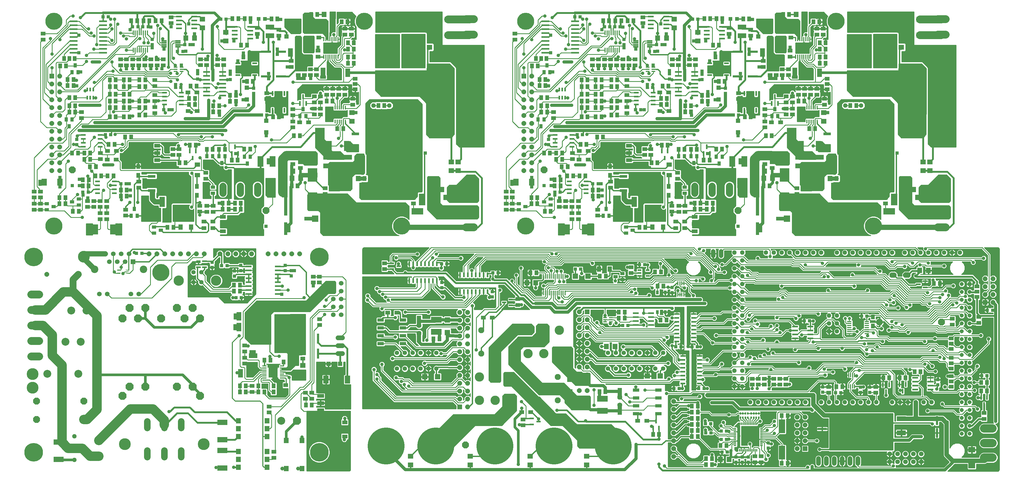
<source format=gtl>
G75*
G70*
%OFA0B0*%
%FSLAX24Y24*%
%IPPOS*%
%LPD*%
%AMOC8*
5,1,8,0,0,1.08239X$1,22.5*
%
%ADD10R,0.0551X0.0709*%
%ADD11R,0.0433X0.0394*%
%ADD12R,0.0591X0.0512*%
%ADD13R,0.0512X0.0591*%
%ADD14R,0.0709X0.0630*%
%ADD15R,0.0680X0.0190*%
%ADD16R,0.0138X0.0630*%
%ADD17R,0.1000X0.0220*%
%ADD18R,0.0394X0.0433*%
%ADD19C,0.0885*%
%ADD20R,0.0591X0.0472*%
%ADD21R,0.0472X0.0591*%
%ADD22R,0.0709X0.0551*%
%ADD23R,0.0750X0.0450*%
%ADD24R,0.1250X0.2000*%
%ADD25R,0.0610X0.0236*%
%ADD26R,0.0394X0.0551*%
%ADD27R,0.0551X0.0394*%
%ADD28R,0.0709X0.1260*%
%ADD29R,0.0220X0.0600*%
%ADD30R,0.0220X0.0520*%
%ADD31R,0.0980X0.0370*%
%ADD32R,0.2570X0.2650*%
%ADD33R,0.0748X0.1339*%
%ADD34R,0.0780X0.0220*%
%ADD35R,0.0594X0.0594*%
%ADD36OC8,0.0594*%
%ADD37R,0.1063X0.0630*%
%ADD38R,0.0630X0.0710*%
%ADD39R,0.2244X0.2165*%
%ADD40R,0.0669X0.0512*%
%ADD41R,0.1200X0.0600*%
%ADD42R,0.0180X0.0500*%
%ADD43R,0.1160X0.0690*%
%ADD44R,0.0630X0.0709*%
%ADD45R,0.1280X0.0300*%
%ADD46R,0.0630X0.1063*%
%ADD47R,0.0710X0.0630*%
%ADD48R,0.0472X0.0472*%
%ADD49R,0.0551X0.0551*%
%ADD50R,0.0140X0.0560*%
%ADD51C,0.1236*%
%ADD52OC8,0.1236*%
%ADD53R,0.2165X0.2244*%
%ADD54R,0.0512X0.0669*%
%ADD55R,0.0236X0.0610*%
%ADD56R,0.0460X0.0140*%
%ADD57R,0.0220X0.0500*%
%ADD58R,0.0866X0.0236*%
%ADD59C,0.1000*%
%ADD60R,0.0430X0.1600*%
%ADD61R,0.0866X0.0709*%
%ADD62R,0.0709X0.0866*%
%ADD63OC8,0.0860*%
%ADD64R,0.0436X0.0436*%
%ADD65R,0.1457X0.0827*%
%ADD66R,0.0827X0.1457*%
%ADD67R,0.0551X0.0827*%
%ADD68OC8,0.0560*%
%ADD69OC8,0.0520*%
%ADD70R,0.1772X0.1673*%
%ADD71C,0.1000*%
%ADD72R,0.1640X0.0470*%
%ADD73OC8,0.1000*%
%ADD74R,0.0591X0.0669*%
%ADD75R,0.0560X0.0140*%
%ADD76R,0.1180X0.1180*%
%ADD77R,0.1969X0.2165*%
%ADD78OC8,0.0885*%
%ADD79C,0.0825*%
%ADD80R,0.1260X0.0709*%
%ADD81OC8,0.0760*%
%ADD82C,0.1502*%
%ADD83R,0.0598X0.0701*%
%ADD84R,0.0709X0.0984*%
%ADD85C,0.0594*%
%ADD86C,0.0594*%
%ADD87R,0.0880X0.0480*%
%ADD88R,0.0866X0.1417*%
%ADD89C,0.0560*%
%ADD90C,0.1306*%
%ADD91C,0.0945*%
%ADD92R,0.0300X0.1280*%
%ADD93R,0.0440X0.0100*%
%ADD94R,0.0440X0.0120*%
%ADD95R,0.0520X0.0370*%
%ADD96R,0.0620X0.0220*%
%ADD97OC8,0.0600*%
%ADD98R,0.0787X0.0394*%
%ADD99R,0.0140X0.0630*%
%ADD100R,0.0520X0.0220*%
%ADD101R,0.2441X0.2283*%
%ADD102R,0.1181X0.0630*%
%ADD103R,0.1130X0.0300*%
%ADD104C,0.0397*%
%ADD105R,0.0580X0.0140*%
%ADD106R,0.0787X0.1772*%
%ADD107R,0.0600X0.0220*%
%ADD108C,0.0700*%
%ADD109OC8,0.0700*%
%ADD110OC8,0.0630*%
%ADD111C,0.0630*%
%ADD112R,0.0551X0.1417*%
%ADD113R,0.1339X0.0748*%
%ADD114R,0.0300X0.1130*%
%ADD115C,0.0560*%
%ADD116C,0.0860*%
%ADD117OC8,0.0554*%
%ADD118R,0.0240X0.0610*%
%ADD119R,0.0669X0.0709*%
%ADD120C,0.1181*%
%ADD121C,0.0768*%
%ADD122C,0.4685*%
%ADD123C,0.1065*%
%ADD124R,0.0610X0.0240*%
%ADD125R,0.0350X0.0500*%
%ADD126C,0.0515*%
%ADD127R,0.0515X0.0515*%
%ADD128R,0.0500X0.0220*%
%ADD129R,0.0709X0.0669*%
%ADD130C,0.0554*%
%ADD131C,0.0063*%
%ADD132R,0.0197X0.0256*%
%ADD133R,0.0140X0.0520*%
%ADD134R,0.0396X0.0396*%
%ADD135OC8,0.0396*%
%ADD136C,0.0120*%
%ADD137C,0.0160*%
%ADD138C,0.0100*%
%ADD139C,0.0400*%
%ADD140C,0.0240*%
%ADD141C,0.0320*%
%ADD142C,0.0140*%
%ADD143C,0.0200*%
%ADD144R,0.0436X0.0436*%
%ADD145C,0.0660*%
%ADD146C,0.2165*%
%ADD147C,0.0500*%
%ADD148C,0.1200*%
%ADD149C,0.0180*%
%ADD150C,0.0080*%
%ADD151C,0.2362*%
%ADD152C,0.1500*%
%ADD153OC8,0.0436*%
%ADD154C,0.0860*%
D10*
X026277Y036397D03*
X027615Y036397D03*
X079352Y031072D03*
X080690Y031072D03*
X086119Y036397D03*
X087458Y036397D03*
D11*
X085131Y031647D03*
X084461Y031647D03*
X083006Y023897D03*
X082336Y023897D03*
X089061Y021197D03*
X089731Y021197D03*
X091136Y021197D03*
X091806Y021197D03*
X091986Y015922D03*
X092656Y015922D03*
X089506Y015922D03*
X088836Y015922D03*
X092836Y011447D03*
X093506Y011447D03*
X094836Y010497D03*
X095506Y010497D03*
X093531Y010272D03*
X092861Y010272D03*
X094836Y009447D03*
X095506Y009447D03*
X095606Y007847D03*
X094936Y007847D03*
X109336Y015372D03*
X110006Y015372D03*
X106031Y024497D03*
X105361Y024497D03*
X112636Y025122D03*
X113306Y025122D03*
X128586Y025847D03*
X129256Y025847D03*
X128531Y017547D03*
X127861Y017547D03*
X079223Y041897D03*
X078554Y041897D03*
X074398Y040847D03*
X073729Y040847D03*
X076579Y048147D03*
X077248Y048147D03*
X083979Y051297D03*
X084648Y051297D03*
X085479Y054147D03*
X086148Y054147D03*
X086398Y058722D03*
X085729Y058722D03*
X086654Y059572D03*
X087323Y059572D03*
X081998Y061847D03*
X081329Y061847D03*
X080698Y061847D03*
X080029Y061847D03*
X076948Y063122D03*
X076279Y063122D03*
X095389Y054031D03*
X095389Y053362D03*
X060031Y031747D03*
X059361Y031747D03*
X065861Y030597D03*
X066531Y030597D03*
X024806Y051297D03*
X024136Y051297D03*
X025636Y054147D03*
X026306Y054147D03*
X026556Y058722D03*
X025886Y058722D03*
X026811Y059572D03*
X027481Y059572D03*
X022156Y061847D03*
X021486Y061847D03*
X020856Y061847D03*
X020186Y061847D03*
X017106Y063122D03*
X016436Y063122D03*
X035546Y054031D03*
X035546Y053362D03*
X017406Y048147D03*
X016736Y048147D03*
X018711Y041897D03*
X019381Y041897D03*
X014556Y040847D03*
X013886Y040847D03*
D12*
X014471Y039721D03*
X014471Y038973D03*
X015271Y038973D03*
X015271Y039721D03*
X016071Y039721D03*
X016071Y038973D03*
X016896Y038973D03*
X016896Y039721D03*
X019321Y038621D03*
X019321Y037873D03*
X016896Y038171D03*
X016896Y037423D03*
X016071Y037423D03*
X016071Y038171D03*
X020971Y041423D03*
X020971Y042171D03*
X016121Y045048D03*
X016121Y045796D03*
X013721Y050248D03*
X013721Y050996D03*
X023021Y050878D03*
X023021Y051626D03*
X023021Y052423D03*
X023021Y053171D03*
X023021Y054323D03*
X023021Y055071D03*
X023296Y056948D03*
X023296Y057696D03*
X022521Y057696D03*
X022521Y056948D03*
X021746Y056948D03*
X021746Y057696D03*
X020971Y057696D03*
X020971Y056948D03*
X020196Y056948D03*
X020196Y057696D03*
X019421Y057696D03*
X019421Y056948D03*
X018671Y056948D03*
X018671Y057696D03*
X024071Y057696D03*
X024071Y056948D03*
X028796Y056973D03*
X028796Y057721D03*
X029571Y057721D03*
X029571Y056973D03*
X030971Y056973D03*
X030971Y057721D03*
X031746Y057721D03*
X031746Y056973D03*
X037196Y053421D03*
X037196Y052673D03*
X040521Y051371D03*
X040521Y050623D03*
X040521Y049821D03*
X040521Y049073D03*
X043246Y050698D03*
X043246Y051446D03*
X044021Y051446D03*
X044021Y050698D03*
X044021Y052248D03*
X044021Y052996D03*
X043246Y052996D03*
X043246Y052248D03*
X044796Y053223D03*
X044796Y053971D03*
X045571Y053971D03*
X045571Y053223D03*
X046346Y053223D03*
X046346Y053971D03*
X047121Y053971D03*
X047121Y053223D03*
X048096Y052696D03*
X048096Y051948D03*
X048421Y053903D03*
X048421Y054572D03*
X048421Y055241D03*
X043521Y055698D03*
X043521Y056446D03*
X042746Y056446D03*
X042746Y055698D03*
X041971Y055698D03*
X041971Y056446D03*
X041196Y056446D03*
X041196Y055698D03*
X040321Y056748D03*
X040321Y057496D03*
X043721Y058048D03*
X043721Y058796D03*
X043821Y060473D03*
X043821Y061221D03*
X047121Y060848D03*
X047121Y061596D03*
X047946Y061596D03*
X047946Y060848D03*
X038746Y060723D03*
X038746Y061471D03*
X035996Y061696D03*
X035996Y060948D03*
X025071Y062298D03*
X025071Y063046D03*
X008846Y060971D03*
X008846Y060223D03*
X025296Y046321D03*
X025296Y045573D03*
X026071Y045573D03*
X026071Y046321D03*
X029471Y043296D03*
X029471Y042548D03*
X029621Y039096D03*
X029621Y038348D03*
X030396Y038348D03*
X030396Y039096D03*
X028721Y039121D03*
X028721Y038373D03*
X040521Y044398D03*
X040521Y045146D03*
X041471Y044646D03*
X041471Y043898D03*
X044596Y041346D03*
X044596Y040598D03*
X055821Y040146D03*
X055821Y039398D03*
X067564Y039371D03*
X067564Y038623D03*
X068339Y038623D03*
X068339Y039371D03*
X068339Y040173D03*
X068339Y040921D03*
X067564Y040921D03*
X067564Y040173D03*
X074314Y039721D03*
X074314Y038973D03*
X075114Y038973D03*
X075114Y039721D03*
X075914Y039721D03*
X075914Y038973D03*
X076739Y038973D03*
X076739Y039721D03*
X079164Y038621D03*
X079164Y037873D03*
X076739Y038171D03*
X076739Y037423D03*
X075914Y037423D03*
X075914Y038171D03*
X080814Y041423D03*
X080814Y042171D03*
X075964Y045048D03*
X075964Y045796D03*
X073564Y050248D03*
X073564Y050996D03*
X082864Y050878D03*
X082864Y051626D03*
X082864Y052423D03*
X082864Y053171D03*
X082864Y054323D03*
X082864Y055071D03*
X083139Y056948D03*
X083139Y057696D03*
X083914Y057696D03*
X083914Y056948D03*
X082364Y056948D03*
X082364Y057696D03*
X081589Y057696D03*
X081589Y056948D03*
X080814Y056948D03*
X080814Y057696D03*
X080039Y057696D03*
X080039Y056948D03*
X079264Y056948D03*
X079264Y057696D03*
X078514Y057696D03*
X078514Y056948D03*
X088639Y056973D03*
X088639Y057721D03*
X089414Y057721D03*
X089414Y056973D03*
X090814Y056973D03*
X090814Y057721D03*
X091589Y057721D03*
X091589Y056973D03*
X097039Y053421D03*
X097039Y052673D03*
X100364Y051371D03*
X100364Y050623D03*
X100364Y049821D03*
X100364Y049073D03*
X103089Y050698D03*
X103089Y051446D03*
X103864Y051446D03*
X103864Y050698D03*
X103864Y052248D03*
X103864Y052996D03*
X103089Y052996D03*
X103089Y052248D03*
X104639Y053223D03*
X104639Y053971D03*
X105414Y053971D03*
X105414Y053223D03*
X106189Y053223D03*
X106189Y053971D03*
X106964Y053971D03*
X106964Y053223D03*
X107939Y052696D03*
X107939Y051948D03*
X108264Y053903D03*
X108264Y054572D03*
X108264Y055241D03*
X103364Y055698D03*
X103364Y056446D03*
X102589Y056446D03*
X102589Y055698D03*
X101814Y055698D03*
X101814Y056446D03*
X101039Y056446D03*
X101039Y055698D03*
X100164Y056748D03*
X100164Y057496D03*
X103564Y058048D03*
X103564Y058796D03*
X103664Y060473D03*
X103664Y061221D03*
X106964Y060848D03*
X106964Y061596D03*
X107789Y061596D03*
X107789Y060848D03*
X098589Y060723D03*
X098589Y061471D03*
X095839Y061696D03*
X095839Y060948D03*
X084914Y062298D03*
X084914Y063046D03*
X068689Y060971D03*
X068689Y060223D03*
X085139Y046321D03*
X085139Y045573D03*
X085914Y045573D03*
X085914Y046321D03*
X089314Y043296D03*
X089314Y042548D03*
X089464Y039096D03*
X089464Y038348D03*
X090239Y038348D03*
X090239Y039096D03*
X088564Y039121D03*
X088564Y038373D03*
X100364Y044398D03*
X100364Y045146D03*
X101314Y044646D03*
X101314Y043898D03*
X104439Y041346D03*
X104439Y040598D03*
X115664Y040146D03*
X115664Y039398D03*
X127271Y028866D03*
X127271Y028197D03*
X127271Y027528D03*
X127496Y024996D03*
X127496Y024248D03*
X124146Y024023D03*
X124146Y024771D03*
X123996Y022266D03*
X123996Y021597D03*
X123996Y020928D03*
X123996Y019791D03*
X123996Y019122D03*
X123996Y018453D03*
X123996Y017466D03*
X123996Y016797D03*
X123996Y016128D03*
X128171Y012796D03*
X128171Y012048D03*
X114446Y015373D03*
X114446Y016121D03*
X108471Y016121D03*
X108471Y015373D03*
X103046Y016398D03*
X103046Y017146D03*
X102271Y017146D03*
X102271Y016398D03*
X101496Y016398D03*
X101496Y017146D03*
X100321Y017146D03*
X100321Y016398D03*
X099546Y016398D03*
X099546Y017146D03*
X098771Y017146D03*
X098771Y016398D03*
X099121Y007296D03*
X099121Y006548D03*
X099896Y006548D03*
X099896Y007296D03*
X069721Y011229D03*
X069721Y011977D03*
X043896Y023973D03*
X043896Y024721D03*
X041771Y020446D03*
X041771Y019698D03*
X039621Y016346D03*
X039621Y015598D03*
X042096Y015371D03*
X042096Y014623D03*
X042921Y014623D03*
X042921Y015371D03*
X037496Y013621D03*
X037496Y012873D03*
X035346Y015483D03*
X035346Y016231D03*
X034396Y019073D03*
X034396Y019821D03*
X034396Y020623D03*
X034396Y021371D03*
X043096Y029373D03*
X043096Y030121D03*
X043871Y030121D03*
X043871Y029373D03*
X052146Y031073D03*
X052146Y031821D03*
X069046Y027271D03*
X069046Y026523D03*
X083396Y030573D03*
X083396Y031321D03*
X038096Y007871D03*
X038096Y007123D03*
X008496Y038623D03*
X008496Y039371D03*
X007721Y039371D03*
X007721Y038623D03*
X007721Y040173D03*
X007721Y040921D03*
X008496Y040921D03*
X008496Y040173D03*
D13*
X010922Y040147D03*
X011670Y040147D03*
X011670Y039372D03*
X010922Y039372D03*
X012622Y038397D03*
X013370Y038397D03*
X013872Y041635D03*
X014620Y041635D03*
X014626Y042416D03*
X013878Y042416D03*
X015472Y042922D03*
X016220Y042922D03*
X017022Y042922D03*
X017770Y042922D03*
X018697Y041122D03*
X019445Y041122D03*
X019445Y040354D03*
X018697Y040354D03*
X024622Y036372D03*
X025370Y036372D03*
X031622Y038672D03*
X032370Y038672D03*
X032370Y039447D03*
X031622Y039447D03*
X033172Y039447D03*
X033920Y039447D03*
X033920Y038672D03*
X033172Y038672D03*
X040372Y041647D03*
X041120Y041647D03*
X033520Y044897D03*
X032772Y044897D03*
X031895Y046272D03*
X031147Y046272D03*
X030345Y046272D03*
X029597Y046272D03*
X028195Y046797D03*
X027447Y046797D03*
X026895Y044572D03*
X026147Y044572D03*
X019995Y047847D03*
X019247Y047847D03*
X017899Y046891D03*
X017151Y046891D03*
X014820Y045797D03*
X014072Y045797D03*
X014072Y044997D03*
X014820Y044997D03*
X014776Y044071D03*
X015524Y044071D03*
X013270Y045797D03*
X012522Y045797D03*
X017297Y050422D03*
X018045Y050422D03*
X019072Y050422D03*
X019820Y050422D03*
X021047Y050647D03*
X021795Y050647D03*
X021795Y051572D03*
X021047Y051572D03*
X021047Y052422D03*
X021795Y052422D03*
X019820Y052422D03*
X019072Y052422D03*
X019072Y053267D03*
X019820Y053267D03*
X019820Y054247D03*
X019072Y054247D03*
X018045Y054247D03*
X017297Y054247D03*
X017297Y053267D03*
X018045Y053267D03*
X018045Y052422D03*
X017297Y052422D03*
X017297Y051572D03*
X018045Y051572D03*
X019072Y051571D03*
X019820Y051571D03*
X021047Y054247D03*
X021795Y054247D03*
X021795Y055097D03*
X021047Y055097D03*
X019820Y055097D03*
X019072Y055097D03*
X018045Y055097D03*
X017297Y055097D03*
X012695Y055147D03*
X011947Y055147D03*
X011947Y054372D03*
X012695Y054372D03*
X012920Y052847D03*
X012172Y052847D03*
X012172Y051797D03*
X012920Y051797D03*
X012920Y051022D03*
X012172Y051022D03*
X011745Y056872D03*
X010997Y056872D03*
X011502Y057822D03*
X012171Y057822D03*
X012840Y057822D03*
X020022Y062622D03*
X020770Y062622D03*
X021572Y062622D03*
X022320Y062622D03*
X023122Y062622D03*
X023870Y062622D03*
X032847Y062872D03*
X033595Y062872D03*
X034397Y062872D03*
X035145Y062872D03*
X037797Y062847D03*
X038545Y062847D03*
X042847Y063397D03*
X043595Y063397D03*
X046697Y062472D03*
X047445Y062472D03*
X047497Y059797D03*
X048245Y059797D03*
X048245Y059022D03*
X047497Y059022D03*
X047497Y057997D03*
X048245Y057997D03*
X048245Y057222D03*
X047497Y057222D03*
X045545Y052422D03*
X044797Y052422D03*
X051372Y051847D03*
X052120Y051847D03*
X046895Y048897D03*
X046147Y048897D03*
X041395Y048022D03*
X040647Y048022D03*
X038745Y050397D03*
X037997Y050397D03*
X033295Y052372D03*
X032547Y052372D03*
X032547Y053147D03*
X033295Y053147D03*
X034697Y054922D03*
X035445Y054922D03*
X031170Y051822D03*
X030422Y051822D03*
X030422Y051047D03*
X031170Y051047D03*
X028095Y051972D03*
X027347Y051972D03*
X027347Y052747D03*
X028095Y052747D03*
X028295Y054322D03*
X027547Y054322D03*
X034247Y058022D03*
X034995Y058022D03*
X034695Y059522D03*
X033947Y059522D03*
X034347Y046322D03*
X035095Y046322D03*
X049622Y042572D03*
X050370Y042572D03*
X070765Y040147D03*
X071513Y040147D03*
X071513Y039372D03*
X070765Y039372D03*
X072465Y038397D03*
X073213Y038397D03*
X073715Y041635D03*
X074463Y041635D03*
X074469Y042416D03*
X073721Y042416D03*
X075315Y042922D03*
X076063Y042922D03*
X076865Y042922D03*
X077613Y042922D03*
X078540Y041122D03*
X079288Y041122D03*
X079288Y040354D03*
X078540Y040354D03*
X084465Y036372D03*
X085213Y036372D03*
X091465Y038672D03*
X092213Y038672D03*
X092213Y039447D03*
X091465Y039447D03*
X093015Y039447D03*
X093763Y039447D03*
X093763Y038672D03*
X093015Y038672D03*
X100215Y041647D03*
X100963Y041647D03*
X093363Y044897D03*
X092615Y044897D03*
X091738Y046272D03*
X090990Y046272D03*
X090188Y046272D03*
X089440Y046272D03*
X088038Y046797D03*
X087290Y046797D03*
X086738Y044572D03*
X085990Y044572D03*
X079838Y047847D03*
X079090Y047847D03*
X077742Y046891D03*
X076994Y046891D03*
X074663Y045797D03*
X073915Y045797D03*
X073915Y044997D03*
X074663Y044997D03*
X074619Y044071D03*
X075367Y044071D03*
X073113Y045797D03*
X072365Y045797D03*
X077140Y050422D03*
X077888Y050422D03*
X078915Y050422D03*
X079663Y050422D03*
X080890Y050647D03*
X081638Y050647D03*
X081638Y051572D03*
X080890Y051572D03*
X080890Y052422D03*
X081638Y052422D03*
X079663Y052422D03*
X078915Y052422D03*
X078915Y053267D03*
X079663Y053267D03*
X079663Y054247D03*
X078915Y054247D03*
X077888Y054247D03*
X077140Y054247D03*
X077140Y053267D03*
X077888Y053267D03*
X077888Y052422D03*
X077140Y052422D03*
X077140Y051572D03*
X077888Y051572D03*
X078915Y051571D03*
X079663Y051571D03*
X080890Y054247D03*
X081638Y054247D03*
X081638Y055097D03*
X080890Y055097D03*
X079663Y055097D03*
X078915Y055097D03*
X077888Y055097D03*
X077140Y055097D03*
X072538Y055147D03*
X071790Y055147D03*
X071790Y054372D03*
X072538Y054372D03*
X072763Y052847D03*
X072015Y052847D03*
X072015Y051797D03*
X072763Y051797D03*
X072763Y051022D03*
X072015Y051022D03*
X071588Y056872D03*
X070840Y056872D03*
X071344Y057822D03*
X072014Y057822D03*
X072683Y057822D03*
X079865Y062622D03*
X080613Y062622D03*
X081415Y062622D03*
X082163Y062622D03*
X082965Y062622D03*
X083713Y062622D03*
X092690Y062872D03*
X093438Y062872D03*
X094240Y062872D03*
X094988Y062872D03*
X097640Y062847D03*
X098388Y062847D03*
X102690Y063397D03*
X103438Y063397D03*
X106540Y062472D03*
X107288Y062472D03*
X107340Y059797D03*
X108088Y059797D03*
X108088Y059022D03*
X107340Y059022D03*
X107340Y057997D03*
X108088Y057997D03*
X108088Y057222D03*
X107340Y057222D03*
X105388Y052422D03*
X104640Y052422D03*
X111215Y051847D03*
X111963Y051847D03*
X106738Y048897D03*
X105990Y048897D03*
X101238Y048022D03*
X100490Y048022D03*
X098588Y050397D03*
X097840Y050397D03*
X093138Y052372D03*
X092390Y052372D03*
X092390Y053147D03*
X093138Y053147D03*
X094540Y054922D03*
X095288Y054922D03*
X091013Y051822D03*
X090265Y051822D03*
X090265Y051047D03*
X091013Y051047D03*
X087938Y051972D03*
X087190Y051972D03*
X087190Y052747D03*
X087938Y052747D03*
X088138Y054322D03*
X087390Y054322D03*
X094090Y058022D03*
X094838Y058022D03*
X094538Y059522D03*
X093790Y059522D03*
X094190Y046322D03*
X094938Y046322D03*
X109465Y042572D03*
X110213Y042572D03*
X087195Y030722D03*
X086447Y030722D03*
X086772Y028897D03*
X087520Y028897D03*
X082595Y025622D03*
X081847Y025622D03*
X081847Y024847D03*
X082595Y024847D03*
X087147Y024597D03*
X087895Y024597D03*
X080195Y030172D03*
X079447Y030172D03*
X071395Y030597D03*
X070647Y030597D03*
X059095Y022197D03*
X058347Y022197D03*
X042920Y013822D03*
X042172Y013822D03*
X038820Y015472D03*
X038072Y015472D03*
X038072Y016247D03*
X038820Y016247D03*
X036895Y016247D03*
X036147Y016247D03*
X036147Y015472D03*
X036895Y015472D03*
X034545Y015472D03*
X033797Y015472D03*
X033797Y016247D03*
X034545Y016247D03*
X039347Y019272D03*
X040095Y019272D03*
X037670Y019497D03*
X036922Y019497D03*
X033795Y028272D03*
X033047Y028272D03*
X033047Y029047D03*
X033795Y029047D03*
X079397Y015497D03*
X080145Y015497D03*
X086197Y010072D03*
X086945Y010072D03*
X091122Y009797D03*
X091870Y009797D03*
X091870Y010572D03*
X091122Y010572D03*
X091122Y011347D03*
X091870Y011347D03*
X091870Y012122D03*
X091122Y012122D03*
X091122Y012897D03*
X091870Y012897D03*
X091870Y013672D03*
X091122Y013672D03*
X094747Y008672D03*
X095495Y008672D03*
X093670Y007022D03*
X092922Y007022D03*
X092922Y006247D03*
X093670Y006247D03*
X102522Y006422D03*
X103270Y006422D03*
X103270Y012472D03*
X102522Y012472D03*
X109447Y016147D03*
X110195Y016147D03*
X115397Y017272D03*
X116145Y017272D03*
X117472Y017272D03*
X118220Y017272D03*
X119372Y018047D03*
X120120Y018047D03*
X127797Y016672D03*
X128545Y016672D03*
X128545Y015597D03*
X127797Y015597D03*
X122570Y029247D03*
X121822Y029247D03*
D14*
X121314Y043571D03*
X120439Y043571D03*
X120439Y044673D03*
X121314Y044673D03*
X107839Y049846D03*
X107839Y050948D03*
X091864Y060046D03*
X091864Y061148D03*
X088889Y061696D03*
X088889Y062798D03*
X061471Y044673D03*
X060596Y044673D03*
X060596Y043571D03*
X061471Y043571D03*
X047996Y049846D03*
X047996Y050948D03*
X032021Y060046D03*
X032021Y061148D03*
X029046Y061696D03*
X029046Y062798D03*
X055446Y007298D03*
X055446Y006196D03*
X063021Y006196D03*
X063021Y007298D03*
X070621Y007298D03*
X070621Y006196D03*
X077771Y006196D03*
X077771Y007298D03*
D15*
X084009Y059292D03*
X084009Y059542D03*
X084009Y059802D03*
X084009Y060052D03*
X085769Y060052D03*
X085769Y059802D03*
X085769Y059542D03*
X085769Y059292D03*
X025926Y059292D03*
X025926Y059542D03*
X025926Y059802D03*
X025926Y060052D03*
X024166Y060052D03*
X024166Y059802D03*
X024166Y059542D03*
X024166Y059292D03*
D16*
X022057Y058869D03*
X021801Y058869D03*
X021545Y058869D03*
X021289Y058869D03*
X021033Y058869D03*
X020777Y058869D03*
X020522Y058869D03*
X020266Y058869D03*
X020266Y061074D03*
X020522Y061074D03*
X020777Y061074D03*
X021033Y061074D03*
X021289Y061074D03*
X021545Y061074D03*
X021801Y061074D03*
X022057Y061074D03*
X080108Y061074D03*
X080364Y061074D03*
X080620Y061074D03*
X080876Y061074D03*
X081132Y061074D03*
X081388Y061074D03*
X081644Y061074D03*
X081899Y061074D03*
X081899Y058869D03*
X081644Y058869D03*
X081388Y058869D03*
X081132Y058869D03*
X080876Y058869D03*
X080620Y058869D03*
X080364Y058869D03*
X080108Y058869D03*
D17*
X076294Y059047D03*
X076294Y059547D03*
X076294Y060047D03*
X076294Y060547D03*
X076294Y061047D03*
X076294Y061547D03*
X076294Y062047D03*
X076294Y062547D03*
X072534Y062547D03*
X072534Y062047D03*
X072534Y061547D03*
X072534Y061047D03*
X072534Y060547D03*
X072534Y060047D03*
X072534Y059547D03*
X072534Y059047D03*
X072534Y058547D03*
X076294Y058547D03*
X016451Y058547D03*
X016451Y059047D03*
X016451Y059547D03*
X016451Y060047D03*
X016451Y060547D03*
X016451Y061047D03*
X016451Y061547D03*
X016451Y062047D03*
X016451Y062547D03*
X012691Y062547D03*
X012691Y062047D03*
X012691Y061547D03*
X012691Y061047D03*
X012691Y060547D03*
X012691Y060047D03*
X012691Y059547D03*
X012691Y059047D03*
X012691Y058547D03*
D18*
X022671Y059562D03*
X022671Y060231D03*
X028446Y055881D03*
X028446Y055212D03*
X032571Y055137D03*
X032571Y055806D03*
X036536Y050647D03*
X037206Y050647D03*
X013096Y047556D03*
X013096Y046887D03*
X020686Y033072D03*
X021356Y033072D03*
X030271Y031956D03*
X030271Y031287D03*
X031486Y031522D03*
X032156Y031522D03*
X033121Y030856D03*
X033121Y030187D03*
X033896Y030862D03*
X033896Y031531D03*
X039546Y031531D03*
X039546Y030862D03*
X040321Y030881D03*
X040321Y030212D03*
X033981Y027447D03*
X033311Y027447D03*
X059396Y028712D03*
X059396Y029381D03*
X065821Y028206D03*
X065821Y027537D03*
X076336Y031072D03*
X077006Y031072D03*
X088621Y028731D03*
X088621Y028062D03*
X107696Y016106D03*
X107696Y015437D03*
X112496Y015412D03*
X112496Y016081D03*
X113671Y016081D03*
X113671Y015412D03*
X122321Y016362D03*
X122321Y017031D03*
X100796Y009006D03*
X100796Y008337D03*
X098271Y007206D03*
X098271Y006537D03*
X097496Y006537D03*
X097496Y007206D03*
X096721Y007206D03*
X096721Y006537D03*
X072939Y046887D03*
X072939Y047556D03*
X088289Y055212D03*
X088289Y055881D03*
X092414Y055806D03*
X092414Y055137D03*
X096379Y050647D03*
X097048Y050647D03*
X082514Y059562D03*
X082514Y060231D03*
X091204Y062822D03*
X091873Y062822D03*
X032031Y062822D03*
X031361Y062822D03*
D19*
X031627Y041590D02*
X031627Y040705D01*
X033827Y040705D02*
X033827Y041590D01*
X036027Y041590D02*
X036027Y040705D01*
X091470Y040705D02*
X091470Y041590D01*
X093670Y041590D02*
X093670Y040705D01*
X095870Y040705D02*
X095870Y041590D01*
D20*
X090210Y037122D03*
X090210Y036272D03*
X089068Y036272D03*
X089068Y037122D03*
X077960Y044972D03*
X076818Y044972D03*
X076843Y046072D03*
X077985Y046072D03*
X087068Y051147D03*
X088210Y051147D03*
X088185Y053522D03*
X087043Y053522D03*
X101218Y049697D03*
X102360Y049697D03*
X053692Y025547D03*
X052550Y025547D03*
X064675Y024922D03*
X065817Y024922D03*
X069525Y012897D03*
X070667Y012897D03*
X084252Y011809D03*
X085393Y011809D03*
X030367Y036272D03*
X030367Y037122D03*
X029225Y037122D03*
X029225Y036272D03*
X018117Y044972D03*
X016975Y044972D03*
X017000Y046072D03*
X018142Y046072D03*
X027225Y051147D03*
X028367Y051147D03*
X028342Y053522D03*
X027200Y053522D03*
X041375Y049697D03*
X042517Y049697D03*
D21*
X028346Y041568D03*
X028346Y040426D03*
X020896Y042976D03*
X020896Y044118D03*
X080739Y044118D03*
X080739Y042976D03*
X088189Y041568D03*
X088189Y040426D03*
X114071Y024993D03*
X114071Y023851D03*
D22*
X088239Y043003D03*
X088239Y044341D03*
X028396Y044341D03*
X028396Y043003D03*
D23*
X023306Y044912D03*
X023306Y045822D03*
X023306Y046732D03*
X031636Y037707D03*
X031636Y036797D03*
X031636Y035887D03*
X083149Y044912D03*
X083149Y045822D03*
X083149Y046732D03*
X091479Y037707D03*
X091479Y036797D03*
X091479Y035887D03*
D24*
X093749Y036797D03*
X080879Y045822D03*
X033906Y036797D03*
X021036Y045822D03*
D25*
X016059Y046599D03*
X016059Y047099D03*
X016059Y047599D03*
X016059Y048099D03*
X013933Y048099D03*
X013933Y047599D03*
X013933Y047099D03*
X013933Y046599D03*
X015733Y042199D03*
X015733Y041699D03*
X015733Y041199D03*
X015733Y040699D03*
X017859Y040699D03*
X017859Y041199D03*
X017859Y041699D03*
X017859Y042199D03*
X024233Y051974D03*
X024233Y052474D03*
X024233Y052974D03*
X024233Y053474D03*
X026359Y053474D03*
X026359Y052974D03*
X026359Y052474D03*
X026359Y051974D03*
X033533Y055699D03*
X033533Y056199D03*
X033533Y056699D03*
X033533Y057199D03*
X035659Y057199D03*
X035659Y056699D03*
X035659Y056199D03*
X035659Y055699D03*
X073776Y048099D03*
X073776Y047599D03*
X073776Y047099D03*
X073776Y046599D03*
X075902Y046599D03*
X075902Y047099D03*
X075902Y047599D03*
X075902Y048099D03*
X084076Y051974D03*
X084076Y052474D03*
X084076Y052974D03*
X084076Y053474D03*
X086202Y053474D03*
X086202Y052974D03*
X086202Y052474D03*
X086202Y051974D03*
X093376Y055699D03*
X093376Y056199D03*
X093376Y056699D03*
X093376Y057199D03*
X095502Y057199D03*
X095502Y056699D03*
X095502Y056199D03*
X095502Y055699D03*
X077702Y042199D03*
X077702Y041699D03*
X077702Y041199D03*
X077702Y040699D03*
X075576Y040699D03*
X075576Y041199D03*
X075576Y041699D03*
X075576Y042199D03*
D26*
X080239Y038705D03*
X080613Y037839D03*
X079865Y037839D03*
X089814Y044539D03*
X090188Y045405D03*
X089440Y045405D03*
X090990Y045405D03*
X091738Y045405D03*
X091364Y044539D03*
X094215Y045330D03*
X094963Y045330D03*
X094589Y044464D03*
X101265Y050514D03*
X102013Y050514D03*
X101639Y051380D03*
X073113Y056089D03*
X072365Y056089D03*
X072739Y056955D03*
X072363Y050080D03*
X071615Y050080D03*
X071989Y049214D03*
X042170Y050514D03*
X041422Y050514D03*
X041796Y051380D03*
X035120Y045330D03*
X034372Y045330D03*
X034746Y044464D03*
X031895Y045405D03*
X031147Y045405D03*
X030345Y045405D03*
X029597Y045405D03*
X029971Y044539D03*
X031521Y044539D03*
X020396Y038705D03*
X020022Y037839D03*
X020770Y037839D03*
X012146Y049214D03*
X011772Y050080D03*
X012520Y050080D03*
X012522Y056089D03*
X013270Y056089D03*
X012896Y056955D03*
D27*
X029513Y041097D03*
X030379Y041471D03*
X030379Y040723D03*
X022913Y036396D03*
X022913Y035648D03*
X023779Y036022D03*
X013379Y039223D03*
X013379Y039971D03*
X012513Y039597D03*
X010179Y038997D03*
X009313Y039371D03*
X009313Y038623D03*
X069156Y038623D03*
X069156Y039371D03*
X070022Y038997D03*
X072356Y039597D03*
X073222Y039971D03*
X073222Y039223D03*
X082756Y036396D03*
X082756Y035648D03*
X083622Y036022D03*
X090222Y040723D03*
X090222Y041471D03*
X089356Y041097D03*
X082304Y030496D03*
X082304Y029748D03*
X081438Y030122D03*
D28*
X077516Y036122D03*
X075311Y036122D03*
X081586Y039597D03*
X083791Y039597D03*
X083261Y037772D03*
X085466Y037772D03*
X104961Y046697D03*
X107166Y046697D03*
X047323Y046697D03*
X045119Y046697D03*
X025623Y037772D03*
X023419Y037772D03*
X023948Y039597D03*
X021744Y039597D03*
X017673Y036122D03*
X015469Y036122D03*
D29*
X032771Y045747D03*
X033571Y045747D03*
X033171Y046597D03*
X041396Y052122D03*
X042196Y052122D03*
X041796Y052972D03*
X092614Y045747D03*
X093414Y045747D03*
X093014Y046597D03*
X101239Y052122D03*
X102039Y052122D03*
X101639Y052972D03*
X115346Y016372D03*
X116146Y016372D03*
X115746Y015522D03*
X117446Y016422D03*
X118246Y016422D03*
X117846Y015572D03*
D30*
X127801Y014752D03*
X128541Y014752D03*
X128171Y013892D03*
X086941Y010892D03*
X086201Y010892D03*
X086571Y011752D03*
X087664Y045167D03*
X088034Y046027D03*
X087294Y046027D03*
X028191Y046027D03*
X027451Y046027D03*
X027821Y045167D03*
D31*
X022603Y042855D03*
X022603Y041055D03*
X048426Y046447D03*
X048426Y048247D03*
X082445Y042855D03*
X082445Y041055D03*
X108269Y046447D03*
X108269Y048247D03*
D32*
X110849Y047347D03*
X085025Y041955D03*
X051006Y047347D03*
X025183Y041955D03*
D33*
X036403Y044747D03*
X037939Y044747D03*
X037928Y040847D03*
X039464Y040847D03*
X096246Y044747D03*
X097781Y044747D03*
X097771Y040847D03*
X099306Y040847D03*
D34*
X085941Y025472D03*
X085941Y024972D03*
X085941Y024472D03*
X085941Y023972D03*
X084001Y023972D03*
X084001Y024472D03*
X084001Y024972D03*
X084001Y025472D03*
X104201Y023772D03*
X104201Y023272D03*
X104201Y022772D03*
X104201Y022272D03*
X106141Y022272D03*
X106141Y022772D03*
X106141Y023272D03*
X106141Y023772D03*
X119426Y017272D03*
X119426Y016772D03*
X119426Y016272D03*
X119426Y015772D03*
X121366Y015772D03*
X121366Y016272D03*
X121366Y016772D03*
X121366Y017272D03*
X038596Y027897D03*
X038596Y028397D03*
X038596Y028897D03*
X038596Y029397D03*
X038596Y029897D03*
X038596Y030397D03*
X038596Y030897D03*
X038596Y031397D03*
X034896Y031397D03*
X034896Y030897D03*
X034896Y030397D03*
X034896Y029897D03*
X034896Y029397D03*
X034896Y028897D03*
X034896Y028397D03*
X034896Y027897D03*
X035091Y060347D03*
X035091Y060847D03*
X035091Y061347D03*
X035091Y061847D03*
X033151Y061847D03*
X033151Y061347D03*
X033151Y060847D03*
X033151Y060347D03*
X028016Y061647D03*
X028016Y062147D03*
X028016Y062647D03*
X028016Y063147D03*
X026076Y063147D03*
X026076Y062647D03*
X026076Y062147D03*
X026076Y061647D03*
X085919Y061647D03*
X085919Y062147D03*
X085919Y062647D03*
X085919Y063147D03*
X087859Y063147D03*
X087859Y062647D03*
X087859Y062147D03*
X087859Y061647D03*
X092994Y061847D03*
X092994Y061347D03*
X092994Y060847D03*
X092994Y060347D03*
X094934Y060347D03*
X094934Y060847D03*
X094934Y061347D03*
X094934Y061847D03*
D35*
X069796Y055563D03*
X020226Y032021D03*
X061682Y013586D03*
X077824Y025641D03*
X105471Y008272D03*
X128321Y026847D03*
X009953Y055563D03*
D36*
X010953Y055563D03*
X010953Y054563D03*
X009953Y054563D03*
X009953Y053563D03*
X010953Y053563D03*
X010953Y052563D03*
X009953Y052563D03*
X009953Y051563D03*
X010953Y051563D03*
X010953Y050563D03*
X009953Y050563D03*
X009953Y049563D03*
X010953Y049563D03*
X010953Y048563D03*
X009953Y048563D03*
X009953Y047563D03*
X010953Y047563D03*
X010953Y046563D03*
X009953Y046563D03*
X009953Y045563D03*
X010953Y045563D03*
X010953Y044563D03*
X009953Y044563D03*
X009953Y043563D03*
X010953Y043563D03*
X022271Y033022D03*
X023271Y033022D03*
X024271Y033022D03*
X025271Y033022D03*
X026271Y033022D03*
X027271Y033022D03*
X028271Y033022D03*
X029271Y033022D03*
X031271Y033022D03*
X032271Y033022D03*
X033271Y033022D03*
X034271Y033022D03*
X035271Y033022D03*
X037371Y033022D03*
X038371Y033022D03*
X039371Y033022D03*
X040371Y033022D03*
X041371Y033022D03*
X061682Y025586D03*
X061682Y024586D03*
X062682Y024586D03*
X062682Y025586D03*
X062682Y023586D03*
X062682Y022586D03*
X062682Y021586D03*
X061682Y021586D03*
X061682Y022586D03*
X061682Y023586D03*
X061682Y020586D03*
X061682Y019586D03*
X062682Y019586D03*
X062682Y020586D03*
X062682Y018586D03*
X062682Y017586D03*
X061682Y017586D03*
X061682Y018586D03*
X061682Y016586D03*
X061682Y015586D03*
X062682Y015586D03*
X062682Y016586D03*
X062682Y014586D03*
X062682Y013586D03*
X061682Y014586D03*
X076824Y014641D03*
X077824Y014641D03*
X077824Y015641D03*
X076824Y015641D03*
X076824Y016641D03*
X077824Y016641D03*
X077824Y017641D03*
X076824Y017641D03*
X076824Y018641D03*
X077824Y018641D03*
X077824Y019641D03*
X076824Y019641D03*
X076824Y020641D03*
X077824Y020641D03*
X077824Y021641D03*
X076824Y021641D03*
X076824Y022641D03*
X077824Y022641D03*
X077824Y023641D03*
X076824Y023641D03*
X076824Y024641D03*
X077824Y024641D03*
X076824Y025641D03*
X088821Y014272D03*
X088821Y013272D03*
X088821Y012272D03*
X088821Y011272D03*
X088821Y010272D03*
X088821Y009272D03*
X088821Y008272D03*
X088821Y007272D03*
X077824Y013641D03*
X076824Y013641D03*
X104471Y012272D03*
X105471Y012272D03*
X105471Y011272D03*
X104471Y011272D03*
X104471Y010272D03*
X105471Y010272D03*
X105471Y009272D03*
X104471Y009272D03*
X104471Y008272D03*
X129321Y026847D03*
X129321Y027847D03*
X129321Y028847D03*
X129321Y029847D03*
X128321Y029847D03*
X128321Y028847D03*
X128321Y027847D03*
X070796Y043563D03*
X069796Y043563D03*
X069796Y044563D03*
X070796Y044563D03*
X070796Y045563D03*
X070796Y046563D03*
X069796Y046563D03*
X069796Y045563D03*
X069796Y047563D03*
X070796Y047563D03*
X070796Y048563D03*
X069796Y048563D03*
X069796Y049563D03*
X070796Y049563D03*
X070796Y050563D03*
X069796Y050563D03*
X069796Y051563D03*
X070796Y051563D03*
X070796Y052563D03*
X070796Y053563D03*
X069796Y053563D03*
X069796Y052563D03*
X069796Y054563D03*
X070796Y054563D03*
X070796Y055563D03*
D37*
X047471Y045273D03*
X046196Y045273D03*
X044921Y045273D03*
X044921Y044171D03*
X046196Y044171D03*
X047471Y044171D03*
X046946Y041323D03*
X045671Y041323D03*
X045671Y040221D03*
X046946Y040221D03*
X035471Y020073D03*
X035471Y018971D03*
X105514Y040221D03*
X106789Y040221D03*
X106789Y041323D03*
X105514Y041323D03*
X106039Y044171D03*
X107314Y044171D03*
X104764Y044171D03*
X104764Y045273D03*
X106039Y045273D03*
X107314Y045273D03*
X097464Y060696D03*
X097464Y061798D03*
X037621Y061798D03*
X037621Y060696D03*
D38*
X044486Y063397D03*
X045606Y063397D03*
X047686Y042572D03*
X048806Y042572D03*
X080261Y021247D03*
X081381Y021247D03*
X107529Y042572D03*
X108648Y042572D03*
X105448Y063397D03*
X104329Y063397D03*
D39*
X111663Y044397D03*
X051820Y044397D03*
X044572Y010697D03*
D40*
X047108Y011596D03*
X047108Y009797D03*
X049285Y043497D03*
X049285Y045296D03*
X109127Y045296D03*
X109127Y043497D03*
D41*
X102864Y043557D03*
X102864Y042487D03*
X102864Y040507D03*
X102864Y045537D03*
X043021Y045537D03*
X043021Y043557D03*
X043021Y042487D03*
X043021Y040507D03*
D42*
X045879Y049817D03*
X046135Y049817D03*
X046391Y049817D03*
X046651Y049817D03*
X046907Y049817D03*
X047163Y049817D03*
X047163Y051577D03*
X046907Y051577D03*
X046651Y051577D03*
X046391Y051577D03*
X046135Y051577D03*
X045879Y051577D03*
X105722Y051577D03*
X105978Y051577D03*
X106234Y051577D03*
X106494Y051577D03*
X106749Y051577D03*
X107005Y051577D03*
X107005Y049817D03*
X106749Y049817D03*
X106494Y049817D03*
X106234Y049817D03*
X105978Y049817D03*
X105722Y049817D03*
D43*
X106364Y050697D03*
X046521Y050697D03*
D44*
X040497Y043522D03*
X040395Y042597D03*
X041497Y042597D03*
X039395Y043522D03*
X059395Y041172D03*
X060497Y041172D03*
X070195Y029347D03*
X071297Y029347D03*
X099237Y043522D03*
X100340Y043522D03*
X100237Y042597D03*
X101340Y042597D03*
X119237Y041172D03*
X120340Y041172D03*
X120020Y030897D03*
X121122Y030897D03*
X095847Y006897D03*
X094745Y006897D03*
X087890Y060397D03*
X086787Y060397D03*
X028047Y060397D03*
X026945Y060397D03*
D45*
X037096Y058672D03*
X038996Y058672D03*
X038996Y055547D03*
X037096Y055547D03*
X096939Y055547D03*
X098839Y055547D03*
X098839Y058672D03*
X096939Y058672D03*
D46*
X100062Y058572D03*
X101165Y058572D03*
X104187Y056122D03*
X105290Y056122D03*
X106212Y055997D03*
X107315Y055997D03*
X047472Y055997D03*
X046370Y055997D03*
X045447Y056122D03*
X044345Y056122D03*
X041322Y058572D03*
X040220Y058572D03*
X034772Y025072D03*
X033670Y025072D03*
X033670Y023697D03*
X034772Y023697D03*
X034972Y017847D03*
X033870Y017847D03*
D47*
X041771Y017712D03*
X041771Y018832D03*
X057846Y059237D03*
X057846Y060357D03*
X117689Y060357D03*
X117689Y059237D03*
D48*
X096827Y062847D03*
X096000Y062847D03*
X036985Y062847D03*
X036158Y062847D03*
D49*
X039696Y062095D03*
X039696Y060599D03*
X043998Y062097D03*
X045494Y062097D03*
X034671Y054095D03*
X034671Y052599D03*
X037146Y049920D03*
X037146Y048424D03*
X094514Y052599D03*
X094514Y054095D03*
X096989Y049920D03*
X096989Y048424D03*
X099539Y060599D03*
X099539Y062095D03*
X103841Y062097D03*
X105337Y062097D03*
X046519Y019047D03*
X045023Y019047D03*
X040896Y019320D03*
X040896Y017824D03*
D50*
X044446Y058027D03*
X044706Y058027D03*
X044966Y058027D03*
X045216Y058027D03*
X045476Y058027D03*
X045726Y058027D03*
X045986Y058027D03*
X046246Y058027D03*
X046246Y060267D03*
X045986Y060267D03*
X045726Y060267D03*
X045476Y060267D03*
X045216Y060267D03*
X044966Y060267D03*
X044706Y060267D03*
X044446Y060267D03*
X104289Y060267D03*
X104549Y060267D03*
X104809Y060267D03*
X105059Y060267D03*
X105319Y060267D03*
X105569Y060267D03*
X105829Y060267D03*
X106089Y060267D03*
X106089Y058027D03*
X105829Y058027D03*
X105569Y058027D03*
X105319Y058027D03*
X105059Y058027D03*
X104809Y058027D03*
X104549Y058027D03*
X104289Y058027D03*
D51*
X119712Y055897D03*
X119687Y048747D03*
X059845Y048747D03*
X059870Y055897D03*
D52*
X062823Y055897D03*
X062798Y048747D03*
X122640Y048747D03*
X122665Y055897D03*
D53*
X115689Y054998D03*
X112439Y054998D03*
X112439Y059423D03*
X115689Y059423D03*
X055846Y059423D03*
X052596Y059423D03*
X052596Y054998D03*
X055846Y054998D03*
D54*
X054947Y057533D03*
X053496Y057533D03*
X051697Y057533D03*
X056746Y057533D03*
X056746Y061958D03*
X054947Y061958D03*
X053496Y061958D03*
X051697Y061958D03*
X111539Y061958D03*
X113338Y061958D03*
X114789Y061958D03*
X116588Y061958D03*
X116588Y057533D03*
X114789Y057533D03*
X113338Y057533D03*
X111539Y057533D03*
D55*
X099266Y053360D03*
X098766Y053360D03*
X098266Y053360D03*
X097766Y053360D03*
X097766Y051234D03*
X098266Y051234D03*
X098766Y051234D03*
X099266Y051234D03*
X039423Y051234D03*
X038923Y051234D03*
X038423Y051234D03*
X037923Y051234D03*
X037923Y053360D03*
X038423Y053360D03*
X038923Y053360D03*
X039423Y053360D03*
D56*
X026391Y056187D03*
X026391Y056447D03*
X026391Y056707D03*
X025651Y056707D03*
X025651Y056447D03*
X025651Y056187D03*
X085494Y056187D03*
X085494Y056447D03*
X085494Y056707D03*
X086234Y056707D03*
X086234Y056447D03*
X086234Y056187D03*
X080841Y024907D03*
X080841Y024647D03*
X080841Y024387D03*
X080101Y024387D03*
X080101Y024647D03*
X080101Y024907D03*
D57*
X075034Y052837D03*
X074664Y052837D03*
X074294Y052837D03*
X074294Y053857D03*
X074664Y053857D03*
X075034Y053857D03*
X015191Y053857D03*
X014821Y053857D03*
X014451Y053857D03*
X014451Y052837D03*
X014821Y052837D03*
X015191Y052837D03*
D58*
X029576Y053097D03*
X029576Y053597D03*
X029576Y054097D03*
X029576Y054597D03*
X029576Y055097D03*
X029576Y055597D03*
X029576Y056097D03*
X031616Y056097D03*
X031616Y055597D03*
X031616Y055097D03*
X031616Y054597D03*
X031616Y054097D03*
X031616Y053597D03*
X031616Y053097D03*
X089419Y053097D03*
X089419Y053597D03*
X089419Y054097D03*
X089419Y054597D03*
X089419Y055097D03*
X089419Y055597D03*
X089419Y056097D03*
X091459Y056097D03*
X091459Y055597D03*
X091459Y055097D03*
X091459Y054597D03*
X091459Y054097D03*
X091459Y053597D03*
X091459Y053097D03*
D59*
X063471Y060853D02*
X062471Y060853D01*
X062886Y060768D02*
X060196Y060768D01*
X062886Y060768D02*
X062971Y060853D01*
X062925Y062776D02*
X060196Y062776D01*
X062471Y062822D02*
X063471Y062822D01*
X062971Y062822D02*
X062925Y062776D01*
X062471Y040297D02*
X063471Y040297D01*
X063471Y038328D02*
X062471Y038328D01*
X062471Y036360D02*
X063471Y036360D01*
X014684Y026134D02*
X014345Y025796D01*
X014370Y025790D01*
X008328Y025874D02*
X007328Y025874D01*
X007328Y023906D02*
X008328Y023906D01*
X008328Y021937D02*
X007328Y021937D01*
X007328Y019969D02*
X008328Y019969D01*
X008328Y027843D02*
X007328Y027843D01*
X120039Y060768D02*
X122728Y060768D01*
X122814Y060853D01*
X122314Y060853D02*
X123314Y060853D01*
X123314Y062822D02*
X122314Y062822D01*
X122768Y062776D02*
X120039Y062776D01*
X122768Y062776D02*
X122814Y062822D01*
X122314Y040297D02*
X123314Y040297D01*
X123314Y038328D02*
X122314Y038328D01*
X122314Y036360D02*
X123314Y036360D01*
D60*
X099439Y036217D03*
X099439Y038677D03*
X039596Y038677D03*
X039596Y036217D03*
D61*
X060046Y038168D03*
X060046Y040176D03*
X060196Y060768D03*
X060196Y062776D03*
X120039Y062776D03*
X120039Y060768D03*
X119889Y040176D03*
X119889Y038168D03*
X126622Y008126D03*
X126622Y006118D03*
D62*
X070818Y042122D03*
X068810Y042122D03*
X010975Y042122D03*
X008967Y042122D03*
D63*
X012546Y043672D03*
X037121Y038497D03*
X072389Y043672D03*
X096964Y038497D03*
X122786Y024347D03*
X077253Y008803D03*
X062409Y008747D03*
D64*
X060409Y008747D03*
X075253Y008803D03*
X096964Y036497D03*
X072389Y041672D03*
X037121Y036497D03*
X012546Y041672D03*
D65*
X056296Y038422D03*
X116139Y038422D03*
D66*
X116764Y039922D03*
X056921Y039922D03*
D67*
X042065Y059734D03*
X041277Y059734D03*
X041277Y061860D03*
X042065Y061860D03*
X101120Y061860D03*
X101907Y061860D03*
X101907Y059734D03*
X101120Y059734D03*
D68*
X112589Y051847D03*
X052746Y051847D03*
X012821Y009847D03*
X012821Y006847D03*
D69*
X050746Y051847D03*
X110589Y051847D03*
D70*
X110189Y040714D03*
X110189Y036572D03*
X050346Y036572D03*
X050346Y040714D03*
D71*
X058185Y042310D03*
X063107Y042310D03*
X063107Y050184D03*
X058185Y050184D03*
X014370Y025790D03*
X012420Y025790D03*
X011672Y021853D03*
X013622Y021853D03*
X013321Y017787D03*
X009384Y017787D03*
X039047Y011812D03*
X118028Y042310D03*
X122949Y042310D03*
X122949Y050184D03*
X118028Y050184D03*
D72*
X105814Y037472D03*
X102614Y037472D03*
X045971Y037472D03*
X042771Y037472D03*
D73*
X027821Y026147D03*
X025821Y026147D03*
X026774Y024818D03*
X028742Y024818D03*
X023821Y024818D03*
X021821Y026147D03*
X019821Y026147D03*
X018900Y024818D03*
X020868Y024818D03*
X021821Y016147D03*
X019821Y016147D03*
X018900Y014976D03*
X025821Y016147D03*
X027821Y016147D03*
X028742Y014976D03*
X041047Y011812D03*
D74*
X041675Y009294D03*
X039667Y009294D03*
X039667Y005750D03*
X041675Y005750D03*
D75*
X039141Y016972D03*
X039141Y017232D03*
X039141Y017492D03*
X039141Y017742D03*
X039141Y018002D03*
X039141Y018252D03*
X039141Y018512D03*
X039141Y018772D03*
X036901Y018772D03*
X036901Y018512D03*
X036901Y018252D03*
X036901Y018002D03*
X036901Y017742D03*
X036901Y017492D03*
X036901Y017232D03*
X036901Y016972D03*
D76*
X038021Y017872D03*
D77*
X036773Y022597D03*
X040119Y022597D03*
D78*
X014006Y014292D03*
X014006Y011986D03*
X008006Y011986D03*
X008006Y014292D03*
D79*
X022046Y011734D02*
X022046Y010909D01*
X024196Y010909D02*
X024196Y011734D01*
X026346Y011734D02*
X026346Y010909D01*
X026346Y008034D02*
X026346Y007209D01*
X024196Y007209D02*
X024196Y008034D01*
X022046Y008034D02*
X022046Y007209D01*
D80*
X010796Y006894D03*
X010796Y009099D03*
X031571Y009394D03*
X031571Y008024D03*
X031571Y005819D03*
X031571Y011599D03*
D81*
X015896Y009322D03*
X015896Y007322D03*
D82*
X019221Y008847D03*
X029221Y008847D03*
D83*
X033592Y007922D03*
X033592Y006922D03*
X033592Y005922D03*
X037250Y005922D03*
X037250Y006922D03*
X037250Y007922D03*
X037250Y009822D03*
X037250Y010822D03*
X037250Y011822D03*
X033592Y011822D03*
X033592Y010822D03*
X033592Y009822D03*
D84*
X044713Y017047D03*
X047429Y017047D03*
D85*
X046818Y020347D02*
X046224Y020347D01*
X046224Y021347D02*
X046818Y021347D01*
X046818Y022347D02*
X046224Y022347D01*
X107171Y006994D02*
X107171Y006400D01*
X108171Y006400D02*
X108171Y006994D01*
X109171Y006994D02*
X109171Y006400D01*
X110171Y006400D02*
X110171Y006994D01*
X111171Y006994D02*
X111171Y006400D01*
X112171Y006400D02*
X112171Y006994D01*
D86*
X116196Y006597D03*
X116196Y007597D03*
X117196Y007597D03*
X118196Y007597D03*
X119196Y007597D03*
X120196Y007597D03*
X120196Y006597D03*
X119196Y006597D03*
X118196Y006597D03*
X117196Y006597D03*
X046640Y025259D03*
X045640Y025259D03*
X045640Y026259D03*
X046640Y026259D03*
X046640Y027259D03*
X045640Y027259D03*
X045640Y028259D03*
X046640Y028259D03*
X046640Y029259D03*
X045640Y029259D03*
X020966Y027903D03*
X019966Y027903D03*
X016986Y027903D03*
X015986Y027903D03*
X017226Y032021D03*
X018226Y032021D03*
X019226Y032021D03*
X019726Y033021D03*
X018726Y033021D03*
X017726Y033021D03*
X016726Y033021D03*
D87*
X044026Y014957D03*
X044026Y014047D03*
X044026Y013137D03*
D88*
X046466Y014047D03*
D89*
X028904Y029398D03*
X027920Y029398D03*
X027920Y030658D03*
X028904Y030658D03*
D90*
X030782Y029595D03*
X026042Y029595D03*
D91*
X021576Y031052D03*
X015375Y031052D03*
D92*
X043721Y022247D03*
X043721Y020347D03*
D93*
X019511Y030547D03*
X019511Y030747D03*
X019511Y030947D03*
D94*
X018431Y030947D03*
X018431Y030547D03*
D95*
X028546Y031997D03*
D96*
X028546Y031317D03*
X029296Y031317D03*
X029296Y032077D03*
D97*
X013321Y030422D03*
X009321Y030422D03*
X108517Y023162D03*
D98*
X086863Y015697D03*
X086863Y014697D03*
X086863Y013697D03*
X086863Y012697D03*
X084029Y012697D03*
X084029Y013697D03*
X084029Y014697D03*
X084029Y015697D03*
X054463Y021597D03*
X054463Y022597D03*
X054463Y023597D03*
X054463Y024597D03*
X051629Y024597D03*
X051629Y023597D03*
X051629Y022597D03*
X051629Y021597D03*
D99*
X072266Y028047D03*
X072526Y028047D03*
X072766Y028047D03*
X073026Y028047D03*
X073266Y028047D03*
X073526Y028047D03*
X073766Y028047D03*
X074026Y028047D03*
X074266Y028047D03*
X074526Y028047D03*
X074766Y028047D03*
X075026Y028047D03*
X075026Y030147D03*
X074766Y030147D03*
X074526Y030147D03*
X074266Y030147D03*
X074026Y030147D03*
X073766Y030147D03*
X073526Y030147D03*
X073266Y030147D03*
X073026Y030147D03*
X072766Y030147D03*
X072526Y030147D03*
X072266Y030147D03*
D100*
X068151Y027217D03*
X068151Y026477D03*
X067291Y026847D03*
X053926Y031447D03*
X053066Y031817D03*
X053066Y031077D03*
X070816Y012092D03*
X070816Y011352D03*
X071676Y011722D03*
D101*
X114859Y011172D03*
D102*
X117686Y012069D03*
X117686Y010274D03*
D103*
X109201Y010772D03*
X107641Y010772D03*
D104*
X110571Y024822D03*
X111122Y024822D03*
D105*
X111086Y024417D03*
X111086Y024157D03*
X111086Y023907D03*
X111086Y023647D03*
X111086Y023387D03*
X111086Y023137D03*
X111086Y022877D03*
X113306Y022877D03*
X113306Y023137D03*
X113306Y023387D03*
X113306Y023647D03*
X113306Y023907D03*
X113306Y024157D03*
X113306Y024417D03*
D106*
X102546Y011120D03*
X102546Y007774D03*
D107*
X119846Y029147D03*
X120696Y029547D03*
X120696Y028747D03*
D108*
X116746Y030297D03*
X116496Y030297D03*
D109*
X118246Y030297D03*
X118496Y030297D03*
D110*
X081971Y014797D03*
X056521Y022922D03*
D111*
X056521Y023922D03*
X081971Y013797D03*
D112*
X081971Y013273D03*
X081971Y015281D03*
X056521Y022438D03*
X056521Y024445D03*
D113*
X058721Y024640D03*
X058721Y023104D03*
X079771Y014615D03*
X079771Y013079D03*
D114*
X122196Y011827D03*
X122196Y010267D03*
D115*
X123421Y011522D02*
X123421Y007497D01*
X124171Y006747D01*
X126796Y006747D01*
X128243Y006747D01*
X128709Y007134D01*
X123421Y011522D02*
X122873Y012069D01*
X122196Y012069D01*
X119546Y012069D01*
X119517Y012099D01*
X119517Y014162D01*
X119546Y012069D02*
X117686Y012069D01*
X109071Y012497D02*
X107871Y012497D01*
X106496Y013872D01*
X106496Y015072D01*
X103521Y015072D01*
X098771Y015072D01*
X095821Y015072D01*
X093071Y015072D01*
X093821Y032767D02*
X093821Y033327D01*
X094821Y033327D02*
X094821Y032767D01*
X101340Y042597D02*
X101340Y043022D01*
X103139Y043022D01*
X043296Y043022D02*
X041497Y043022D01*
X041497Y042597D01*
D116*
X114916Y024347D03*
D117*
X109517Y024162D03*
X109517Y023162D03*
X108517Y024162D03*
X108517Y025162D03*
X109517Y025162D03*
X097517Y025162D03*
X097517Y026162D03*
X096517Y026162D03*
X096517Y025162D03*
X096517Y024162D03*
X097517Y024162D03*
X097517Y023162D03*
X096517Y023162D03*
X096517Y022162D03*
X097517Y022162D03*
X097517Y021162D03*
X096517Y021162D03*
X096517Y020162D03*
X097517Y020162D03*
X097517Y019162D03*
X097517Y018162D03*
X096517Y018162D03*
X096517Y019162D03*
X096517Y017162D03*
X097517Y017162D03*
X097517Y016162D03*
X096517Y016162D03*
X098517Y014162D03*
X099517Y014162D03*
X100517Y014162D03*
X101517Y014162D03*
X102517Y014162D03*
X103517Y014162D03*
X104517Y014162D03*
X105517Y014162D03*
X107517Y014162D03*
X108517Y014162D03*
X109517Y014162D03*
X110517Y014162D03*
X111517Y014162D03*
X112517Y014162D03*
X113517Y014162D03*
X114517Y014162D03*
X116517Y014162D03*
X117517Y014162D03*
X118517Y014162D03*
X119517Y014162D03*
X120517Y014162D03*
X121517Y014162D03*
X097517Y027162D03*
X097517Y028162D03*
X097517Y029162D03*
X096517Y029162D03*
X096517Y028162D03*
X096517Y027162D03*
X096517Y030162D03*
X097517Y030162D03*
X097517Y031162D03*
X096517Y031162D03*
X096517Y032162D03*
X097517Y032162D03*
X097517Y033162D03*
X096517Y033162D03*
X100517Y033162D03*
X101517Y033162D03*
X102517Y033162D03*
X103517Y033162D03*
X104517Y033162D03*
X105517Y033162D03*
X106517Y033162D03*
X107517Y033162D03*
X109517Y033162D03*
X110517Y033162D03*
X111517Y033162D03*
X112517Y033162D03*
X113517Y033162D03*
X114517Y033162D03*
X115517Y033162D03*
X116517Y033162D03*
X118117Y033162D03*
X119117Y033162D03*
X120117Y033162D03*
X121117Y033162D03*
X122117Y033162D03*
X123117Y033162D03*
X124117Y033162D03*
X125117Y033162D03*
D118*
X065196Y030332D03*
X064696Y030332D03*
X064196Y030332D03*
X063696Y030332D03*
X063196Y030332D03*
X062696Y030332D03*
X062196Y030332D03*
X061696Y030332D03*
X058771Y029612D03*
X058271Y029612D03*
X057771Y029612D03*
X057271Y029612D03*
X056771Y029612D03*
X056271Y029612D03*
X055771Y029612D03*
X055271Y029612D03*
X055271Y031732D03*
X055771Y031732D03*
X056271Y031732D03*
X056771Y031732D03*
X057271Y031732D03*
X057771Y031732D03*
X058271Y031732D03*
X058771Y031732D03*
X061696Y028212D03*
X062196Y028212D03*
X062696Y028212D03*
X063196Y028212D03*
X063696Y028212D03*
X064196Y028212D03*
X064696Y028212D03*
X065196Y028212D03*
D119*
X060096Y024622D03*
X060096Y023008D03*
X075646Y017079D03*
X075646Y015465D03*
D120*
X068142Y014409D03*
X066157Y014409D03*
X064173Y014409D03*
X064173Y017385D03*
X066157Y017385D03*
X068142Y017385D03*
X070351Y020334D03*
X072335Y020334D03*
X074319Y020334D03*
X074319Y023310D03*
X072335Y023310D03*
X070351Y023310D03*
D121*
X064398Y023310D03*
X064398Y020334D03*
X074094Y017385D03*
X074094Y014409D03*
D122*
X073650Y008590D03*
X066150Y008590D03*
X058650Y008590D03*
X052331Y008590D03*
X081150Y008590D03*
D123*
X128176Y008984D02*
X129241Y008984D01*
X129241Y007134D02*
X128176Y007134D01*
X128176Y010834D02*
X129241Y010834D01*
D124*
X092081Y016547D03*
X092081Y017047D03*
X092081Y017547D03*
X092081Y018047D03*
X092081Y018547D03*
X092081Y019047D03*
X092081Y019547D03*
X092081Y020047D03*
X089961Y020047D03*
X089961Y019547D03*
X089961Y019047D03*
X089961Y018547D03*
X089961Y018047D03*
X089961Y017547D03*
X089961Y017047D03*
X089961Y016547D03*
X089211Y021872D03*
X089211Y022372D03*
X089211Y022872D03*
X089211Y023372D03*
X089211Y023872D03*
X089211Y024372D03*
X089211Y024872D03*
X089211Y025372D03*
X091331Y025372D03*
X091331Y024872D03*
X091331Y024372D03*
X091331Y023872D03*
X091331Y023372D03*
X091331Y022872D03*
X091331Y022372D03*
X091331Y021872D03*
D125*
X087746Y025622D03*
X086746Y025622D03*
X086746Y028122D03*
X087746Y028122D03*
D126*
X125347Y028165D03*
X126347Y028165D03*
X126347Y027165D03*
X125347Y027165D03*
X125347Y026165D03*
X126347Y026165D03*
X126347Y025165D03*
X125347Y025165D03*
X125347Y024165D03*
X126347Y024165D03*
X126347Y023165D03*
X125347Y023165D03*
X125347Y022165D03*
X126347Y022165D03*
X126347Y021165D03*
X125347Y021165D03*
X125347Y020165D03*
X126347Y020165D03*
X126347Y019165D03*
X126347Y018165D03*
X125347Y018165D03*
X125347Y019165D03*
X125347Y017165D03*
X126347Y017165D03*
X126347Y016165D03*
X125347Y016165D03*
X125347Y015165D03*
X126347Y015165D03*
X126347Y014165D03*
X125347Y014165D03*
X125347Y013165D03*
X126347Y013165D03*
X126347Y012165D03*
X126347Y011165D03*
X125347Y011165D03*
X125347Y012165D03*
X125347Y010165D03*
X126347Y010165D03*
X125347Y029165D03*
D127*
X126347Y029165D03*
D128*
X085506Y030202D03*
X085506Y030942D03*
X084486Y030942D03*
X084486Y030572D03*
X084486Y030202D03*
D129*
X077953Y030172D03*
X076339Y030172D03*
X085489Y017497D03*
X087103Y017497D03*
X058859Y017397D03*
X057245Y017397D03*
D130*
X057709Y018433D03*
X058709Y018433D03*
X056709Y018433D03*
X055709Y018433D03*
X054709Y018433D03*
X053709Y018433D03*
X053709Y020433D03*
X054709Y020433D03*
X055709Y020433D03*
X056709Y020433D03*
X057709Y020433D03*
X058709Y020433D03*
X080481Y020433D03*
X081481Y020433D03*
X082481Y020433D03*
X083481Y020433D03*
X084481Y020433D03*
X085481Y020433D03*
X086481Y020433D03*
X087481Y020433D03*
X087481Y018433D03*
X086481Y018433D03*
X085481Y018433D03*
X084481Y018433D03*
X083481Y018433D03*
X082481Y018433D03*
X081481Y018433D03*
X080481Y018433D03*
D131*
X096427Y010798D02*
X096699Y010798D01*
X096427Y010798D02*
X096427Y010862D01*
X096699Y010862D01*
X096699Y010798D01*
X096699Y010860D02*
X096427Y010860D01*
X096427Y010601D02*
X096699Y010601D01*
X096427Y010601D02*
X096427Y010665D01*
X096699Y010665D01*
X096699Y010601D01*
X096699Y010663D02*
X096427Y010663D01*
X096427Y010404D02*
X096699Y010404D01*
X096427Y010404D02*
X096427Y010468D01*
X096699Y010468D01*
X096699Y010404D01*
X096699Y010466D02*
X096427Y010466D01*
X096427Y010207D02*
X096699Y010207D01*
X096427Y010207D02*
X096427Y010271D01*
X096699Y010271D01*
X096699Y010207D01*
X096699Y010269D02*
X096427Y010269D01*
X096427Y010010D02*
X096699Y010010D01*
X096427Y010010D02*
X096427Y010074D01*
X096699Y010074D01*
X096699Y010010D01*
X096699Y010072D02*
X096427Y010072D01*
X096427Y009813D02*
X096699Y009813D01*
X096427Y009813D02*
X096427Y009877D01*
X096699Y009877D01*
X096699Y009813D01*
X096699Y009875D02*
X096427Y009875D01*
X096427Y009616D02*
X096699Y009616D01*
X096427Y009616D02*
X096427Y009680D01*
X096699Y009680D01*
X096699Y009616D01*
X096699Y009678D02*
X096427Y009678D01*
X096427Y009420D02*
X096699Y009420D01*
X096427Y009420D02*
X096427Y009484D01*
X096699Y009484D01*
X096699Y009420D01*
X096699Y009482D02*
X096427Y009482D01*
X096427Y009223D02*
X096699Y009223D01*
X096427Y009223D02*
X096427Y009287D01*
X096699Y009287D01*
X096699Y009223D01*
X096699Y009285D02*
X096427Y009285D01*
X096427Y009026D02*
X096699Y009026D01*
X096427Y009026D02*
X096427Y009090D01*
X096699Y009090D01*
X096699Y009026D01*
X096699Y009088D02*
X096427Y009088D01*
X096427Y008829D02*
X096699Y008829D01*
X096427Y008829D02*
X096427Y008893D01*
X096699Y008893D01*
X096699Y008829D01*
X096699Y008891D02*
X096427Y008891D01*
X096427Y008632D02*
X096699Y008632D01*
X096427Y008632D02*
X096427Y008696D01*
X096699Y008696D01*
X096699Y008632D01*
X096699Y008694D02*
X096427Y008694D01*
X097195Y008200D02*
X097195Y007928D01*
X097131Y007928D01*
X097131Y008200D01*
X097195Y008200D01*
X097195Y007990D02*
X097131Y007990D01*
X097131Y008052D02*
X097195Y008052D01*
X097195Y008114D02*
X097131Y008114D01*
X097131Y008176D02*
X097195Y008176D01*
X097392Y008200D02*
X097392Y007928D01*
X097328Y007928D01*
X097328Y008200D01*
X097392Y008200D01*
X097392Y007990D02*
X097328Y007990D01*
X097328Y008052D02*
X097392Y008052D01*
X097392Y008114D02*
X097328Y008114D01*
X097328Y008176D02*
X097392Y008176D01*
X097589Y008200D02*
X097589Y007928D01*
X097525Y007928D01*
X097525Y008200D01*
X097589Y008200D01*
X097589Y007990D02*
X097525Y007990D01*
X097525Y008052D02*
X097589Y008052D01*
X097589Y008114D02*
X097525Y008114D01*
X097525Y008176D02*
X097589Y008176D01*
X097786Y008200D02*
X097786Y007928D01*
X097722Y007928D01*
X097722Y008200D01*
X097786Y008200D01*
X097786Y007990D02*
X097722Y007990D01*
X097722Y008052D02*
X097786Y008052D01*
X097786Y008114D02*
X097722Y008114D01*
X097722Y008176D02*
X097786Y008176D01*
X097983Y008200D02*
X097983Y007928D01*
X097919Y007928D01*
X097919Y008200D01*
X097983Y008200D01*
X097983Y007990D02*
X097919Y007990D01*
X097919Y008052D02*
X097983Y008052D01*
X097983Y008114D02*
X097919Y008114D01*
X097919Y008176D02*
X097983Y008176D01*
X098180Y008200D02*
X098180Y007928D01*
X098116Y007928D01*
X098116Y008200D01*
X098180Y008200D01*
X098180Y007990D02*
X098116Y007990D01*
X098116Y008052D02*
X098180Y008052D01*
X098180Y008114D02*
X098116Y008114D01*
X098116Y008176D02*
X098180Y008176D01*
X098377Y008200D02*
X098377Y007928D01*
X098313Y007928D01*
X098313Y008200D01*
X098377Y008200D01*
X098377Y007990D02*
X098313Y007990D01*
X098313Y008052D02*
X098377Y008052D01*
X098377Y008114D02*
X098313Y008114D01*
X098313Y008176D02*
X098377Y008176D01*
X098573Y008200D02*
X098573Y007928D01*
X098509Y007928D01*
X098509Y008200D01*
X098573Y008200D01*
X098573Y007990D02*
X098509Y007990D01*
X098509Y008052D02*
X098573Y008052D01*
X098573Y008114D02*
X098509Y008114D01*
X098509Y008176D02*
X098573Y008176D01*
X098770Y008200D02*
X098770Y007928D01*
X098706Y007928D01*
X098706Y008200D01*
X098770Y008200D01*
X098770Y007990D02*
X098706Y007990D01*
X098706Y008052D02*
X098770Y008052D01*
X098770Y008114D02*
X098706Y008114D01*
X098706Y008176D02*
X098770Y008176D01*
X098967Y008200D02*
X098967Y007928D01*
X098903Y007928D01*
X098903Y008200D01*
X098967Y008200D01*
X098967Y007990D02*
X098903Y007990D01*
X098903Y008052D02*
X098967Y008052D01*
X098967Y008114D02*
X098903Y008114D01*
X098903Y008176D02*
X098967Y008176D01*
X099164Y008200D02*
X099164Y007928D01*
X099100Y007928D01*
X099100Y008200D01*
X099164Y008200D01*
X099164Y007990D02*
X099100Y007990D01*
X099100Y008052D02*
X099164Y008052D01*
X099164Y008114D02*
X099100Y008114D01*
X099100Y008176D02*
X099164Y008176D01*
X099361Y008200D02*
X099361Y007928D01*
X099297Y007928D01*
X099297Y008200D01*
X099361Y008200D01*
X099361Y007990D02*
X099297Y007990D01*
X099297Y008052D02*
X099361Y008052D01*
X099361Y008114D02*
X099297Y008114D01*
X099297Y008176D02*
X099361Y008176D01*
X099793Y008632D02*
X100065Y008632D01*
X099793Y008632D02*
X099793Y008696D01*
X100065Y008696D01*
X100065Y008632D01*
X100065Y008694D02*
X099793Y008694D01*
X099793Y008829D02*
X100065Y008829D01*
X099793Y008829D02*
X099793Y008893D01*
X100065Y008893D01*
X100065Y008829D01*
X100065Y008891D02*
X099793Y008891D01*
X099793Y009026D02*
X100065Y009026D01*
X099793Y009026D02*
X099793Y009090D01*
X100065Y009090D01*
X100065Y009026D01*
X100065Y009088D02*
X099793Y009088D01*
X099793Y009223D02*
X100065Y009223D01*
X099793Y009223D02*
X099793Y009287D01*
X100065Y009287D01*
X100065Y009223D01*
X100065Y009285D02*
X099793Y009285D01*
X099793Y009420D02*
X100065Y009420D01*
X099793Y009420D02*
X099793Y009484D01*
X100065Y009484D01*
X100065Y009420D01*
X100065Y009482D02*
X099793Y009482D01*
X099793Y009616D02*
X100065Y009616D01*
X099793Y009616D02*
X099793Y009680D01*
X100065Y009680D01*
X100065Y009616D01*
X100065Y009678D02*
X099793Y009678D01*
X099793Y009813D02*
X100065Y009813D01*
X099793Y009813D02*
X099793Y009877D01*
X100065Y009877D01*
X100065Y009813D01*
X100065Y009875D02*
X099793Y009875D01*
X099793Y010010D02*
X100065Y010010D01*
X099793Y010010D02*
X099793Y010074D01*
X100065Y010074D01*
X100065Y010010D01*
X100065Y010072D02*
X099793Y010072D01*
X099793Y010207D02*
X100065Y010207D01*
X099793Y010207D02*
X099793Y010271D01*
X100065Y010271D01*
X100065Y010207D01*
X100065Y010269D02*
X099793Y010269D01*
X099793Y010404D02*
X100065Y010404D01*
X099793Y010404D02*
X099793Y010468D01*
X100065Y010468D01*
X100065Y010404D01*
X100065Y010466D02*
X099793Y010466D01*
X099793Y010601D02*
X100065Y010601D01*
X099793Y010601D02*
X099793Y010665D01*
X100065Y010665D01*
X100065Y010601D01*
X100065Y010663D02*
X099793Y010663D01*
X099793Y010798D02*
X100065Y010798D01*
X099793Y010798D02*
X099793Y010862D01*
X100065Y010862D01*
X100065Y010798D01*
X100065Y010860D02*
X099793Y010860D01*
X099361Y011294D02*
X099361Y011566D01*
X099361Y011294D02*
X099297Y011294D01*
X099297Y011566D01*
X099361Y011566D01*
X099361Y011356D02*
X099297Y011356D01*
X099297Y011418D02*
X099361Y011418D01*
X099361Y011480D02*
X099297Y011480D01*
X099297Y011542D02*
X099361Y011542D01*
X099164Y011566D02*
X099164Y011294D01*
X099100Y011294D01*
X099100Y011566D01*
X099164Y011566D01*
X099164Y011356D02*
X099100Y011356D01*
X099100Y011418D02*
X099164Y011418D01*
X099164Y011480D02*
X099100Y011480D01*
X099100Y011542D02*
X099164Y011542D01*
X098967Y011566D02*
X098967Y011294D01*
X098903Y011294D01*
X098903Y011566D01*
X098967Y011566D01*
X098967Y011356D02*
X098903Y011356D01*
X098903Y011418D02*
X098967Y011418D01*
X098967Y011480D02*
X098903Y011480D01*
X098903Y011542D02*
X098967Y011542D01*
X098770Y011566D02*
X098770Y011294D01*
X098706Y011294D01*
X098706Y011566D01*
X098770Y011566D01*
X098770Y011356D02*
X098706Y011356D01*
X098706Y011418D02*
X098770Y011418D01*
X098770Y011480D02*
X098706Y011480D01*
X098706Y011542D02*
X098770Y011542D01*
X098573Y011566D02*
X098573Y011294D01*
X098509Y011294D01*
X098509Y011566D01*
X098573Y011566D01*
X098573Y011356D02*
X098509Y011356D01*
X098509Y011418D02*
X098573Y011418D01*
X098573Y011480D02*
X098509Y011480D01*
X098509Y011542D02*
X098573Y011542D01*
X098377Y011566D02*
X098377Y011294D01*
X098313Y011294D01*
X098313Y011566D01*
X098377Y011566D01*
X098377Y011356D02*
X098313Y011356D01*
X098313Y011418D02*
X098377Y011418D01*
X098377Y011480D02*
X098313Y011480D01*
X098313Y011542D02*
X098377Y011542D01*
X098180Y011566D02*
X098180Y011294D01*
X098116Y011294D01*
X098116Y011566D01*
X098180Y011566D01*
X098180Y011356D02*
X098116Y011356D01*
X098116Y011418D02*
X098180Y011418D01*
X098180Y011480D02*
X098116Y011480D01*
X098116Y011542D02*
X098180Y011542D01*
X097983Y011566D02*
X097983Y011294D01*
X097919Y011294D01*
X097919Y011566D01*
X097983Y011566D01*
X097983Y011356D02*
X097919Y011356D01*
X097919Y011418D02*
X097983Y011418D01*
X097983Y011480D02*
X097919Y011480D01*
X097919Y011542D02*
X097983Y011542D01*
X097786Y011566D02*
X097786Y011294D01*
X097722Y011294D01*
X097722Y011566D01*
X097786Y011566D01*
X097786Y011356D02*
X097722Y011356D01*
X097722Y011418D02*
X097786Y011418D01*
X097786Y011480D02*
X097722Y011480D01*
X097722Y011542D02*
X097786Y011542D01*
X097589Y011566D02*
X097589Y011294D01*
X097525Y011294D01*
X097525Y011566D01*
X097589Y011566D01*
X097589Y011356D02*
X097525Y011356D01*
X097525Y011418D02*
X097589Y011418D01*
X097589Y011480D02*
X097525Y011480D01*
X097525Y011542D02*
X097589Y011542D01*
X097392Y011566D02*
X097392Y011294D01*
X097328Y011294D01*
X097328Y011566D01*
X097392Y011566D01*
X097392Y011356D02*
X097328Y011356D01*
X097328Y011418D02*
X097392Y011418D01*
X097392Y011480D02*
X097328Y011480D01*
X097328Y011542D02*
X097392Y011542D01*
X097195Y011566D02*
X097195Y011294D01*
X097131Y011294D01*
X097131Y011566D01*
X097195Y011566D01*
X097195Y011356D02*
X097131Y011356D01*
X097131Y011418D02*
X097195Y011418D01*
X097195Y011480D02*
X097131Y011480D01*
X097131Y011542D02*
X097195Y011542D01*
D132*
X097274Y012206D03*
X097589Y012206D03*
X097904Y012206D03*
X098219Y012206D03*
X098649Y012206D03*
X098964Y012206D03*
X099279Y012206D03*
X099594Y012206D03*
X099594Y012738D03*
X099279Y012738D03*
X098964Y012738D03*
X098649Y012738D03*
X098219Y012738D03*
X097904Y012738D03*
X097589Y012738D03*
X097274Y012738D03*
D133*
X110991Y016177D03*
X111241Y016177D03*
X111501Y016177D03*
X111751Y016177D03*
X111751Y017617D03*
X111501Y017617D03*
X111241Y017617D03*
X110991Y017617D03*
X090101Y027827D03*
X089851Y027827D03*
X089591Y027827D03*
X089341Y027827D03*
X089341Y029267D03*
X089591Y029267D03*
X089851Y029267D03*
X090101Y029267D03*
D134*
X099839Y035947D03*
X099839Y036297D03*
X099839Y036647D03*
X091014Y039447D03*
X086214Y040672D03*
X086214Y041172D03*
X086214Y041672D03*
X086214Y042172D03*
X086214Y042672D03*
X086214Y043172D03*
X085714Y043172D03*
X085714Y042672D03*
X085714Y042172D03*
X085714Y041672D03*
X085714Y041172D03*
X085714Y040672D03*
X079738Y040372D03*
X079739Y041122D03*
X079614Y041897D03*
X079939Y044872D03*
X080414Y044872D03*
X080414Y045347D03*
X080414Y045822D03*
X080414Y046297D03*
X080414Y046772D03*
X079939Y046772D03*
X079939Y046297D03*
X079939Y045822D03*
X079939Y045347D03*
X073289Y042472D03*
X073289Y041672D03*
X073739Y040472D03*
X074339Y040122D03*
X070814Y041522D03*
X070814Y042722D03*
X068289Y042222D03*
X068289Y041847D03*
X061836Y046747D03*
X061836Y047122D03*
X061836Y047497D03*
X061836Y047872D03*
X057311Y045822D03*
X052746Y045822D03*
X052746Y046197D03*
X052346Y046197D03*
X052346Y045822D03*
X051946Y045822D03*
X051946Y046197D03*
X051546Y046197D03*
X051546Y045822D03*
X051146Y045822D03*
X051146Y046197D03*
X050746Y046197D03*
X050746Y045822D03*
X050346Y045822D03*
X050346Y046197D03*
X049946Y046197D03*
X049946Y045822D03*
X050721Y045397D03*
X050321Y044997D03*
X050721Y044597D03*
X051121Y044997D03*
X051521Y045397D03*
X051921Y044997D03*
X052296Y045397D03*
X052696Y044997D03*
X052296Y044597D03*
X051921Y044197D03*
X052296Y043797D03*
X051921Y043397D03*
X052296Y042997D03*
X052696Y043397D03*
X052696Y044197D03*
X051521Y044597D03*
X051121Y044197D03*
X050721Y043797D03*
X050321Y044197D03*
X050321Y043397D03*
X050721Y042997D03*
X051121Y043397D03*
X051521Y043797D03*
X051521Y042997D03*
X051521Y041847D03*
X051146Y041847D03*
X050746Y041847D03*
X050371Y041847D03*
X049971Y041847D03*
X049596Y041847D03*
X049196Y041847D03*
X049196Y041447D03*
X049196Y041072D03*
X049196Y040672D03*
X049196Y040272D03*
X051521Y040247D03*
X051521Y040647D03*
X051521Y041047D03*
X051521Y041447D03*
X051921Y041447D03*
X051921Y041847D03*
X051921Y041047D03*
X051921Y040647D03*
X051921Y040247D03*
X047071Y042412D03*
X047071Y042812D03*
X047071Y043212D03*
X046671Y043212D03*
X046271Y043212D03*
X045871Y043212D03*
X045871Y042812D03*
X046271Y042812D03*
X046671Y042812D03*
X046671Y042412D03*
X046271Y042412D03*
X045871Y042412D03*
X037396Y044572D03*
X037396Y044947D03*
X033271Y045747D03*
X037146Y047997D03*
X039171Y050422D03*
X038671Y052297D03*
X037196Y052247D03*
X034221Y052572D03*
X033296Y053622D03*
X034271Y054897D03*
X032571Y056222D03*
X033546Y057497D03*
X034246Y058512D03*
X033046Y060047D03*
X031496Y060047D03*
X028046Y060947D03*
X027871Y059572D03*
X026946Y058747D03*
X024171Y059022D03*
X022671Y059172D03*
X022521Y061797D03*
X025071Y061847D03*
X027321Y062197D03*
X019871Y061472D03*
X013371Y060772D03*
X013371Y058547D03*
X013621Y056097D03*
X013096Y054347D03*
X019421Y056497D03*
X020971Y056497D03*
X022521Y056497D03*
X023921Y056497D03*
X026371Y056972D03*
X028446Y056272D03*
X025646Y054522D03*
X022221Y052422D03*
X025221Y051297D03*
X031221Y050597D03*
X037446Y055247D03*
X037446Y055897D03*
X039806Y056747D03*
X041131Y055272D03*
X041531Y055272D03*
X041931Y055272D03*
X042771Y055272D03*
X044161Y055447D03*
X044511Y055447D03*
X038546Y058347D03*
X038546Y058997D03*
X038746Y060297D03*
X035996Y060522D03*
X035146Y062397D03*
X038971Y062772D03*
X042506Y059947D03*
X042506Y059547D03*
X043721Y059247D03*
X044996Y059147D03*
X045471Y059147D03*
X045946Y059147D03*
X045946Y059647D03*
X045471Y059647D03*
X044996Y059647D03*
X044996Y058647D03*
X045471Y058647D03*
X045946Y058647D03*
X051746Y058547D03*
X051746Y058972D03*
X051746Y059397D03*
X051746Y059822D03*
X052171Y059822D03*
X052596Y059822D03*
X053021Y059822D03*
X053446Y059822D03*
X053446Y059397D03*
X053021Y059397D03*
X052596Y059397D03*
X052171Y059397D03*
X052171Y058972D03*
X052596Y058972D03*
X053021Y058972D03*
X053446Y058972D03*
X053446Y058547D03*
X053021Y058547D03*
X052596Y058547D03*
X052171Y058547D03*
X054996Y058547D03*
X054996Y058972D03*
X054996Y059397D03*
X054996Y059822D03*
X055421Y059822D03*
X055846Y059822D03*
X056271Y059822D03*
X056696Y059822D03*
X056696Y059397D03*
X056271Y059397D03*
X055846Y059397D03*
X055421Y059397D03*
X055421Y058972D03*
X055846Y058972D03*
X056271Y058972D03*
X056696Y058972D03*
X056696Y058547D03*
X056271Y058547D03*
X055846Y058547D03*
X055421Y058547D03*
X055421Y055397D03*
X054996Y055397D03*
X054996Y054972D03*
X055421Y054972D03*
X055846Y054972D03*
X055846Y055397D03*
X056271Y055397D03*
X056696Y055397D03*
X056696Y054972D03*
X056271Y054972D03*
X056271Y054547D03*
X055846Y054547D03*
X055421Y054547D03*
X054996Y054547D03*
X054996Y054122D03*
X055421Y054122D03*
X055846Y054122D03*
X056271Y054122D03*
X056696Y054122D03*
X056696Y054547D03*
X053471Y054497D03*
X053471Y054922D03*
X053471Y055347D03*
X053046Y055347D03*
X052621Y055347D03*
X052196Y055347D03*
X051771Y055347D03*
X051771Y054922D03*
X052196Y054922D03*
X052621Y054922D03*
X053046Y054922D03*
X053046Y054497D03*
X052621Y054497D03*
X052196Y054497D03*
X051771Y054497D03*
X051771Y054072D03*
X052196Y054072D03*
X052621Y054072D03*
X053046Y054072D03*
X053471Y054072D03*
X048511Y050947D03*
X047086Y050997D03*
X046686Y050997D03*
X046286Y050997D03*
X045886Y050997D03*
X045486Y050997D03*
X045486Y050597D03*
X045886Y050597D03*
X046286Y050597D03*
X046686Y050597D03*
X047086Y050597D03*
X026371Y043172D03*
X025871Y043172D03*
X025871Y042672D03*
X026371Y042672D03*
X026371Y042172D03*
X025871Y042172D03*
X025871Y041672D03*
X026371Y041672D03*
X026371Y041172D03*
X025871Y041172D03*
X025871Y040672D03*
X026371Y040672D03*
X031171Y039447D03*
X039996Y036647D03*
X039996Y036297D03*
X039996Y035947D03*
X040696Y030872D03*
X043096Y028947D03*
X039121Y027872D03*
X041546Y024647D03*
X041546Y024047D03*
X041546Y023447D03*
X041546Y022847D03*
X041546Y022247D03*
X041546Y021647D03*
X041546Y021047D03*
X038416Y018647D03*
X038021Y018647D03*
X037626Y018647D03*
X038096Y017097D03*
X038466Y017097D03*
X035596Y020572D03*
X035221Y020572D03*
X033171Y023497D03*
X033171Y023872D03*
X033196Y024872D03*
X033196Y025247D03*
X018646Y035572D03*
X018221Y035572D03*
X014921Y035572D03*
X014496Y035572D03*
X014496Y040122D03*
X013896Y040472D03*
X013446Y041672D03*
X013446Y042472D03*
X010971Y042722D03*
X008446Y042222D03*
X008446Y041847D03*
X010971Y041522D03*
X019771Y041897D03*
X019896Y041122D03*
X019896Y040372D03*
X020096Y044872D03*
X020096Y045347D03*
X020096Y045822D03*
X020096Y046297D03*
X020096Y046772D03*
X020571Y046772D03*
X020571Y046297D03*
X020571Y045822D03*
X020571Y045347D03*
X020571Y044872D03*
X072939Y054347D03*
X073464Y056097D03*
X073214Y058547D03*
X073214Y060772D03*
X079714Y061472D03*
X082364Y061797D03*
X084914Y061847D03*
X087164Y062197D03*
X087889Y060947D03*
X087714Y059572D03*
X086789Y058747D03*
X084014Y059022D03*
X082514Y059172D03*
X082364Y056497D03*
X083764Y056497D03*
X086214Y056972D03*
X088289Y056272D03*
X085489Y054522D03*
X082064Y052422D03*
X085064Y051297D03*
X091064Y050597D03*
X094064Y052572D03*
X093139Y053622D03*
X094114Y054897D03*
X092414Y056222D03*
X093389Y057497D03*
X094089Y058512D03*
X092889Y060047D03*
X091339Y060047D03*
X094989Y062397D03*
X098814Y062772D03*
X098589Y060297D03*
X098389Y058997D03*
X098389Y058347D03*
X099649Y056747D03*
X100974Y055272D03*
X101374Y055272D03*
X101774Y055272D03*
X102614Y055272D03*
X104004Y055447D03*
X104354Y055447D03*
X098514Y052297D03*
X097039Y052247D03*
X099014Y050422D03*
X096989Y047997D03*
X093114Y045747D03*
X097239Y044947D03*
X097239Y044572D03*
X105714Y043212D03*
X106114Y043212D03*
X106514Y043212D03*
X106914Y043212D03*
X106914Y042812D03*
X106914Y042412D03*
X106514Y042412D03*
X106514Y042812D03*
X106114Y042812D03*
X106114Y042412D03*
X105714Y042412D03*
X105714Y042812D03*
X109039Y041847D03*
X109439Y041847D03*
X109814Y041847D03*
X110214Y041847D03*
X110589Y041847D03*
X110989Y041847D03*
X111364Y041847D03*
X111764Y041847D03*
X111764Y041447D03*
X111764Y041047D03*
X111764Y040647D03*
X111764Y040247D03*
X111364Y040247D03*
X111364Y040647D03*
X111364Y041047D03*
X111364Y041447D03*
X109039Y041447D03*
X109039Y041072D03*
X109039Y040672D03*
X109039Y040272D03*
X110564Y042997D03*
X110964Y043397D03*
X111364Y043797D03*
X111764Y044197D03*
X112139Y044597D03*
X111764Y044997D03*
X112139Y045397D03*
X112189Y045822D03*
X112189Y046197D03*
X112589Y046197D03*
X112589Y045822D03*
X111789Y045822D03*
X111789Y046197D03*
X111389Y046197D03*
X111389Y045822D03*
X110989Y045822D03*
X110989Y046197D03*
X110589Y046197D03*
X110589Y045822D03*
X110189Y045822D03*
X110189Y046197D03*
X109789Y046197D03*
X109789Y045822D03*
X110564Y045397D03*
X110964Y044997D03*
X111364Y045397D03*
X111364Y044597D03*
X110964Y044197D03*
X110564Y044597D03*
X110164Y044997D03*
X110164Y044197D03*
X110564Y043797D03*
X110164Y043397D03*
X111364Y042997D03*
X111764Y043397D03*
X112139Y043797D03*
X112539Y044197D03*
X112539Y044997D03*
X112539Y043397D03*
X112139Y042997D03*
X117154Y045822D03*
X121679Y046747D03*
X121679Y047122D03*
X121679Y047497D03*
X121679Y047872D03*
X116539Y054122D03*
X116539Y054547D03*
X116539Y054972D03*
X116539Y055397D03*
X116114Y055397D03*
X116114Y054972D03*
X116114Y054547D03*
X116114Y054122D03*
X115689Y054122D03*
X115689Y054547D03*
X115689Y054972D03*
X115689Y055397D03*
X115264Y055397D03*
X115264Y054972D03*
X115264Y054547D03*
X115264Y054122D03*
X114839Y054122D03*
X114839Y054547D03*
X114839Y054972D03*
X114839Y055397D03*
X113314Y055347D03*
X113314Y054922D03*
X113314Y054497D03*
X113314Y054072D03*
X112889Y054072D03*
X112889Y054497D03*
X112889Y054922D03*
X112889Y055347D03*
X112464Y055347D03*
X112464Y054922D03*
X112464Y054497D03*
X112464Y054072D03*
X112039Y054072D03*
X112039Y054497D03*
X112039Y054922D03*
X112039Y055347D03*
X111614Y055347D03*
X111614Y054922D03*
X111614Y054497D03*
X111614Y054072D03*
X108354Y050947D03*
X106929Y050997D03*
X106929Y050597D03*
X106529Y050597D03*
X106529Y050997D03*
X106129Y050997D03*
X106129Y050597D03*
X105729Y050597D03*
X105729Y050997D03*
X105329Y050997D03*
X105329Y050597D03*
X097289Y055247D03*
X097289Y055897D03*
X102349Y059547D03*
X102349Y059947D03*
X103564Y059247D03*
X104839Y059147D03*
X105314Y059147D03*
X105789Y059147D03*
X105789Y059647D03*
X105314Y059647D03*
X104839Y059647D03*
X104839Y058647D03*
X105314Y058647D03*
X105789Y058647D03*
X111589Y058547D03*
X112014Y058547D03*
X112439Y058547D03*
X112864Y058547D03*
X113289Y058547D03*
X113289Y058972D03*
X113289Y059397D03*
X113289Y059822D03*
X112864Y059822D03*
X112864Y059397D03*
X112864Y058972D03*
X112439Y058972D03*
X112439Y059397D03*
X112439Y059822D03*
X112014Y059822D03*
X112014Y059397D03*
X112014Y058972D03*
X111589Y058972D03*
X111589Y059397D03*
X111589Y059822D03*
X114839Y059822D03*
X115264Y059822D03*
X115689Y059822D03*
X116114Y059822D03*
X116539Y059822D03*
X116539Y059397D03*
X116539Y058972D03*
X116539Y058547D03*
X116114Y058547D03*
X116114Y058972D03*
X116114Y059397D03*
X115689Y059397D03*
X115689Y058972D03*
X115689Y058547D03*
X115264Y058547D03*
X115264Y058972D03*
X115264Y059397D03*
X114839Y059397D03*
X114839Y058972D03*
X114839Y058547D03*
X095839Y060522D03*
X080814Y056497D03*
X079264Y056497D03*
X078489Y035572D03*
X078064Y035572D03*
X074764Y035572D03*
X074339Y035572D03*
X043271Y011922D03*
X042871Y011922D03*
X042871Y011522D03*
X043271Y011522D03*
X043271Y011122D03*
X042871Y011122D03*
X042871Y010722D03*
X043271Y010722D03*
X043271Y010322D03*
X042871Y010322D03*
X042871Y009922D03*
X043271Y009922D03*
X113346Y010172D03*
X113346Y010572D03*
X113346Y010972D03*
X113346Y011372D03*
X113346Y011772D03*
X113346Y012172D03*
X115971Y012172D03*
X115971Y011772D03*
X115971Y011372D03*
X115971Y010972D03*
X115971Y010572D03*
X115971Y010172D03*
D135*
X117696Y010922D03*
X118596Y010272D03*
X120221Y009797D03*
X121696Y010347D03*
X122671Y010347D03*
X122196Y009272D03*
X121621Y011422D03*
X123496Y011647D03*
X121696Y012672D03*
X121021Y013072D03*
X122871Y013947D03*
X121696Y014997D03*
X122171Y015847D03*
X123196Y016122D03*
X123571Y017472D03*
X121996Y018072D03*
X121596Y018747D03*
X120671Y018997D03*
X118771Y018297D03*
X117121Y018047D03*
X120296Y016597D03*
X117546Y015672D03*
X115746Y015047D03*
X114071Y013322D03*
X110071Y013347D03*
X106371Y013147D03*
X107646Y011222D03*
X107646Y010322D03*
X106971Y009272D03*
X107321Y008172D03*
X106371Y006022D03*
X105821Y005922D03*
X103271Y007022D03*
X101121Y007822D03*
X100796Y007422D03*
X100521Y006897D03*
X100546Y006372D03*
X097871Y006122D03*
X096071Y007997D03*
X094446Y007847D03*
X093671Y007497D03*
X094071Y006247D03*
X094746Y006247D03*
X089221Y006322D03*
X087646Y006072D03*
X086946Y006322D03*
X084046Y008797D03*
X086946Y009472D03*
X085996Y011122D03*
X084596Y012672D03*
X083246Y014197D03*
X082771Y015147D03*
X084021Y016097D03*
X085171Y015697D03*
X087896Y015272D03*
X089796Y014597D03*
X090696Y013697D03*
X090696Y012872D03*
X090696Y012122D03*
X090696Y011322D03*
X092821Y011822D03*
X092846Y010647D03*
X094346Y010822D03*
X094821Y011172D03*
X095121Y011622D03*
X095821Y010472D03*
X097071Y009872D03*
X095821Y009472D03*
X094346Y009447D03*
X090321Y009047D03*
X095821Y012572D03*
X096821Y012022D03*
X094346Y013422D03*
X093646Y014122D03*
X093071Y015072D03*
X093071Y015922D03*
X092121Y014897D03*
X091871Y014097D03*
X091471Y015922D03*
X089896Y015922D03*
X088846Y016422D03*
X088196Y017097D03*
X088921Y017547D03*
X089246Y017972D03*
X088096Y019097D03*
X088396Y019772D03*
X089471Y019547D03*
X089721Y020697D03*
X090546Y020047D03*
X091446Y020047D03*
X093071Y019547D03*
X092196Y021197D03*
X090646Y021247D03*
X088596Y021347D03*
X087621Y022047D03*
X087971Y022422D03*
X086996Y021172D03*
X082421Y021197D03*
X079671Y021247D03*
X079446Y022997D03*
X079071Y024272D03*
X080771Y024147D03*
X081521Y024222D03*
X081921Y023897D03*
X081271Y025622D03*
X080121Y025172D03*
X077146Y026697D03*
X074671Y026922D03*
X074246Y027397D03*
X071871Y028047D03*
X071296Y028672D03*
X072296Y028947D03*
X074346Y029472D03*
X074871Y029472D03*
X075321Y030147D03*
X074546Y030797D03*
X074021Y030797D03*
X073271Y030872D03*
X072921Y031247D03*
X071971Y031247D03*
X070196Y029997D03*
X068846Y030297D03*
X068296Y029572D03*
X066521Y030097D03*
X065871Y029822D03*
X066771Y028397D03*
X065446Y027472D03*
X065796Y026997D03*
X067371Y026097D03*
X069496Y026547D03*
X071296Y026722D03*
X077146Y030497D03*
X077821Y031247D03*
X078496Y031797D03*
X081396Y029572D03*
X083471Y028172D03*
X083871Y028522D03*
X084021Y027997D03*
X085146Y027222D03*
X085696Y027747D03*
X085571Y028347D03*
X086071Y028672D03*
X087246Y028122D03*
X088096Y028772D03*
X089346Y028347D03*
X090171Y028672D03*
X091871Y028272D03*
X091296Y027722D03*
X090721Y027747D03*
X092196Y027222D03*
X092771Y026697D03*
X094496Y028272D03*
X094496Y029022D03*
X093621Y029622D03*
X094221Y030022D03*
X093496Y030672D03*
X092596Y030772D03*
X094096Y031422D03*
X094496Y031047D03*
X094946Y031647D03*
X095796Y031172D03*
X095246Y030672D03*
X096871Y031647D03*
X098921Y030972D03*
X098171Y030272D03*
X098921Y028647D03*
X098921Y027272D03*
X101021Y027272D03*
X102121Y027247D03*
X102646Y027472D03*
X102496Y028922D03*
X103996Y028647D03*
X106721Y028647D03*
X108421Y028372D03*
X110021Y028647D03*
X111696Y028897D03*
X113396Y028372D03*
X114646Y028647D03*
X116246Y027172D03*
X116696Y026797D03*
X117271Y026147D03*
X118346Y026197D03*
X118771Y026497D03*
X120296Y026072D03*
X121271Y026672D03*
X122546Y026922D03*
X122571Y027447D03*
X122921Y027847D03*
X123296Y028297D03*
X123671Y027747D03*
X124196Y026547D03*
X124721Y026772D03*
X125821Y027597D03*
X124271Y028947D03*
X121721Y029672D03*
X120696Y029172D03*
X121021Y028072D03*
X119521Y030197D03*
X118571Y031072D03*
X118096Y031397D03*
X119121Y031847D03*
X120046Y031622D03*
X121096Y031847D03*
X121746Y030897D03*
X123096Y031472D03*
X126796Y031922D03*
X128121Y032447D03*
X129396Y033372D03*
X120746Y033647D03*
X116521Y031997D03*
X115946Y030847D03*
X114971Y030797D03*
X113496Y030597D03*
X112246Y031597D03*
X111471Y030347D03*
X110021Y030597D03*
X108421Y030122D03*
X107896Y030122D03*
X107671Y031822D03*
X110021Y031597D03*
X105521Y031597D03*
X103996Y030972D03*
X101021Y030972D03*
X101046Y032672D03*
X099471Y032447D03*
X098921Y032447D03*
X096121Y029647D03*
X095946Y028672D03*
X092521Y029822D03*
X091671Y029622D03*
X089046Y030847D03*
X088221Y030322D03*
X087146Y031772D03*
X085521Y031622D03*
X082946Y031322D03*
X088971Y032047D03*
X090996Y033047D03*
X092071Y033622D03*
X092596Y033422D03*
X088564Y037947D03*
X087514Y038947D03*
X088564Y039522D03*
X089114Y040197D03*
X087539Y043247D03*
X088589Y045222D03*
X091889Y043972D03*
X091714Y046822D03*
X090164Y047872D03*
X090589Y048672D03*
X091414Y048147D03*
X091864Y048672D03*
X091739Y050097D03*
X093139Y050647D03*
X093139Y051922D03*
X091739Y051822D03*
X091089Y052797D03*
X090339Y052397D03*
X089689Y052522D03*
X090639Y054097D03*
X090889Y054597D03*
X090214Y055072D03*
X088614Y055097D03*
X086189Y054522D03*
X085714Y055122D03*
X085689Y055922D03*
X084864Y055947D03*
X084589Y056722D03*
X085464Y056947D03*
X085214Y057847D03*
X083039Y057972D03*
X081764Y057997D03*
X082014Y059797D03*
X081489Y059797D03*
X080964Y060347D03*
X082714Y060997D03*
X083564Y061622D03*
X083214Y061997D03*
X083839Y060322D03*
X086764Y060997D03*
X088889Y059022D03*
X089589Y058097D03*
X090764Y058222D03*
X094839Y058672D03*
X096614Y059872D03*
X097889Y059872D03*
X101289Y060447D03*
X105564Y060847D03*
X106914Y058922D03*
X100389Y054822D03*
X103864Y053422D03*
X105989Y052772D03*
X106689Y052347D03*
X102714Y051447D03*
X100364Y052122D03*
X094764Y051897D03*
X093714Y053247D03*
X092064Y055097D03*
X087489Y050972D03*
X086714Y050172D03*
X085739Y049672D03*
X084189Y049172D03*
X084939Y048672D03*
X085864Y048147D03*
X087114Y048672D03*
X088589Y048672D03*
X088889Y049172D03*
X088739Y047872D03*
X088464Y046897D03*
X086739Y046897D03*
X085864Y046747D03*
X081339Y048672D03*
X078564Y048672D03*
X077814Y048172D03*
X077314Y048672D03*
X076639Y047797D03*
X076089Y048672D03*
X075064Y048672D03*
X075189Y047822D03*
X074189Y048672D03*
X073739Y049172D03*
X073239Y048672D03*
X073014Y047972D03*
X072564Y046897D03*
X071889Y044772D03*
X074864Y043497D03*
X074364Y042872D03*
X076389Y044322D03*
X077514Y044322D03*
X078614Y046147D03*
X078739Y046897D03*
X076639Y049672D03*
X075264Y049672D03*
X077614Y051047D03*
X075889Y051872D03*
X074939Y051872D03*
X074139Y051872D03*
X073339Y051872D03*
X075364Y052822D03*
X074014Y053722D03*
X075189Y054772D03*
X072914Y055047D03*
X069814Y056647D03*
X069814Y058372D03*
X069614Y060347D03*
X070814Y060197D03*
X074439Y061572D03*
X074789Y061047D03*
X075139Y060672D03*
X075489Y059572D03*
X075114Y059022D03*
X074189Y058197D03*
X074189Y057447D03*
X074914Y057372D03*
X075864Y057372D03*
X077414Y057372D03*
X077539Y056197D03*
X078514Y056347D03*
X080039Y056522D03*
X083089Y056522D03*
X084889Y054897D03*
X083314Y052447D03*
X084189Y050922D03*
X080064Y050522D03*
X080064Y052422D03*
X079264Y058872D03*
X079264Y060322D03*
X078889Y060672D03*
X078514Y061047D03*
X077414Y061572D03*
X077264Y062072D03*
X077264Y062822D03*
X077764Y062797D03*
X078164Y062172D03*
X077414Y060097D03*
X073414Y062997D03*
X072489Y063197D03*
X090789Y061872D03*
X097664Y047472D03*
X095589Y046647D03*
X101914Y042047D03*
X106514Y046697D03*
X106139Y047672D03*
X080689Y039547D03*
X079689Y039547D03*
X078614Y039872D03*
X077214Y041697D03*
X076364Y041072D03*
X073039Y040547D03*
X073664Y037647D03*
X073896Y033022D03*
X073371Y033022D03*
X072421Y032022D03*
X069446Y031197D03*
X064821Y031247D03*
X063196Y030897D03*
X061671Y030947D03*
X060496Y031747D03*
X059346Y031197D03*
X059396Y029872D03*
X061271Y028197D03*
X062196Y027472D03*
X060421Y027272D03*
X059546Y027547D03*
X057721Y025597D03*
X054771Y025597D03*
X054021Y025522D03*
X053496Y024922D03*
X051821Y026047D03*
X052621Y027147D03*
X052271Y027522D03*
X051896Y027872D03*
X051521Y028222D03*
X051171Y028597D03*
X049996Y027672D03*
X049971Y027147D03*
X053121Y029597D03*
X054771Y030622D03*
X054821Y031722D03*
X053921Y031747D03*
X053621Y032497D03*
X055771Y031247D03*
X058246Y032522D03*
X058721Y032972D03*
X056296Y032972D03*
X051446Y031047D03*
X044746Y027147D03*
X044546Y026347D03*
X044546Y025322D03*
X041946Y027447D03*
X039921Y028397D03*
X039171Y028897D03*
X032921Y027447D03*
X033696Y022597D03*
X034596Y022597D03*
X034846Y021322D03*
X037621Y019972D03*
X038771Y019997D03*
X040046Y017322D03*
X033446Y017922D03*
X024796Y012972D03*
X030771Y005872D03*
X032996Y005922D03*
X041671Y009747D03*
X047046Y009422D03*
X047096Y012097D03*
X050171Y016022D03*
X051171Y017122D03*
X051171Y017672D03*
X050796Y018322D03*
X051821Y018972D03*
X053146Y019722D03*
X057221Y019122D03*
X059321Y020347D03*
X057496Y022047D03*
X055596Y022472D03*
X053521Y022447D03*
X063771Y020797D03*
X055196Y016197D03*
X054646Y016397D03*
X054271Y016797D03*
X053621Y017272D03*
X069496Y014247D03*
X069546Y013422D03*
X071671Y012047D03*
X069246Y011322D03*
X073996Y013147D03*
X077646Y011797D03*
X078696Y013772D03*
X078696Y015747D03*
X083071Y017622D03*
X092496Y017047D03*
X094146Y017672D03*
X095371Y018047D03*
X094896Y019022D03*
X095371Y020247D03*
X094346Y021222D03*
X093746Y021722D03*
X094196Y022647D03*
X095921Y023172D03*
X095921Y024047D03*
X096846Y023647D03*
X098146Y022997D03*
X098721Y023472D03*
X099446Y024072D03*
X099146Y024522D03*
X098271Y024672D03*
X098421Y025222D03*
X096871Y025647D03*
X096871Y024672D03*
X095921Y025172D03*
X093971Y024822D03*
X090696Y025372D03*
X089196Y025797D03*
X088596Y026072D03*
X087296Y026697D03*
X088096Y027222D03*
X084596Y026697D03*
X084996Y025472D03*
X084996Y023972D03*
X086621Y024122D03*
X088596Y024872D03*
X095921Y026647D03*
X101021Y024922D03*
X101896Y024922D03*
X101896Y023897D03*
X101896Y023372D03*
X102296Y023022D03*
X103021Y024147D03*
X103621Y023272D03*
X105046Y022722D03*
X106496Y021822D03*
X107146Y020997D03*
X104221Y020847D03*
X102596Y020722D03*
X101396Y020397D03*
X100771Y020872D03*
X100296Y020172D03*
X099771Y019997D03*
X099046Y019722D03*
X098521Y019872D03*
X098721Y020672D03*
X098196Y021797D03*
X098721Y022272D03*
X100146Y022047D03*
X101896Y021822D03*
X102596Y022122D03*
X101146Y023822D03*
X104321Y024797D03*
X104696Y025147D03*
X105271Y025022D03*
X106496Y024472D03*
X107146Y025372D03*
X111696Y023522D03*
X112071Y023147D03*
X111696Y022772D03*
X112646Y022372D03*
X113421Y022622D03*
X114146Y022972D03*
X115171Y023497D03*
X116096Y023322D03*
X116471Y023672D03*
X116996Y024197D03*
X116471Y024422D03*
X117771Y023997D03*
X118546Y023047D03*
X117121Y022697D03*
X117121Y021647D03*
X115296Y021872D03*
X114621Y021172D03*
X114021Y020722D03*
X113271Y020847D03*
X113296Y020272D03*
X113021Y021572D03*
X111446Y020697D03*
X110171Y020997D03*
X112021Y019197D03*
X112346Y018222D03*
X111996Y017522D03*
X110946Y017047D03*
X112871Y016097D03*
X108996Y017997D03*
X108021Y017622D03*
X107921Y018372D03*
X105971Y018522D03*
X105696Y019097D03*
X104671Y019197D03*
X103921Y018872D03*
X102596Y018847D03*
X101146Y018297D03*
X100921Y017147D03*
X100921Y015872D03*
X099421Y015897D03*
X098771Y015897D03*
X098771Y015072D03*
X097296Y014247D03*
X095821Y015072D03*
X100396Y012697D03*
X099771Y011747D03*
X100671Y010597D03*
X101571Y010197D03*
X099471Y009447D03*
X098471Y008872D03*
X101196Y008872D03*
X101571Y011222D03*
X101571Y011747D03*
X103271Y011947D03*
X103521Y015072D03*
X103521Y016447D03*
X106496Y015072D03*
X110521Y018372D03*
X117121Y019947D03*
X120646Y021872D03*
X120296Y022697D03*
X121946Y022247D03*
X121721Y020722D03*
X122571Y019872D03*
X123096Y019722D03*
X127321Y018747D03*
X126921Y016672D03*
X126971Y015672D03*
X127421Y014747D03*
X127345Y013296D03*
X129646Y014747D03*
X129646Y011747D03*
X126721Y008847D03*
X121571Y006647D03*
X116671Y006072D03*
X128621Y005922D03*
X098121Y018297D03*
X098296Y019022D03*
X096871Y021672D03*
X112646Y024622D03*
X115821Y026522D03*
X116771Y027697D03*
X127771Y022647D03*
X128746Y022197D03*
X129796Y027372D03*
X069121Y006272D03*
X063271Y026422D03*
X063796Y032047D03*
X061821Y032447D03*
X042071Y042047D03*
X046671Y046697D03*
X046296Y047672D03*
X042871Y051447D03*
X040521Y052122D03*
X044021Y053422D03*
X046146Y052772D03*
X046846Y052347D03*
X040546Y054822D03*
X034921Y051897D03*
X033296Y051922D03*
X031896Y051822D03*
X031246Y052797D03*
X030496Y052397D03*
X029846Y052522D03*
X030796Y054097D03*
X031046Y054597D03*
X030371Y055072D03*
X028771Y055097D03*
X026346Y054522D03*
X025871Y055122D03*
X025846Y055922D03*
X025021Y055947D03*
X024746Y056722D03*
X025621Y056947D03*
X025371Y057847D03*
X023196Y057972D03*
X021921Y057997D03*
X022171Y059797D03*
X021646Y059797D03*
X021121Y060347D03*
X022871Y060997D03*
X023721Y061622D03*
X023371Y061997D03*
X023996Y060322D03*
X026921Y060997D03*
X029046Y059022D03*
X029746Y058097D03*
X030921Y058222D03*
X034996Y058672D03*
X036771Y059872D03*
X038046Y059872D03*
X041446Y060447D03*
X045721Y060847D03*
X047071Y058922D03*
X033871Y053247D03*
X032221Y055097D03*
X027646Y050972D03*
X026871Y050172D03*
X025896Y049672D03*
X024346Y049172D03*
X025096Y048672D03*
X026021Y048147D03*
X027271Y048672D03*
X028746Y048672D03*
X029046Y049172D03*
X028896Y047872D03*
X028621Y046897D03*
X026896Y046897D03*
X026021Y046747D03*
X028746Y045222D03*
X027696Y043247D03*
X032046Y043972D03*
X031871Y046822D03*
X030321Y047872D03*
X030746Y048672D03*
X031571Y048147D03*
X032021Y048672D03*
X031896Y050097D03*
X033296Y050647D03*
X037821Y047472D03*
X035746Y046647D03*
X024346Y050922D03*
X023471Y052447D03*
X020221Y052422D03*
X017771Y051047D03*
X016046Y051872D03*
X015096Y051872D03*
X014296Y051872D03*
X013496Y051872D03*
X015521Y052822D03*
X014171Y053722D03*
X015346Y054772D03*
X013071Y055047D03*
X009971Y056647D03*
X009971Y058372D03*
X009771Y060347D03*
X010971Y060197D03*
X014596Y061572D03*
X014946Y061047D03*
X015296Y060672D03*
X015646Y059572D03*
X015271Y059022D03*
X014346Y058197D03*
X014346Y057447D03*
X015071Y057372D03*
X016021Y057372D03*
X017571Y057372D03*
X017696Y056197D03*
X018671Y056347D03*
X020196Y056522D03*
X023246Y056522D03*
X025046Y054897D03*
X020221Y050522D03*
X016796Y049672D03*
X015421Y049672D03*
X015221Y048672D03*
X015346Y047822D03*
X016246Y048672D03*
X016796Y047797D03*
X017471Y048672D03*
X017971Y048172D03*
X018721Y048672D03*
X018896Y046897D03*
X018771Y046147D03*
X017671Y044322D03*
X016546Y044322D03*
X015021Y043497D03*
X014521Y042872D03*
X016521Y041072D03*
X017371Y041697D03*
X018771Y039872D03*
X019846Y039547D03*
X020846Y039547D03*
X027671Y038947D03*
X028721Y039522D03*
X029271Y040197D03*
X028721Y037947D03*
X020396Y033172D03*
X018746Y031297D03*
X018971Y030522D03*
X017871Y030722D03*
X013821Y037647D03*
X013196Y040547D03*
X012046Y044772D03*
X012721Y046897D03*
X013171Y047972D03*
X013396Y048672D03*
X013896Y049172D03*
X014346Y048672D03*
X021496Y048672D03*
X019421Y058872D03*
X019421Y060322D03*
X019046Y060672D03*
X018671Y061047D03*
X017571Y061572D03*
X017421Y062072D03*
X017421Y062822D03*
X017921Y062797D03*
X018321Y062172D03*
X017571Y060097D03*
X013571Y062997D03*
X012646Y063197D03*
X030946Y061872D03*
D136*
X036158Y061722D02*
X036158Y061685D01*
X036171Y061672D01*
X036158Y061722D02*
X036158Y062847D01*
X034246Y058512D02*
X034247Y058022D01*
X026721Y056447D02*
X026391Y056447D01*
X022221Y052422D02*
X021795Y052422D01*
X014451Y053857D02*
X014436Y053872D01*
X014072Y045797D02*
X013270Y045797D01*
X016121Y045796D02*
X016121Y045797D01*
X017771Y042212D02*
X017859Y042199D01*
X017798Y042199D02*
X017796Y042197D01*
X018711Y041897D02*
X018744Y041914D01*
X018721Y040997D02*
X018696Y040997D01*
X018697Y040996D01*
X019446Y040347D02*
X019471Y040372D01*
X015733Y041199D02*
X015656Y041197D01*
X014556Y040847D02*
X014495Y040961D01*
X022596Y041072D02*
X022696Y040972D01*
X022696Y040797D01*
X029471Y042548D02*
X029472Y042547D01*
X029721Y042547D01*
X030379Y041889D01*
X030379Y041471D01*
X033920Y038672D02*
X033920Y038546D01*
X033521Y038147D01*
X031771Y038147D01*
X031636Y038012D01*
X031636Y037707D01*
X020686Y033072D02*
X020636Y033162D01*
X020396Y033172D01*
X019726Y033021D02*
X019721Y033016D01*
X019721Y030972D01*
X033196Y024872D02*
X033470Y024872D01*
X033670Y025072D01*
X033670Y023697D02*
X033495Y023497D01*
X033171Y023497D01*
X033696Y022597D02*
X032846Y021747D01*
X032846Y014672D01*
X033221Y014297D01*
X036371Y014297D01*
X036696Y013972D01*
X036696Y009822D01*
X037250Y009822D01*
X036696Y009822D02*
X036696Y006072D01*
X036846Y005922D01*
X037246Y005922D01*
X042321Y005876D02*
X047817Y005876D01*
X047817Y005758D02*
X042321Y005758D01*
X042321Y005639D02*
X047817Y005639D01*
X047817Y005637D02*
X047815Y005604D01*
X047794Y005542D01*
X047756Y005488D01*
X047702Y005450D01*
X047640Y005429D01*
X047607Y005427D01*
X042321Y005427D01*
X042321Y013022D01*
X047817Y013022D01*
X047817Y005637D01*
X047779Y005521D02*
X042321Y005521D01*
X042321Y005995D02*
X047817Y005995D01*
X047817Y006113D02*
X042321Y006113D01*
X042321Y006232D02*
X047817Y006232D01*
X047817Y006350D02*
X042321Y006350D01*
X042321Y006469D02*
X043586Y006469D01*
X043687Y006442D02*
X044046Y006442D01*
X044392Y006534D01*
X044702Y006714D01*
X044956Y006967D01*
X045135Y007277D01*
X045228Y007624D01*
X045228Y007982D01*
X045135Y008328D01*
X044956Y008638D01*
X044702Y008892D01*
X044392Y009071D01*
X044046Y009164D01*
X043687Y009164D01*
X043341Y009071D01*
X043031Y008892D01*
X042777Y008638D01*
X042598Y008328D01*
X042505Y007982D01*
X042505Y007624D01*
X042598Y007277D01*
X042777Y006967D01*
X043031Y006714D01*
X043341Y006534D01*
X043687Y006442D01*
X044147Y006469D02*
X047817Y006469D01*
X047817Y006587D02*
X044483Y006587D01*
X044689Y006706D02*
X047817Y006706D01*
X047817Y006824D02*
X044813Y006824D01*
X044931Y006943D02*
X047817Y006943D01*
X047817Y007061D02*
X045010Y007061D01*
X045078Y007180D02*
X047817Y007180D01*
X047817Y007298D02*
X045140Y007298D01*
X045172Y007417D02*
X047817Y007417D01*
X047817Y007535D02*
X045204Y007535D01*
X045228Y007654D02*
X047817Y007654D01*
X047817Y007772D02*
X045228Y007772D01*
X045228Y007891D02*
X047817Y007891D01*
X047817Y008009D02*
X045220Y008009D01*
X045188Y008128D02*
X047817Y008128D01*
X047817Y008246D02*
X045157Y008246D01*
X045114Y008365D02*
X047817Y008365D01*
X047817Y008483D02*
X045045Y008483D01*
X044977Y008602D02*
X047817Y008602D01*
X047817Y008720D02*
X044874Y008720D01*
X044755Y008839D02*
X047817Y008839D01*
X047817Y008957D02*
X044589Y008957D01*
X044374Y009076D02*
X046857Y009076D01*
X046890Y009044D02*
X046668Y009265D01*
X046668Y009392D01*
X046593Y009467D01*
X046593Y010128D01*
X046698Y010233D01*
X047517Y010233D01*
X047622Y010128D01*
X047622Y009467D01*
X047517Y009361D01*
X047424Y009361D01*
X047424Y009265D01*
X047203Y009044D01*
X046890Y009044D01*
X046739Y009194D02*
X042321Y009194D01*
X042321Y009076D02*
X043359Y009076D01*
X043144Y008957D02*
X042321Y008957D01*
X042321Y008839D02*
X042978Y008839D01*
X042859Y008720D02*
X042321Y008720D01*
X042321Y008602D02*
X042756Y008602D01*
X042688Y008483D02*
X042321Y008483D01*
X042321Y008365D02*
X042619Y008365D01*
X042576Y008246D02*
X042321Y008246D01*
X042321Y008128D02*
X042544Y008128D01*
X042513Y008009D02*
X042321Y008009D01*
X042321Y007891D02*
X042505Y007891D01*
X042505Y007772D02*
X042321Y007772D01*
X042321Y007654D02*
X042505Y007654D01*
X042529Y007535D02*
X042321Y007535D01*
X042321Y007417D02*
X042561Y007417D01*
X042592Y007298D02*
X042321Y007298D01*
X042321Y007180D02*
X042654Y007180D01*
X042723Y007061D02*
X042321Y007061D01*
X042321Y006943D02*
X042801Y006943D01*
X042920Y006824D02*
X042321Y006824D01*
X042321Y006706D02*
X043044Y006706D01*
X043249Y006587D02*
X042321Y006587D01*
X042321Y009313D02*
X046668Y009313D01*
X046628Y009431D02*
X042321Y009431D01*
X042321Y009550D02*
X046593Y009550D01*
X046593Y009668D02*
X042321Y009668D01*
X042321Y009787D02*
X046593Y009787D01*
X046593Y009905D02*
X042321Y009905D01*
X042321Y010024D02*
X046593Y010024D01*
X046608Y010142D02*
X042321Y010142D01*
X042321Y010261D02*
X047817Y010261D01*
X047817Y010379D02*
X042321Y010379D01*
X042321Y010498D02*
X047817Y010498D01*
X047817Y010616D02*
X042321Y010616D01*
X042321Y010735D02*
X047817Y010735D01*
X047817Y010853D02*
X042321Y010853D01*
X042321Y010972D02*
X047817Y010972D01*
X047817Y011090D02*
X042321Y011090D01*
X042321Y011209D02*
X046650Y011209D01*
X046698Y011161D02*
X047517Y011161D01*
X047622Y011266D01*
X047622Y011927D01*
X047517Y012032D01*
X047474Y012032D01*
X047474Y012253D01*
X047253Y012475D01*
X046940Y012475D01*
X046718Y012253D01*
X046718Y012032D01*
X046698Y012032D01*
X046593Y011927D01*
X046593Y011266D01*
X046698Y011161D01*
X046593Y011327D02*
X042321Y011327D01*
X042321Y011446D02*
X046593Y011446D01*
X046593Y011564D02*
X042321Y011564D01*
X042321Y011683D02*
X046593Y011683D01*
X046593Y011801D02*
X042321Y011801D01*
X042321Y011920D02*
X046593Y011920D01*
X046718Y012038D02*
X042321Y012038D01*
X042321Y012157D02*
X046718Y012157D01*
X046740Y012275D02*
X042321Y012275D01*
X042321Y012394D02*
X046858Y012394D01*
X047334Y012394D02*
X047817Y012394D01*
X047817Y012512D02*
X042321Y012512D01*
X042321Y012631D02*
X047817Y012631D01*
X047817Y012749D02*
X042321Y012749D01*
X042321Y012868D02*
X047817Y012868D01*
X047817Y012986D02*
X042321Y012986D01*
X047452Y012275D02*
X047817Y012275D01*
X047817Y012157D02*
X047474Y012157D01*
X047474Y012038D02*
X047817Y012038D01*
X047817Y011920D02*
X047622Y011920D01*
X047622Y011801D02*
X047817Y011801D01*
X047817Y011683D02*
X047622Y011683D01*
X047622Y011564D02*
X047817Y011564D01*
X047817Y011446D02*
X047622Y011446D01*
X047622Y011327D02*
X047817Y011327D01*
X047817Y011209D02*
X047565Y011209D01*
X047608Y010142D02*
X047817Y010142D01*
X047817Y010024D02*
X047622Y010024D01*
X047622Y009905D02*
X047817Y009905D01*
X047817Y009787D02*
X047622Y009787D01*
X047622Y009668D02*
X047817Y009668D01*
X047817Y009550D02*
X047622Y009550D01*
X047587Y009431D02*
X047817Y009431D01*
X047817Y009313D02*
X047424Y009313D01*
X047353Y009194D02*
X047817Y009194D01*
X047817Y009076D02*
X047235Y009076D01*
X039671Y016396D02*
X039621Y016346D01*
X039671Y016396D02*
X039671Y017122D01*
X039561Y017232D01*
X039141Y017232D01*
X037946Y016597D02*
X037946Y016272D01*
X037971Y016247D01*
X037946Y016597D02*
X037571Y016972D01*
X036901Y016972D01*
X039141Y018252D02*
X039701Y018252D01*
X038771Y019997D02*
X038171Y019997D01*
X037621Y020547D01*
X037621Y021922D01*
X036771Y022772D01*
X036771Y022797D02*
X036746Y022822D01*
X036771Y022847D01*
X036773Y022597D01*
X036746Y022822D02*
X036196Y023372D01*
X036196Y023572D01*
X036171Y023547D01*
X034596Y022597D02*
X034521Y022597D01*
X037621Y019972D02*
X037670Y019497D01*
X055771Y031247D02*
X055771Y031732D01*
X074338Y040961D02*
X074398Y040847D01*
X075499Y041197D02*
X075576Y041199D01*
X077614Y042212D02*
X077702Y042199D01*
X077641Y042199D02*
X077639Y042197D01*
X078554Y041897D02*
X078587Y041914D01*
X078564Y040997D02*
X078539Y040997D01*
X078540Y040996D01*
X079289Y040347D02*
X079314Y040372D01*
X082439Y041072D02*
X082539Y040972D01*
X082539Y040797D01*
X089314Y042548D02*
X089315Y042547D01*
X089564Y042547D01*
X090222Y041889D01*
X090222Y041471D01*
X093763Y038672D02*
X093763Y038546D01*
X093364Y038147D01*
X091614Y038147D01*
X091479Y038012D01*
X091479Y037707D01*
X075964Y045796D02*
X075964Y045797D01*
X073915Y045797D02*
X073113Y045797D01*
X081638Y052422D02*
X082064Y052422D01*
X074294Y053857D02*
X074279Y053872D01*
X086234Y056447D02*
X086564Y056447D01*
X094090Y058022D02*
X094089Y058512D01*
X096014Y061672D02*
X096000Y061685D01*
X096000Y061722D01*
X096000Y062847D01*
X103564Y059247D02*
X103564Y058796D01*
X106914Y060772D02*
X107138Y060772D01*
X106964Y060848D01*
X104187Y056122D02*
X104354Y055956D01*
X104354Y055447D01*
X099014Y050422D02*
X098613Y050422D01*
X106749Y049817D02*
X106749Y048909D01*
X106738Y048897D02*
X106764Y048897D01*
X089341Y029267D02*
X089276Y029267D01*
X113306Y025122D02*
X113306Y024417D01*
X113306Y024417D01*
X091871Y013673D02*
X091870Y013672D01*
X091870Y012122D02*
X091870Y011347D01*
X091870Y010573D01*
X091871Y010572D01*
X091122Y010572D02*
X091122Y009797D01*
X096721Y007472D02*
X096721Y007206D01*
X096721Y007472D02*
X096921Y007672D01*
X097446Y007672D01*
X097557Y007783D01*
X097557Y008064D01*
X097946Y008072D02*
X097946Y007772D01*
X097621Y007447D01*
X097621Y007347D01*
X097496Y007222D01*
X098271Y007206D02*
X098396Y007331D01*
X098396Y007447D01*
X098738Y007789D01*
X098738Y008064D01*
X098346Y008065D02*
X098345Y008064D01*
X098346Y008065D02*
X098346Y008072D01*
X098341Y008067D01*
X098341Y007962D01*
X097951Y008064D02*
X097951Y008067D01*
X097946Y008072D01*
X099654Y009452D02*
X099929Y009452D01*
X108621Y009431D02*
X116596Y009431D01*
X116596Y009313D02*
X108621Y009313D01*
X108621Y009194D02*
X116596Y009194D01*
X116596Y009076D02*
X108621Y009076D01*
X108621Y008957D02*
X116596Y008957D01*
X116596Y008839D02*
X108621Y008839D01*
X108621Y008720D02*
X116596Y008720D01*
X116596Y008602D02*
X108621Y008602D01*
X108621Y008483D02*
X116596Y008483D01*
X116596Y008365D02*
X108621Y008365D01*
X108621Y008246D02*
X116596Y008246D01*
X116596Y008128D02*
X108621Y008128D01*
X108621Y008097D02*
X108621Y012722D01*
X116596Y012722D01*
X116596Y008097D01*
X108621Y008097D01*
X108621Y009550D02*
X116596Y009550D01*
X116596Y009668D02*
X108621Y009668D01*
X108621Y009787D02*
X116596Y009787D01*
X116596Y009905D02*
X108621Y009905D01*
X108621Y010024D02*
X116596Y010024D01*
X116596Y010142D02*
X108621Y010142D01*
X108621Y010261D02*
X116596Y010261D01*
X116596Y010379D02*
X108621Y010379D01*
X108621Y010498D02*
X116596Y010498D01*
X116596Y010616D02*
X108621Y010616D01*
X108621Y010735D02*
X116596Y010735D01*
X116596Y010853D02*
X108621Y010853D01*
X108621Y010972D02*
X116596Y010972D01*
X116596Y011090D02*
X108621Y011090D01*
X108621Y011209D02*
X116596Y011209D01*
X116596Y011327D02*
X108621Y011327D01*
X108621Y011446D02*
X116596Y011446D01*
X116596Y011564D02*
X108621Y011564D01*
X108621Y011683D02*
X116596Y011683D01*
X116596Y011801D02*
X108621Y011801D01*
X108621Y011920D02*
X116596Y011920D01*
X116596Y012038D02*
X108621Y012038D01*
X108621Y012157D02*
X116596Y012157D01*
X116596Y012275D02*
X108621Y012275D01*
X108621Y012394D02*
X116596Y012394D01*
X116596Y012512D02*
X108621Y012512D01*
X108621Y012631D02*
X116596Y012631D01*
X122196Y012069D02*
X122196Y011827D01*
X046921Y048897D02*
X046895Y048897D01*
X046907Y048909D02*
X046907Y049817D01*
X039171Y050422D02*
X038770Y050422D01*
X044511Y055447D02*
X044511Y055956D01*
X044345Y056122D01*
X043721Y058796D02*
X043721Y059247D01*
X047071Y060772D02*
X047295Y060772D01*
X047121Y060848D01*
D137*
X044486Y063397D02*
X043595Y063397D01*
X038971Y062772D02*
X038545Y062847D01*
X037797Y062847D02*
X036985Y062847D01*
X038746Y060723D02*
X038746Y060297D01*
X038621Y058672D02*
X038546Y058347D01*
X038621Y058672D02*
X038996Y058672D01*
X040320Y056747D02*
X040321Y056748D01*
X037446Y055897D02*
X037446Y055647D01*
X037096Y055547D01*
X034697Y054922D02*
X034271Y054897D01*
X033871Y055197D02*
X034096Y055422D01*
X034096Y055797D01*
X033871Y055197D02*
X033871Y053247D01*
X037196Y052673D02*
X037197Y052547D01*
X037196Y052247D01*
X038770Y050422D02*
X038745Y050397D01*
X037146Y048424D02*
X037146Y047997D01*
X034347Y046322D02*
X034072Y046597D01*
X033171Y046597D01*
X033271Y045747D02*
X033571Y045747D01*
X033520Y045696D01*
X033520Y044897D01*
X032821Y044973D02*
X032772Y044897D01*
X032771Y044898D01*
X032771Y045747D01*
X031895Y045405D02*
X031895Y044540D01*
X031895Y044523D01*
X032046Y044372D01*
X034654Y044372D01*
X034746Y044464D01*
X033096Y043847D02*
X032971Y043972D01*
X032046Y043972D01*
X031896Y044539D02*
X031895Y044540D01*
X031896Y044539D02*
X031521Y044539D01*
X031513Y044547D01*
X031121Y044547D01*
X030345Y045323D01*
X030345Y045405D01*
X029597Y045405D02*
X029597Y046272D01*
X030345Y046272D02*
X030346Y046273D01*
X030346Y046572D01*
X030596Y046822D01*
X031871Y046822D01*
X031871Y046296D01*
X031895Y046272D01*
X031147Y046272D02*
X031147Y045405D01*
X028396Y044341D02*
X027927Y043872D01*
X025271Y043872D01*
X026071Y044648D02*
X026147Y044572D01*
X026071Y044648D02*
X026071Y044772D01*
X025931Y044912D01*
X023306Y044912D01*
X023971Y045822D02*
X024221Y045572D01*
X024520Y045572D01*
X025296Y045573D01*
X025296Y046321D02*
X026071Y046321D01*
X026071Y046697D01*
X026021Y046747D01*
X026896Y046897D02*
X027347Y046897D01*
X027447Y046797D01*
X027447Y046031D01*
X027451Y046027D01*
X028191Y046027D02*
X028191Y046793D01*
X028195Y046797D01*
X027447Y046797D02*
X027446Y046798D01*
X026071Y045573D02*
X026071Y044772D01*
X023971Y045822D02*
X023971Y046547D01*
X023786Y046732D01*
X023306Y046732D01*
X026021Y048147D02*
X026146Y048272D01*
X031446Y048272D01*
X031571Y048147D01*
X035120Y045330D02*
X035204Y045330D01*
X039246Y043447D02*
X039321Y043522D01*
X039395Y043522D01*
X040521Y045146D02*
X040521Y045422D01*
X041321Y045472D01*
X041596Y045197D02*
X042571Y045222D01*
X041596Y045197D02*
X041471Y044646D01*
X043021Y042487D02*
X043481Y042487D01*
X043496Y042472D01*
X043496Y042772D01*
X043496Y042472D02*
X043496Y042222D01*
X044372Y041346D01*
X044596Y041346D01*
X039464Y040847D02*
X039271Y040847D01*
X039321Y040797D01*
X039296Y040772D01*
X039271Y040847D02*
X039246Y040847D01*
X037928Y040847D02*
X037928Y041404D01*
X038096Y041572D01*
X033921Y039447D02*
X033920Y039447D01*
X033920Y038672D01*
X033172Y038672D02*
X032370Y038672D01*
X031622Y038672D02*
X031622Y039447D01*
X031171Y039447D01*
X030396Y039096D02*
X029621Y039096D01*
X029621Y038348D02*
X028746Y038348D01*
X028721Y038373D01*
X028721Y037947D01*
X029225Y037122D02*
X029496Y037122D01*
X029821Y036797D01*
X029821Y035972D01*
X029602Y035753D01*
X027646Y035753D01*
X027615Y035783D01*
X027615Y036397D01*
X027646Y035753D02*
X024077Y035753D01*
X023779Y036050D01*
X023779Y036022D01*
X024522Y036472D02*
X022971Y036472D01*
X021454Y037839D02*
X020770Y037839D01*
X020022Y037839D02*
X019355Y037839D01*
X019321Y037873D01*
X019321Y038621D02*
X019321Y039022D01*
X019846Y039547D01*
X019445Y040354D02*
X019464Y040372D01*
X019896Y040372D01*
X019896Y041122D02*
X019445Y041122D01*
X019445Y041122D01*
X018697Y041122D02*
X018697Y041882D01*
X018711Y041897D01*
X018410Y042199D01*
X017859Y042199D01*
X018711Y041897D02*
X018746Y041922D01*
X019381Y041897D02*
X019771Y041897D01*
X020396Y041797D02*
X020771Y042172D01*
X020996Y042172D01*
X020996Y042876D01*
X020896Y042976D01*
X020896Y042972D02*
X021013Y042855D01*
X022603Y042855D01*
X021170Y042172D02*
X020971Y042171D01*
X020997Y042171D01*
X020996Y042172D01*
X021170Y042172D01*
X020971Y041423D02*
X021339Y041055D01*
X022603Y041055D01*
X020946Y041422D02*
X020846Y041322D01*
X020846Y039547D01*
X020396Y038705D02*
X020396Y041797D01*
X018697Y041196D02*
X018696Y041197D01*
X018697Y041196D02*
X018697Y041122D01*
X018697Y040354D01*
X018796Y040255D01*
X018771Y039872D01*
X015656Y041197D02*
X015246Y041197D01*
X014896Y040847D01*
X014556Y040847D01*
X014496Y040906D01*
X014496Y041197D01*
X014495Y040961D02*
X014495Y041672D01*
X014501Y041666D01*
X014501Y041666D01*
X014495Y041672D02*
X014495Y041722D01*
X014557Y041660D01*
X014620Y041635D01*
X014495Y041535D01*
X014495Y041722D02*
X014495Y042472D01*
X014496Y042473D01*
X014496Y042496D01*
X014495Y042472D02*
X014495Y042521D01*
X014496Y042522D01*
X014521Y042522D02*
X014571Y042522D01*
X014626Y042416D01*
X014571Y042521D01*
X014521Y042872D01*
X013878Y042416D02*
X013452Y042466D01*
X013446Y042472D01*
X013446Y041672D02*
X013860Y041672D01*
X013872Y041635D01*
X013886Y040847D02*
X013896Y040472D01*
X010975Y042122D02*
X010971Y042218D01*
X010971Y042722D01*
X008967Y042122D02*
X008796Y042076D01*
X008446Y042222D01*
X008446Y041847D02*
X008821Y041897D01*
X013385Y046599D02*
X013096Y046887D01*
X012731Y046887D01*
X012721Y046897D01*
X013385Y046599D02*
X013933Y046599D01*
X013096Y047556D02*
X013146Y047606D01*
X013171Y047972D01*
X013273Y048099D01*
X013933Y048099D01*
X016059Y048099D02*
X016688Y048099D01*
X016688Y047905D01*
X016796Y047797D01*
X016688Y048099D02*
X016736Y048147D01*
X016721Y048162D01*
X017406Y048147D02*
X017496Y048147D01*
X017496Y048672D01*
X024121Y051272D02*
X024346Y050922D01*
X024136Y051262D02*
X024136Y051297D01*
X024136Y051877D01*
X024233Y051974D01*
X024806Y051297D02*
X025221Y051297D01*
X026359Y053474D02*
X026421Y053536D01*
X026421Y054147D01*
X026346Y054187D02*
X026306Y054147D01*
X026346Y054187D02*
X026346Y054522D01*
X025646Y054522D02*
X025646Y054156D01*
X025636Y054147D01*
X025771Y054081D01*
X027246Y055847D02*
X027871Y055222D01*
X028446Y055222D01*
X028571Y055097D01*
X028771Y055097D01*
X029576Y055097D01*
X031616Y055097D02*
X032221Y055097D01*
X032531Y055097D01*
X032571Y055137D01*
X032571Y055806D02*
X032571Y056222D01*
X033533Y057199D02*
X033533Y057484D01*
X030321Y058472D02*
X030296Y058497D01*
X028446Y058497D01*
X028246Y058297D01*
X026071Y058297D01*
X025886Y058481D01*
X025886Y058722D01*
X025926Y058761D01*
X025926Y059292D01*
X025926Y059542D02*
X026781Y059542D01*
X026811Y059572D01*
X026811Y060263D01*
X026945Y060397D01*
X026921Y060421D01*
X026921Y060997D01*
X026921Y062247D01*
X026521Y062647D01*
X026076Y062647D01*
X027321Y062722D02*
X027321Y062197D01*
X027321Y062722D02*
X027746Y063147D01*
X028016Y063147D01*
X028697Y063147D01*
X029046Y062798D01*
X028595Y062147D02*
X029046Y061696D01*
X028595Y062147D02*
X028016Y062147D01*
X028046Y060947D02*
X028047Y060397D01*
X027871Y059572D02*
X027481Y059572D01*
X026946Y058747D02*
X026921Y058722D01*
X026556Y058722D01*
X026721Y056447D02*
X026971Y056447D01*
X027246Y056172D01*
X027246Y055847D01*
X020971Y056497D02*
X020971Y056948D01*
X019421Y056948D02*
X019421Y056497D01*
X014451Y053857D02*
X014316Y053722D01*
X014171Y053722D01*
X015221Y052997D02*
X015206Y052937D01*
X015206Y052822D01*
X015521Y052822D01*
X015206Y052822D02*
X015191Y052837D01*
X031496Y060047D02*
X031896Y060047D01*
X032021Y060046D01*
X033046Y060047D02*
X033046Y060342D01*
X033151Y060347D01*
X043721Y058047D02*
X043746Y058022D01*
X044371Y058022D01*
X044796Y053971D02*
X045571Y053971D01*
X046346Y053971D01*
X047121Y053971D01*
X047996Y050948D02*
X047997Y050947D01*
X047163Y049817D02*
X047163Y049530D01*
X048426Y048267D01*
X048426Y048247D01*
X048449Y048222D02*
X048449Y048171D01*
X057196Y045707D02*
X057311Y045822D01*
X057196Y045707D02*
X057196Y040522D01*
X056921Y040247D01*
X056921Y039922D01*
X068289Y041847D02*
X068664Y041897D01*
X068639Y042076D02*
X068810Y042122D01*
X068639Y042076D02*
X068289Y042222D01*
X070814Y042218D02*
X070818Y042122D01*
X070814Y042218D02*
X070814Y042722D01*
X073289Y042472D02*
X073295Y042466D01*
X073721Y042416D01*
X074338Y042472D02*
X074338Y041722D01*
X074400Y041660D01*
X074463Y041635D01*
X074338Y041535D01*
X074343Y041666D02*
X074338Y041672D01*
X074338Y041722D01*
X074338Y041672D02*
X074338Y040961D01*
X074339Y040906D02*
X074398Y040847D01*
X074739Y040847D01*
X075089Y041197D01*
X075499Y041197D01*
X074339Y041197D02*
X074339Y040906D01*
X073729Y040847D02*
X073739Y040472D01*
X073715Y041635D02*
X073703Y041672D01*
X073289Y041672D01*
X074343Y041666D02*
X074344Y041666D01*
X074469Y042416D02*
X074414Y042521D01*
X074364Y042872D01*
X074364Y042522D02*
X074413Y042522D01*
X074469Y042416D01*
X074339Y042473D02*
X074338Y042472D01*
X074338Y042521D01*
X074339Y042522D01*
X074339Y042496D02*
X074339Y042473D01*
X077702Y042199D02*
X078252Y042199D01*
X078554Y041897D01*
X078540Y041882D01*
X078540Y041122D01*
X078540Y041196D01*
X078539Y041197D01*
X078540Y041122D02*
X078540Y040354D01*
X078639Y040255D01*
X078614Y039872D01*
X079288Y040354D02*
X079306Y040372D01*
X079738Y040372D01*
X079739Y041122D02*
X079288Y041122D01*
X079288Y041122D01*
X079223Y041897D02*
X079614Y041897D01*
X080239Y041797D02*
X080614Y042172D01*
X080839Y042172D01*
X080839Y042876D01*
X080739Y042976D01*
X080739Y042972D02*
X080856Y042855D01*
X082445Y042855D01*
X081013Y042172D02*
X080814Y042171D01*
X080840Y042171D01*
X080839Y042172D01*
X081013Y042172D01*
X080814Y041423D02*
X081182Y041055D01*
X082445Y041055D01*
X080789Y041422D02*
X080689Y041322D01*
X080689Y039547D01*
X080239Y038705D02*
X080239Y041797D01*
X078589Y041922D02*
X078554Y041897D01*
X079689Y039547D02*
X079164Y039022D01*
X079164Y038621D01*
X079164Y037873D02*
X079198Y037839D01*
X079865Y037839D01*
X080613Y037839D02*
X081297Y037839D01*
X082814Y036472D02*
X084365Y036472D01*
X083919Y035753D02*
X083622Y036050D01*
X083622Y036022D01*
X083919Y035753D02*
X087489Y035753D01*
X087458Y035783D01*
X087458Y036397D01*
X087489Y035753D02*
X089444Y035753D01*
X089664Y035972D01*
X089664Y036797D01*
X089339Y037122D01*
X089068Y037122D01*
X088789Y036272D02*
X088514Y036272D01*
X088039Y036747D01*
X088039Y039522D01*
X088564Y039522D01*
X088564Y039121D01*
X088039Y039522D02*
X088039Y040226D01*
X088189Y040426D01*
X088189Y041568D02*
X088189Y042953D01*
X088239Y043003D01*
X087769Y043872D02*
X085114Y043872D01*
X085914Y044648D02*
X085990Y044572D01*
X085914Y044648D02*
X085914Y044772D01*
X085774Y044912D01*
X083149Y044912D01*
X083814Y045822D02*
X084064Y045572D01*
X084363Y045572D01*
X085139Y045573D01*
X085139Y046321D02*
X085914Y046321D01*
X085914Y046697D01*
X085864Y046747D01*
X086739Y046897D02*
X087190Y046897D01*
X087290Y046797D01*
X087290Y046031D01*
X087294Y046027D01*
X088034Y046027D02*
X088034Y046793D01*
X088038Y046797D01*
X087290Y046797D02*
X087289Y046798D01*
X085914Y045573D02*
X085914Y044772D01*
X087769Y043872D02*
X088239Y044341D01*
X089440Y045405D02*
X089440Y046272D01*
X090188Y046272D02*
X090189Y046273D01*
X090189Y046572D01*
X090439Y046822D01*
X091714Y046822D01*
X091714Y046296D01*
X091738Y046272D01*
X090990Y046272D02*
X090990Y045405D01*
X091738Y045405D02*
X091738Y044540D01*
X091738Y044523D01*
X091889Y044372D01*
X094497Y044372D01*
X094589Y044464D01*
X093363Y044897D02*
X093363Y045696D01*
X093414Y045747D01*
X093114Y045747D01*
X092614Y045747D02*
X092614Y044898D01*
X092615Y044897D01*
X092664Y044973D01*
X092814Y043972D02*
X091889Y043972D01*
X091739Y044539D02*
X091738Y044540D01*
X091739Y044539D02*
X091364Y044539D01*
X091356Y044547D01*
X090964Y044547D01*
X090188Y045323D01*
X090188Y045405D01*
X092814Y043972D02*
X092939Y043847D01*
X094963Y045330D02*
X095047Y045330D01*
X094190Y046322D02*
X093915Y046597D01*
X093014Y046597D01*
X091414Y048147D02*
X091289Y048272D01*
X085989Y048272D01*
X085864Y048147D01*
X083814Y046547D02*
X083629Y046732D01*
X083149Y046732D01*
X083814Y046547D02*
X083814Y045822D01*
X077339Y048147D02*
X077339Y048672D01*
X077339Y048147D02*
X077248Y048147D01*
X076579Y048147D02*
X076564Y048162D01*
X076579Y048147D02*
X076531Y048099D01*
X076531Y047905D01*
X076639Y047797D01*
X076531Y048099D02*
X075902Y048099D01*
X073776Y048099D02*
X073116Y048099D01*
X073014Y047972D01*
X072989Y047606D01*
X072939Y047556D01*
X072939Y046887D02*
X073227Y046599D01*
X073776Y046599D01*
X072939Y046887D02*
X072573Y046887D01*
X072564Y046897D01*
X075049Y052822D02*
X075364Y052822D01*
X075049Y052822D02*
X075049Y052937D01*
X075064Y052997D01*
X075034Y052837D02*
X075049Y052822D01*
X074159Y053722D02*
X074294Y053857D01*
X074159Y053722D02*
X074014Y053722D01*
X079264Y056497D02*
X079264Y056948D01*
X080814Y056948D02*
X080814Y056497D01*
X085489Y054522D02*
X085489Y054156D01*
X085479Y054147D01*
X085614Y054081D01*
X086148Y054147D02*
X086189Y054187D01*
X086189Y054522D01*
X086264Y054147D02*
X086264Y053536D01*
X086202Y053474D01*
X084076Y051974D02*
X083979Y051877D01*
X083979Y051297D01*
X083979Y051262D01*
X083964Y051272D02*
X084189Y050922D01*
X084648Y051297D02*
X085064Y051297D01*
X087714Y055222D02*
X087089Y055847D01*
X087089Y056172D01*
X086814Y056447D01*
X086564Y056447D01*
X087714Y055222D02*
X088289Y055222D01*
X088414Y055097D01*
X088614Y055097D01*
X089419Y055097D01*
X091459Y055097D02*
X092064Y055097D01*
X092373Y055097D01*
X092414Y055137D01*
X092414Y055806D02*
X092414Y056222D01*
X093939Y055797D02*
X093939Y055422D01*
X093714Y055197D01*
X093714Y053247D01*
X094114Y054897D02*
X094540Y054922D01*
X096939Y055547D02*
X097289Y055647D01*
X097289Y055897D01*
X100163Y056747D02*
X100164Y056748D01*
X098389Y058347D02*
X098464Y058672D01*
X098839Y058672D01*
X098589Y060297D02*
X098589Y060723D01*
X098814Y062772D02*
X098388Y062847D01*
X097640Y062847D02*
X096827Y062847D01*
X092994Y060347D02*
X092889Y060342D01*
X092889Y060047D01*
X091864Y060046D02*
X091739Y060047D01*
X091339Y060047D01*
X090139Y058497D02*
X088289Y058497D01*
X088089Y058297D01*
X085914Y058297D01*
X085729Y058481D01*
X085729Y058722D01*
X085769Y058761D01*
X085769Y059292D01*
X085769Y059542D02*
X086624Y059542D01*
X086654Y059572D01*
X086654Y060263D01*
X086787Y060397D01*
X086764Y060421D01*
X086764Y060997D01*
X086764Y062247D01*
X086364Y062647D01*
X085919Y062647D01*
X087164Y062722D02*
X087164Y062197D01*
X087164Y062722D02*
X087589Y063147D01*
X087859Y063147D01*
X088540Y063147D01*
X088889Y062798D01*
X088437Y062147D02*
X088889Y061696D01*
X088437Y062147D02*
X087859Y062147D01*
X087889Y060947D02*
X087890Y060397D01*
X087714Y059572D02*
X087323Y059572D01*
X086789Y058747D02*
X086764Y058722D01*
X086398Y058722D01*
X090139Y058497D02*
X090164Y058472D01*
X093376Y057484D02*
X093376Y057199D01*
X097039Y052673D02*
X097040Y052547D01*
X097039Y052247D01*
X098613Y050422D02*
X098588Y050397D01*
X096989Y048424D02*
X096989Y047997D01*
X100364Y045422D02*
X101164Y045472D01*
X101439Y045197D02*
X102414Y045222D01*
X101439Y045197D02*
X101314Y044646D01*
X100364Y045146D02*
X100364Y045422D01*
X099237Y043522D02*
X099164Y043522D01*
X099089Y043447D01*
X102864Y042487D02*
X103324Y042487D01*
X103339Y042472D01*
X103339Y042772D01*
X103339Y042472D02*
X103339Y042222D01*
X104215Y041346D01*
X104439Y041346D01*
X099306Y040847D02*
X099114Y040847D01*
X099164Y040797D01*
X099139Y040772D01*
X099114Y040847D02*
X099089Y040847D01*
X097771Y040847D02*
X097771Y041404D01*
X097939Y041572D01*
X093764Y039447D02*
X093763Y039447D01*
X093763Y038672D01*
X093015Y038672D02*
X092213Y038672D01*
X091465Y038672D02*
X091465Y039447D01*
X091014Y039447D01*
X090239Y039096D02*
X089464Y039096D01*
X089464Y038348D02*
X088589Y038348D01*
X088564Y038373D01*
X088564Y037947D01*
X090239Y038348D02*
X090265Y038348D01*
X090439Y038522D01*
X091315Y038522D01*
X091465Y038672D01*
X091479Y037707D02*
X091469Y037697D01*
X090764Y037697D01*
X090210Y037143D01*
X090210Y037122D01*
X090210Y036272D02*
X090539Y036272D01*
X090924Y035887D01*
X091479Y035887D01*
X086119Y036397D02*
X085213Y036397D01*
X085213Y036372D01*
X086094Y036372D02*
X086119Y036397D01*
X090239Y039096D02*
X090239Y040706D01*
X090222Y040723D01*
X092189Y040122D02*
X092213Y040098D01*
X092213Y039447D01*
X093015Y039447D01*
X099439Y036217D02*
X099759Y036217D01*
X099839Y036297D01*
X099814Y036322D01*
X099814Y036347D01*
X099839Y036297D02*
X099839Y036647D01*
X099839Y036297D02*
X099839Y035947D01*
X089276Y029267D02*
X089156Y029267D01*
X088621Y028731D01*
X088136Y028731D01*
X088096Y028772D01*
X085506Y030942D02*
X085506Y031607D01*
X085521Y031622D01*
X085496Y031647D01*
X085131Y031647D01*
X084485Y030573D02*
X083396Y030573D01*
X084485Y030573D02*
X084486Y030572D01*
X082304Y030496D02*
X082247Y030496D01*
X081946Y030797D01*
X080696Y030797D01*
X080690Y030803D01*
X080690Y031072D01*
X080690Y030266D01*
X080596Y030172D01*
X080171Y030172D01*
X079447Y030172D02*
X077953Y030172D01*
X077146Y030497D02*
X077146Y030931D01*
X077006Y031072D01*
X076339Y031069D02*
X076339Y030172D01*
X076339Y031069D02*
X076336Y031072D01*
X072266Y030147D02*
X072266Y029767D01*
X072121Y029622D01*
X071471Y029622D01*
X071296Y029447D01*
X071322Y029473D02*
X071297Y029347D01*
X071296Y029171D01*
X071296Y028672D01*
X069122Y027347D02*
X069046Y027271D01*
X068992Y027217D01*
X068151Y027217D01*
X068151Y026477D02*
X069000Y026477D01*
X069046Y026523D01*
X067371Y026097D02*
X067321Y026097D01*
X066146Y024922D01*
X065821Y024922D01*
X065817Y024922D02*
X065817Y022493D01*
X064396Y021072D01*
X064398Y021070D01*
X064398Y020334D01*
X061682Y018586D02*
X058796Y018599D01*
X058709Y018433D01*
X058709Y017547D01*
X058859Y017397D01*
X062885Y013611D02*
X063271Y013997D01*
X063271Y026422D01*
X064675Y024922D02*
X065375Y025622D01*
X066321Y025622D01*
X067291Y026592D01*
X067291Y026847D01*
X065821Y027537D02*
X065756Y027472D01*
X065446Y027472D01*
X065706Y027537D02*
X065246Y027997D01*
X065196Y027997D01*
X065196Y028212D01*
X065196Y028372D01*
X065706Y027537D02*
X065821Y027537D01*
X065871Y029822D02*
X065871Y030587D01*
X065861Y030597D01*
X065786Y030522D01*
X065196Y030522D01*
X065196Y030332D01*
X062196Y027472D02*
X061071Y027472D01*
X059846Y028697D01*
X059411Y028697D01*
X059396Y028712D01*
X059081Y028712D01*
X058771Y029022D01*
X058771Y029612D01*
X058786Y029037D02*
X058771Y029022D01*
X059346Y031197D02*
X059361Y031747D01*
X059361Y031922D01*
X058746Y031922D01*
X058771Y031897D01*
X058771Y031732D01*
X054771Y030622D02*
X054646Y030497D01*
X053646Y030497D01*
X053066Y031077D01*
X052150Y031077D01*
X052146Y031073D01*
X052150Y031817D02*
X052146Y031821D01*
X052150Y031817D02*
X053066Y031817D01*
X053921Y031747D02*
X053921Y031452D01*
X053926Y031447D01*
X042196Y030672D02*
X042196Y027947D01*
X042721Y027422D01*
X038596Y029397D02*
X038596Y029897D01*
X038596Y030397D01*
X040136Y030397D01*
X040321Y030212D01*
X040315Y030862D02*
X040321Y030881D01*
X040681Y030881D01*
X040696Y030872D01*
X040315Y030862D02*
X039546Y030862D01*
X039531Y030897D01*
X038596Y030897D01*
X038596Y031397D02*
X039361Y031397D01*
X039546Y031531D01*
X041336Y031531D01*
X042196Y030672D01*
X034896Y030897D02*
X033931Y030897D01*
X033896Y030862D01*
X033127Y030862D01*
X033121Y030856D01*
X033346Y030397D02*
X033146Y030197D01*
X033346Y030397D02*
X034896Y030397D01*
X034896Y029897D01*
X034896Y029397D01*
X034896Y028897D02*
X033946Y028897D01*
X033796Y029047D01*
X033920Y028397D02*
X033795Y028272D01*
X033920Y028397D02*
X034896Y028397D01*
X033311Y027447D02*
X032921Y027447D01*
X028904Y029398D02*
X028421Y029881D01*
X028421Y031322D01*
X028516Y031317D01*
X028546Y031317D01*
X028904Y030658D02*
X029296Y031050D01*
X029296Y031317D01*
X029296Y032077D02*
X030166Y032077D01*
X030271Y031972D01*
X030271Y031956D02*
X030271Y032022D01*
X031271Y033022D01*
X031486Y032806D01*
X031486Y031522D01*
X032156Y031522D02*
X033886Y031522D01*
X033896Y031531D01*
X034031Y031397D01*
X034896Y031397D01*
X031636Y035887D02*
X031081Y035887D01*
X030696Y036272D01*
X030367Y036272D01*
X030367Y037122D02*
X030367Y037143D01*
X030921Y037697D01*
X031626Y037697D01*
X031636Y037707D01*
X031472Y038522D02*
X030596Y038522D01*
X030422Y038348D01*
X030396Y038348D01*
X030396Y039096D02*
X030396Y040706D01*
X030379Y040723D01*
X028346Y040426D02*
X028196Y040226D01*
X028196Y039522D01*
X028721Y039522D01*
X028721Y039121D01*
X028196Y039522D02*
X028196Y036747D01*
X028671Y036272D01*
X028946Y036272D01*
X026277Y036397D02*
X025370Y036397D01*
X025370Y036372D01*
X026252Y036372D02*
X026277Y036397D01*
X023696Y033597D02*
X020171Y033597D01*
X019726Y033152D01*
X019726Y033021D01*
X020226Y032021D02*
X022270Y032021D01*
X023271Y033022D01*
X023696Y033597D02*
X024271Y033022D01*
X022271Y033022D02*
X022221Y033072D01*
X021356Y033072D01*
X018646Y035572D02*
X018646Y035922D01*
X018221Y035922D01*
X018221Y035947D01*
X018046Y036122D01*
X018221Y036297D01*
X018221Y036672D01*
X018646Y036672D02*
X018646Y036297D01*
X018221Y035922D02*
X018221Y035572D01*
X018046Y036122D02*
X017673Y036122D01*
X015469Y036122D02*
X015269Y035922D01*
X014921Y035922D01*
X014921Y036297D01*
X014921Y036672D02*
X014496Y036672D01*
X014496Y036297D01*
X014496Y035922D02*
X014496Y035572D01*
X014921Y035572D01*
X014921Y035922D01*
X028346Y041568D02*
X028346Y042953D01*
X028396Y043003D01*
X032346Y040122D02*
X032370Y040098D01*
X032370Y039447D01*
X033172Y039447D01*
X031622Y038672D02*
X031472Y038522D01*
X039596Y036217D02*
X039916Y036217D01*
X039996Y036297D01*
X039971Y036322D01*
X039971Y036347D01*
X039996Y036297D02*
X039996Y036647D01*
X039996Y036297D02*
X039996Y035947D01*
X052550Y025547D02*
X052550Y024943D01*
X052571Y024922D01*
X051954Y024922D01*
X051629Y024597D01*
X051629Y024625D01*
X052571Y024922D02*
X053496Y024922D01*
X053821Y025418D02*
X053692Y025547D01*
X053717Y025522D01*
X054021Y025522D01*
X054146Y025397D01*
X054146Y024597D01*
X054463Y024597D01*
X054771Y025597D02*
X057721Y025597D01*
X056521Y023922D02*
X055346Y023922D01*
X055021Y023597D01*
X054446Y023597D01*
X052771Y023122D02*
X056321Y023122D01*
X056521Y022922D01*
X054463Y021597D02*
X054463Y021562D01*
X054580Y021562D01*
X052771Y023122D02*
X052296Y023597D01*
X051629Y023597D01*
X041771Y019698D02*
X041771Y018832D01*
X036896Y018847D02*
X036896Y019472D01*
X036921Y019497D01*
X036196Y023572D02*
X036021Y023747D01*
X062682Y013611D02*
X062885Y013611D01*
X069546Y013422D02*
X069546Y012918D01*
X069525Y012897D01*
X069836Y012092D02*
X069721Y011977D01*
X069836Y012092D02*
X070816Y012092D01*
X070816Y011352D02*
X069844Y011352D01*
X069721Y011229D01*
X070821Y012897D02*
X071671Y012047D01*
X071676Y012042D01*
X071676Y011722D01*
X070821Y012897D02*
X070667Y012897D01*
X071894Y008571D02*
X073631Y008571D01*
X073650Y008590D01*
X071894Y008571D02*
X070621Y007298D01*
X070621Y006196D02*
X070621Y005697D01*
X070521Y005597D01*
X066150Y008590D02*
X064779Y007298D01*
X063021Y007298D01*
X063021Y006196D02*
X063021Y005622D01*
X062996Y005597D01*
X060409Y008747D02*
X058728Y008747D01*
X058650Y008590D01*
X056719Y008571D01*
X055446Y007298D01*
X055446Y006196D02*
X055446Y005597D01*
X077253Y008803D02*
X080820Y008803D01*
X081150Y008590D01*
X081071Y008597D02*
X081046Y008597D01*
X079747Y007298D01*
X077771Y007298D01*
X077771Y006196D02*
X077771Y005597D01*
X078396Y005622D02*
X078421Y005597D01*
X084046Y008797D02*
X087321Y008797D01*
X087796Y009272D01*
X088821Y009272D01*
X089196Y009272D01*
X089721Y009797D01*
X091122Y009797D01*
X090696Y011322D02*
X090246Y011322D01*
X089196Y010272D01*
X088821Y010272D01*
X086946Y010071D02*
X086945Y010072D01*
X086945Y010888D01*
X086941Y010892D01*
X086201Y010892D02*
X086201Y010076D01*
X086197Y010072D01*
X086571Y011752D02*
X086514Y011809D01*
X086558Y011809D01*
X086571Y011822D01*
X086571Y012672D01*
X086596Y012697D01*
X086871Y012697D01*
X088821Y012272D02*
X089196Y012272D01*
X089796Y012872D01*
X090696Y012872D01*
X091097Y012872D01*
X091122Y012897D01*
X091122Y013672D02*
X091097Y013697D01*
X090696Y013697D02*
X089546Y013697D01*
X089121Y013272D01*
X088821Y013272D01*
X088946Y014147D02*
X088821Y014272D01*
X088946Y014147D02*
X091821Y014147D01*
X091871Y014097D01*
X091871Y013647D02*
X091846Y013622D01*
X091846Y013647D01*
X091122Y012122D02*
X090696Y012122D01*
X090046Y012122D01*
X089196Y011272D01*
X088821Y011272D01*
X086514Y011809D02*
X085393Y011809D01*
X084252Y011809D02*
X084252Y012691D01*
X084246Y012697D01*
X084029Y012697D01*
X084021Y012697D02*
X084046Y012672D01*
X084596Y012672D01*
X089506Y015922D02*
X089896Y015922D01*
X089896Y016482D01*
X089961Y016547D01*
X089811Y016547D01*
X092071Y016547D02*
X092246Y016547D01*
X092656Y016137D01*
X092656Y015922D01*
X087481Y018433D02*
X087103Y018134D01*
X087103Y017497D01*
X089346Y019672D02*
X089471Y019547D01*
X089346Y019672D02*
X089346Y020172D01*
X088596Y020922D01*
X088596Y021347D01*
X089046Y021347D01*
X089071Y021322D01*
X089061Y021312D01*
X089061Y021197D01*
X089061Y021872D01*
X089211Y021872D01*
X091331Y021872D02*
X091546Y021872D01*
X091806Y021612D01*
X091806Y021197D01*
X084996Y023972D02*
X084001Y023972D01*
X083996Y023972D02*
X083046Y023972D01*
X082971Y023897D01*
X084996Y025472D02*
X084996Y026197D01*
X078321Y026172D01*
X081346Y021247D02*
X081383Y021210D01*
X081381Y021247D02*
X081481Y021147D01*
X081481Y020433D01*
X080481Y018433D02*
X081291Y017622D01*
X083071Y017622D01*
X064675Y023587D02*
X064398Y023310D01*
X064675Y023587D02*
X064675Y024922D01*
X074339Y035572D02*
X074339Y035922D01*
X074339Y035572D02*
X074764Y035572D01*
X074764Y035922D01*
X075111Y035922D01*
X075311Y036122D01*
X074764Y036297D02*
X074764Y035922D01*
X074339Y036297D02*
X074339Y036672D01*
X074764Y036672D01*
X077516Y036122D02*
X077889Y036122D01*
X078064Y035947D01*
X078064Y035922D01*
X078489Y035922D01*
X078489Y035572D01*
X078064Y035572D02*
X078064Y035922D01*
X077889Y036122D02*
X078064Y036297D01*
X078064Y036672D01*
X078489Y036672D02*
X078489Y036297D01*
X106031Y024497D02*
X106141Y024342D01*
X106141Y023772D01*
X106071Y024472D02*
X106046Y024497D01*
X106031Y024497D01*
X106071Y024472D02*
X106496Y024472D01*
X106521Y021847D02*
X112146Y021847D01*
X112271Y021972D01*
X115221Y021972D01*
X115221Y021947D01*
X115296Y021872D01*
X115171Y023497D02*
X114621Y023497D01*
X114321Y023797D01*
X114125Y023797D01*
X114071Y023851D01*
X114071Y024993D02*
X113946Y025118D01*
X113310Y025118D01*
X113306Y025122D01*
X117696Y029947D02*
X118596Y029047D01*
X119496Y029047D01*
X119596Y029147D01*
X119846Y029147D01*
X117696Y029947D02*
X117096Y029947D01*
X116746Y030297D01*
X127496Y025047D02*
X127596Y025147D01*
X127496Y025047D02*
X127496Y024996D01*
X127496Y024248D02*
X127394Y024146D01*
X126347Y024165D01*
X128531Y017547D02*
X128545Y017532D01*
X128545Y016672D01*
X128545Y015597D01*
X128541Y015593D01*
X128541Y014752D01*
X127801Y014752D02*
X127801Y015593D01*
X127797Y015597D01*
X122371Y016312D02*
X122321Y016362D01*
X122231Y016272D01*
X122231Y015906D01*
X122171Y015847D01*
X122231Y016272D02*
X121366Y016272D01*
X121496Y011547D02*
X115946Y011547D01*
X121496Y011547D02*
X121621Y011422D01*
X112871Y016097D02*
X112821Y016147D01*
X112596Y016147D01*
X112531Y016081D01*
X112496Y016081D01*
X112401Y016177D01*
X111751Y016177D01*
X106496Y021822D02*
X106521Y021847D01*
X101196Y008872D02*
X100831Y008881D01*
X100796Y009006D01*
X107321Y008172D02*
X108671Y008172D01*
X116764Y039922D02*
X116764Y040247D01*
X117039Y040522D01*
X117039Y045707D01*
X117154Y045822D01*
X108292Y048171D02*
X108291Y048222D01*
X108269Y048247D02*
X108269Y048267D01*
X107005Y049530D01*
X107005Y049817D01*
X107840Y050947D02*
X107839Y050948D01*
X106964Y053971D02*
X106189Y053971D01*
X105414Y053971D01*
X104639Y053971D01*
X104214Y058022D02*
X103589Y058022D01*
X103564Y058047D01*
X103438Y063397D02*
X104329Y063397D01*
X114789Y061958D02*
X116588Y061958D01*
X117689Y059237D02*
X117689Y059022D01*
X117439Y059022D01*
X117439Y057072D01*
X081329Y061847D02*
X081329Y062536D01*
X081415Y062622D01*
X080698Y062536D02*
X080698Y061847D01*
X080698Y062536D02*
X080613Y062622D01*
X079914Y061962D02*
X079914Y061822D01*
X079714Y061622D01*
X079714Y061472D01*
X077264Y062822D02*
X076948Y063122D01*
X076279Y063122D02*
X076279Y062582D01*
X076294Y062547D01*
X076289Y062906D02*
X076279Y063122D01*
X076289Y062906D02*
X076289Y063622D01*
X057846Y059237D02*
X057846Y059022D01*
X057596Y059022D01*
X057596Y057072D01*
X056746Y061958D02*
X054947Y061958D01*
X021572Y062622D02*
X021486Y062536D01*
X021486Y061847D01*
X020856Y061847D02*
X020856Y062536D01*
X020770Y062622D01*
X020071Y061962D02*
X020071Y061822D01*
X019871Y061622D01*
X019871Y061472D01*
X017421Y062822D02*
X017106Y063122D01*
X016436Y063122D02*
X016436Y062582D01*
X016451Y062547D01*
X016446Y062906D02*
X016436Y063122D01*
X016446Y062906D02*
X016446Y063622D01*
D138*
X017921Y062797D02*
X017921Y059947D01*
X017721Y059747D01*
X017421Y059747D01*
X017121Y060047D01*
X016451Y060047D01*
X016451Y060547D02*
X017121Y060547D01*
X017571Y060097D01*
X017846Y059547D02*
X016451Y059547D01*
X016451Y059047D02*
X016426Y059022D01*
X015271Y059022D01*
X015646Y059572D02*
X015646Y061697D01*
X015996Y062047D01*
X016451Y062047D01*
X016451Y061547D02*
X017021Y061547D01*
X017421Y061947D01*
X017421Y062072D01*
X017571Y061572D02*
X017571Y061522D01*
X017096Y061047D01*
X016451Y061047D01*
X015296Y060672D02*
X014696Y060672D01*
X013821Y061547D01*
X012691Y061547D01*
X012096Y061547D01*
X010971Y060422D01*
X010971Y060197D01*
X010620Y060971D02*
X008846Y060971D01*
X008846Y060223D02*
X008521Y059898D01*
X008521Y049822D01*
X009296Y049047D01*
X010471Y049047D01*
X010953Y048565D01*
X010953Y048563D01*
X011596Y048972D02*
X011596Y047847D01*
X011312Y047563D01*
X010953Y047563D01*
X011296Y047072D02*
X009571Y047072D01*
X007721Y045222D01*
X007721Y040921D01*
X008371Y040997D02*
X008371Y041247D01*
X008071Y041547D01*
X008071Y043672D01*
X009446Y045047D01*
X010437Y045047D01*
X010953Y045563D01*
X011362Y045563D01*
X012346Y046547D01*
X012346Y048197D01*
X013671Y049522D01*
X014571Y049522D01*
X015121Y050072D01*
X016971Y050072D01*
X017121Y050222D01*
X017271Y050222D01*
X017297Y050248D01*
X017297Y050422D01*
X017297Y050423D02*
X017296Y050422D01*
X017297Y050423D02*
X017297Y051571D01*
X017321Y051547D01*
X017297Y051571D02*
X017297Y052422D01*
X016796Y052822D02*
X016796Y051022D01*
X016146Y050372D01*
X013821Y050372D01*
X013721Y050272D01*
X013721Y050248D01*
X013721Y049922D01*
X012121Y048322D01*
X012121Y046672D01*
X011521Y046072D01*
X010471Y046072D01*
X009962Y045563D01*
X009953Y045563D01*
X010953Y044563D02*
X012187Y045797D01*
X012522Y045797D01*
X012522Y045898D01*
X012921Y046297D01*
X014496Y046297D01*
X014846Y046647D01*
X014846Y047322D01*
X015346Y047822D01*
X016059Y047599D02*
X016294Y047599D01*
X017002Y046891D01*
X017151Y046891D01*
X017027Y046891D01*
X016646Y046772D02*
X016646Y046426D01*
X017000Y046072D01*
X016971Y045597D02*
X016321Y045597D01*
X016121Y045797D01*
X016121Y045796D02*
X016121Y046522D01*
X016046Y046597D01*
X016046Y047072D02*
X016071Y047097D01*
X016059Y047099D02*
X016086Y047072D01*
X016346Y047072D01*
X016646Y046772D01*
X016046Y047072D02*
X015796Y047072D01*
X015296Y046572D01*
X015296Y046047D01*
X015121Y045872D01*
X014820Y045797D01*
X014845Y045796D01*
X014097Y045048D01*
X014072Y044997D01*
X014072Y044746D01*
X014296Y044522D01*
X015346Y044522D01*
X015521Y044347D01*
X015521Y044099D01*
X015524Y044071D01*
X014776Y044071D02*
X014776Y043742D01*
X015021Y043497D01*
X015221Y043297D01*
X015221Y042922D01*
X015472Y042922D01*
X015221Y042922D02*
X015221Y041872D01*
X015394Y041699D01*
X015733Y041699D01*
X016521Y041072D02*
X016296Y040847D01*
X016296Y039947D01*
X016071Y039722D01*
X016071Y039721D02*
X015272Y039721D01*
X015271Y039722D01*
X015271Y038973D02*
X014471Y038973D01*
X014471Y039721D02*
X014496Y039746D01*
X014496Y040122D01*
X013821Y039997D02*
X013821Y040397D01*
X013896Y040472D01*
X013821Y039997D02*
X013795Y039971D01*
X013379Y039971D01*
X013821Y039997D02*
X013821Y038597D01*
X013621Y038397D01*
X013370Y038397D01*
X013471Y039097D02*
X012646Y039097D01*
X012622Y039073D01*
X012622Y038397D01*
X012646Y039097D02*
X011946Y039097D01*
X011671Y039372D01*
X011671Y040146D01*
X011670Y040147D01*
X010922Y040147D02*
X010922Y039372D01*
X010547Y038997D01*
X010179Y038997D01*
X009571Y038472D02*
X011546Y038472D01*
X012371Y037647D01*
X013821Y037647D01*
X014321Y036847D02*
X015096Y036847D01*
X015096Y035422D01*
X014321Y035422D01*
X014321Y036847D01*
X014321Y036764D02*
X015096Y036764D01*
X015096Y036665D02*
X014321Y036665D01*
X014321Y036567D02*
X015096Y036567D01*
X015096Y036468D02*
X014321Y036468D01*
X014321Y036370D02*
X015096Y036370D01*
X015096Y036271D02*
X014321Y036271D01*
X014321Y036173D02*
X015096Y036173D01*
X015096Y036074D02*
X014321Y036074D01*
X014321Y035976D02*
X015096Y035976D01*
X015096Y035877D02*
X014321Y035877D01*
X014321Y035779D02*
X015096Y035779D01*
X015096Y035680D02*
X014321Y035680D01*
X014321Y035582D02*
X015096Y035582D01*
X015096Y035483D02*
X014321Y035483D01*
X015469Y036122D02*
X015996Y036122D01*
X016121Y036247D01*
X016121Y037373D01*
X016071Y037423D01*
X016071Y038171D02*
X016071Y038973D01*
X016896Y038973D02*
X016896Y038171D01*
X016896Y037423D02*
X016922Y037397D01*
X016946Y037397D01*
X017021Y037322D01*
X017021Y036247D01*
X017146Y036122D01*
X017673Y036122D01*
X018046Y036074D02*
X018821Y036074D01*
X018821Y035976D02*
X018046Y035976D01*
X018046Y035877D02*
X018821Y035877D01*
X018821Y035779D02*
X018046Y035779D01*
X018046Y035680D02*
X018821Y035680D01*
X018821Y035582D02*
X018046Y035582D01*
X018046Y035483D02*
X018821Y035483D01*
X018821Y035422D02*
X018821Y036822D01*
X018046Y036822D01*
X018046Y035422D01*
X018821Y035422D01*
X018821Y036173D02*
X018046Y036173D01*
X018046Y036271D02*
X018821Y036271D01*
X018821Y036370D02*
X018046Y036370D01*
X018046Y036468D02*
X018821Y036468D01*
X018821Y036567D02*
X018046Y036567D01*
X018046Y036665D02*
X018821Y036665D01*
X018821Y036764D02*
X018046Y036764D01*
X016971Y037422D02*
X016946Y037397D01*
X013554Y039180D02*
X013471Y039097D01*
X013554Y039180D02*
X013379Y039223D01*
X012521Y039605D02*
X012521Y039872D01*
X013196Y040547D01*
X011721Y041397D02*
X011721Y044447D01*
X012046Y044772D01*
X012522Y045797D02*
X012522Y045798D01*
X012522Y045797D02*
X012522Y045973D01*
X011296Y047072D02*
X011796Y047572D01*
X011796Y048872D01*
X012146Y049222D01*
X011796Y049172D02*
X011796Y050056D01*
X011772Y050080D01*
X011772Y050622D01*
X012172Y051022D01*
X012172Y051797D01*
X012122Y052023D01*
X012396Y052297D01*
X015946Y052297D01*
X016371Y052722D01*
X016371Y054997D01*
X016946Y055572D01*
X017671Y055572D01*
X017871Y055372D01*
X017871Y055097D01*
X018045Y055097D01*
X019072Y055097D01*
X019072Y054698D01*
X019072Y054247D01*
X019071Y054697D02*
X019072Y054698D01*
X019820Y055097D02*
X021047Y055097D01*
X021771Y055097D02*
X021796Y055072D01*
X021996Y055072D01*
X022646Y054422D01*
X023020Y054422D01*
X023021Y054323D01*
X023272Y054172D01*
X024746Y054172D01*
X025944Y052974D01*
X026359Y052974D01*
X026407Y052522D02*
X027321Y052522D01*
X027372Y052573D01*
X027347Y052747D01*
X027250Y052869D01*
X027250Y053468D01*
X027196Y053522D01*
X027547Y054221D02*
X027547Y054322D01*
X027547Y054221D02*
X028246Y053522D01*
X028342Y053522D01*
X028542Y053372D01*
X028546Y053547D02*
X028546Y052047D01*
X028571Y052022D01*
X028546Y052047D02*
X028546Y051172D01*
X028496Y051172D01*
X028496Y051147D01*
X028367Y051147D01*
X028367Y051243D01*
X027950Y051243D01*
X027372Y051821D01*
X027347Y051972D01*
X026596Y051972D01*
X026586Y051962D01*
X026371Y051962D01*
X026359Y051974D01*
X026361Y052472D02*
X026359Y052474D01*
X026407Y052522D01*
X026359Y052474D02*
X025923Y052474D01*
X025696Y052247D01*
X025696Y051097D01*
X025096Y050497D01*
X023021Y050497D01*
X023021Y050878D01*
X023021Y050497D02*
X021945Y050497D01*
X021795Y050647D01*
X021047Y050647D02*
X021047Y050723D01*
X021795Y051471D01*
X021795Y051572D01*
X021047Y051572D02*
X019821Y051572D01*
X019821Y051247D01*
X019672Y051098D01*
X017822Y051098D01*
X017771Y051047D01*
X017846Y051122D01*
X017846Y051373D01*
X018045Y051572D01*
X018045Y052422D02*
X019072Y052422D01*
X019072Y051573D01*
X019071Y051572D01*
X019820Y052422D02*
X020221Y052422D01*
X021047Y052422D01*
X021046Y052423D01*
X021046Y052797D01*
X021196Y052947D01*
X021896Y052947D01*
X022546Y053597D01*
X023396Y053597D01*
X023519Y053474D01*
X024233Y053474D01*
X024210Y052997D02*
X024233Y052974D01*
X024623Y052974D01*
X024846Y053197D01*
X024846Y053622D01*
X024646Y053822D01*
X021796Y053822D01*
X021796Y054246D01*
X021795Y054247D01*
X021945Y054397D01*
X021846Y054297D02*
X021946Y054197D01*
X021846Y054297D02*
X021796Y054247D01*
X021771Y054272D02*
X021796Y054297D01*
X021796Y053822D02*
X021671Y053697D01*
X020071Y053697D01*
X019821Y053447D01*
X019821Y053322D01*
X019846Y053297D01*
X019546Y053772D02*
X018371Y053772D01*
X018196Y053947D01*
X018196Y054246D01*
X018045Y054247D01*
X017297Y054247D02*
X017297Y055097D01*
X017296Y055097D02*
X017271Y055072D01*
X017296Y055097D02*
X017196Y055197D01*
X016871Y055797D02*
X017746Y055797D01*
X017821Y055722D01*
X021596Y055722D01*
X021771Y055547D01*
X024571Y055547D01*
X024846Y055272D01*
X025721Y055272D01*
X025871Y055122D01*
X025921Y055497D02*
X026391Y055967D01*
X026391Y056187D01*
X026391Y056707D02*
X026371Y056727D01*
X026371Y056972D01*
X025651Y056917D02*
X025621Y056947D01*
X025021Y057547D01*
X025021Y059847D01*
X025226Y060052D01*
X025926Y060052D01*
X025926Y059802D02*
X025401Y059802D01*
X025221Y059622D01*
X025221Y057997D01*
X025371Y057847D01*
X024071Y057696D02*
X023296Y057696D01*
X023196Y057796D01*
X023196Y057972D01*
X022521Y057696D02*
X021746Y057696D01*
X021846Y057796D01*
X021846Y057797D02*
X021921Y057622D01*
X021921Y057997D01*
X021801Y058502D02*
X021146Y057847D01*
X020971Y057847D01*
X020971Y057696D01*
X020971Y057797D01*
X020971Y057696D02*
X020196Y057696D01*
X019821Y058122D02*
X019421Y057722D01*
X019421Y057696D01*
X018671Y057696D01*
X018671Y056948D02*
X018671Y056347D01*
X018871Y056147D01*
X021771Y056147D01*
X021971Y055947D01*
X025021Y055947D01*
X024696Y056147D02*
X024996Y056447D01*
X025651Y056447D01*
X025651Y056707D02*
X025651Y056917D01*
X025651Y056187D02*
X025781Y056187D01*
X025796Y056172D01*
X025796Y055972D01*
X025846Y055922D01*
X025921Y055497D02*
X024946Y055497D01*
X024696Y055747D01*
X021871Y055747D01*
X021671Y055947D01*
X018496Y055947D01*
X017571Y056872D01*
X017571Y057372D01*
X016896Y057822D02*
X018496Y059422D01*
X019646Y059422D01*
X020777Y060553D01*
X020777Y061074D01*
X020522Y061074D02*
X020522Y060647D01*
X020471Y060597D01*
X019821Y060597D01*
X019696Y060722D01*
X019096Y060722D01*
X019046Y060672D01*
X018671Y061047D02*
X020238Y061047D01*
X020266Y061074D01*
X020271Y061069D01*
X020271Y060872D01*
X021033Y061074D02*
X021033Y061385D01*
X021289Y061390D02*
X021289Y061074D01*
X021545Y061074D02*
X021546Y061073D01*
X021546Y060547D01*
X021646Y060447D01*
X021646Y059797D01*
X022171Y059797D02*
X022171Y060222D01*
X021796Y060597D01*
X021796Y061069D01*
X021801Y061074D01*
X022057Y061074D02*
X022071Y061060D01*
X022071Y060872D01*
X022671Y060272D01*
X022671Y060231D01*
X022671Y060222D02*
X022871Y060422D01*
X022871Y060997D01*
X022521Y061797D02*
X022221Y061912D01*
X022221Y062523D02*
X022320Y062622D01*
X023321Y061947D02*
X023371Y061997D01*
X023321Y061947D02*
X023321Y059897D01*
X023676Y059542D01*
X024166Y059542D01*
X024166Y059292D02*
X024166Y059027D01*
X024171Y059022D01*
X024166Y059802D02*
X023716Y059802D01*
X023621Y059897D01*
X023621Y061547D01*
X023721Y061622D01*
X025071Y061847D02*
X025071Y062298D01*
X025071Y063046D02*
X025172Y063147D01*
X026076Y063147D01*
X023996Y060322D02*
X023996Y060097D01*
X023946Y060047D01*
X024161Y060047D01*
X024166Y060052D01*
X022671Y059562D02*
X022531Y059422D01*
X022671Y059281D01*
X022671Y059172D01*
X022531Y059422D02*
X022071Y059422D01*
X022057Y059408D01*
X022057Y058869D01*
X021801Y058869D02*
X021801Y058502D01*
X021545Y058531D02*
X021136Y058122D01*
X019821Y058122D01*
X020396Y058347D02*
X018021Y058347D01*
X013282Y053607D01*
X010998Y053607D01*
X010953Y053563D01*
X011596Y053822D02*
X010953Y054465D01*
X010953Y054563D01*
X011596Y053822D02*
X013196Y053822D01*
X018596Y059222D01*
X019771Y059222D01*
X020896Y060347D01*
X021121Y060347D01*
X021046Y059422D02*
X020896Y059422D01*
X020777Y059303D01*
X020777Y058869D01*
X020522Y058869D02*
X020522Y058472D01*
X020396Y058347D01*
X020266Y058869D02*
X020263Y058872D01*
X019421Y058872D01*
X020266Y058869D02*
X020271Y058875D01*
X021033Y058869D02*
X021033Y059409D01*
X021046Y059422D01*
X021271Y059422D01*
X021289Y059404D01*
X021289Y058869D01*
X021545Y058869D02*
X021545Y058531D01*
X021271Y059422D02*
X022071Y059422D01*
X018146Y059847D02*
X018146Y061997D01*
X018321Y062172D01*
X020022Y062622D02*
X020071Y062573D01*
X018146Y059847D02*
X017846Y059547D01*
X016451Y058547D02*
X014696Y058547D01*
X014346Y058197D01*
X014346Y057447D02*
X013846Y056947D01*
X012896Y056947D01*
X012896Y056955D02*
X012813Y056872D01*
X011745Y056872D01*
X011821Y057347D02*
X010621Y057347D01*
X010471Y057197D01*
X010471Y053044D01*
X010953Y052563D01*
X011596Y052547D02*
X011596Y051347D01*
X011296Y051047D01*
X010469Y051047D01*
X009953Y050563D01*
X012072Y050972D02*
X012172Y051022D01*
X012896Y050996D02*
X012920Y051022D01*
X012921Y051021D01*
X012921Y050472D01*
X012529Y050080D01*
X012520Y050080D01*
X011796Y049172D02*
X011596Y048972D01*
X013933Y047599D02*
X013933Y047110D01*
X013946Y047097D01*
X016971Y045597D02*
X016975Y045593D01*
X016975Y044972D01*
X016971Y045597D02*
X017796Y045597D01*
X018146Y045947D01*
X018146Y046072D01*
X018221Y046072D01*
X018221Y046122D01*
X018596Y046497D01*
X018996Y046497D01*
X019246Y046747D01*
X019246Y047996D01*
X019247Y047847D01*
X019646Y047397D02*
X019471Y047222D01*
X019471Y046647D01*
X018971Y046147D01*
X018771Y046147D01*
X019069Y045924D02*
X022781Y045924D01*
X022781Y045872D02*
X023256Y045872D01*
X023256Y046197D01*
X022911Y046197D01*
X022873Y046187D01*
X022839Y046167D01*
X022811Y046139D01*
X022791Y046105D01*
X022781Y046067D01*
X022781Y045872D01*
X022781Y045772D02*
X022781Y045577D01*
X022791Y045539D01*
X022811Y045505D01*
X022839Y045477D01*
X022873Y045457D01*
X022911Y045447D01*
X023256Y045447D01*
X023256Y045772D01*
X022781Y045772D01*
X022781Y045727D02*
X018596Y045727D01*
X018596Y045754D02*
X018607Y045765D01*
X018607Y045790D01*
X018619Y045779D01*
X018924Y045779D01*
X019139Y045994D01*
X019139Y046004D01*
X019691Y046556D01*
X019691Y047131D01*
X019737Y047177D01*
X026021Y047177D01*
X026021Y047115D01*
X025869Y047115D01*
X025653Y046899D01*
X025653Y046747D01*
X024930Y046747D01*
X024831Y046647D01*
X024831Y045995D01*
X024879Y045947D01*
X024831Y045899D01*
X024831Y045822D01*
X024520Y045822D01*
X024325Y045822D01*
X024221Y045925D01*
X024221Y046597D01*
X024183Y046688D01*
X024113Y046759D01*
X023928Y046944D01*
X023851Y046976D01*
X023851Y047027D01*
X023752Y047127D01*
X022861Y047127D01*
X022761Y047027D01*
X022761Y046436D01*
X022861Y046337D01*
X023721Y046337D01*
X023721Y046191D01*
X023701Y046197D01*
X023356Y046197D01*
X023356Y045872D01*
X023256Y045872D01*
X023256Y045772D01*
X023356Y045772D01*
X023356Y045447D01*
X023701Y045447D01*
X023739Y045457D01*
X023773Y045477D01*
X023801Y045505D01*
X023821Y045539D01*
X023831Y045577D01*
X023831Y045608D01*
X024009Y045430D01*
X024080Y045360D01*
X024171Y045322D01*
X024471Y045322D01*
X024520Y045322D01*
X024570Y045322D01*
X024831Y045322D01*
X024831Y045247D01*
X024916Y045162D01*
X023851Y045162D01*
X023851Y045207D01*
X023752Y045307D01*
X022861Y045307D01*
X022761Y045207D01*
X022761Y044616D01*
X022861Y044517D01*
X023752Y044517D01*
X023851Y044616D01*
X023851Y044662D01*
X025721Y044662D01*
X025721Y044206D01*
X025821Y044107D01*
X026021Y044107D01*
X026021Y043842D01*
X021282Y043842D01*
X021282Y044068D01*
X020946Y044068D01*
X020946Y044168D01*
X020846Y044168D01*
X020846Y044563D01*
X020640Y044563D01*
X020602Y044553D01*
X020568Y044533D01*
X020540Y044505D01*
X020520Y044471D01*
X020510Y044433D01*
X020510Y044168D01*
X020846Y044168D01*
X020846Y044068D01*
X020510Y044068D01*
X020510Y043842D01*
X018841Y043842D01*
X018841Y044738D01*
X018712Y044867D01*
X018596Y044983D01*
X018596Y045754D01*
X018596Y045629D02*
X022781Y045629D01*
X022796Y045530D02*
X018596Y045530D01*
X018596Y045432D02*
X024007Y045432D01*
X023909Y045530D02*
X023816Y045530D01*
X023823Y045235D02*
X024842Y045235D01*
X024570Y045322D02*
X024570Y045322D01*
X024471Y045322D02*
X024471Y045322D01*
X024143Y045333D02*
X018596Y045333D01*
X018596Y045235D02*
X022789Y045235D01*
X022761Y045136D02*
X018596Y045136D01*
X018596Y045038D02*
X022761Y045038D01*
X022761Y044939D02*
X018640Y044939D01*
X018738Y044841D02*
X022761Y044841D01*
X022761Y044742D02*
X018837Y044742D01*
X018841Y044644D02*
X022761Y044644D01*
X022832Y044545D02*
X021203Y044545D01*
X021190Y044553D02*
X021152Y044563D01*
X020946Y044563D01*
X020946Y044168D01*
X021282Y044168D01*
X021282Y044433D01*
X021272Y044471D01*
X021252Y044505D01*
X021224Y044533D01*
X021190Y044553D01*
X021279Y044447D02*
X025721Y044447D01*
X025721Y044545D02*
X023780Y044545D01*
X023851Y044644D02*
X025721Y044644D01*
X025721Y044348D02*
X021282Y044348D01*
X021282Y044250D02*
X025721Y044250D01*
X025776Y044151D02*
X020946Y044151D01*
X020946Y044250D02*
X020846Y044250D01*
X020846Y044348D02*
X020946Y044348D01*
X020946Y044447D02*
X020846Y044447D01*
X020846Y044545D02*
X020946Y044545D01*
X020589Y044545D02*
X018841Y044545D01*
X018841Y044447D02*
X020514Y044447D01*
X020510Y044348D02*
X018841Y044348D01*
X018841Y044250D02*
X020510Y044250D01*
X020510Y044053D02*
X018841Y044053D01*
X018841Y044151D02*
X020846Y044151D01*
X020510Y043954D02*
X018841Y043954D01*
X018841Y043856D02*
X020510Y043856D01*
X021282Y043856D02*
X026021Y043856D01*
X026021Y043954D02*
X021282Y043954D01*
X021282Y044053D02*
X026021Y044053D01*
X026895Y044572D02*
X027176Y044572D01*
X027821Y045167D01*
X028746Y045222D02*
X028921Y045047D01*
X028921Y043622D01*
X029146Y043622D01*
X029471Y043297D01*
X029357Y043722D02*
X029237Y043842D01*
X029141Y043842D01*
X029141Y044947D01*
X030359Y044956D01*
X030909Y044405D01*
X030980Y044335D01*
X031071Y044297D01*
X031154Y044297D01*
X031154Y044193D01*
X031254Y044093D01*
X031678Y044093D01*
X031678Y043819D01*
X031894Y043604D01*
X032199Y043604D01*
X032317Y043722D01*
X032696Y043722D01*
X032696Y040047D01*
X030646Y040047D01*
X030646Y040356D01*
X030725Y040356D01*
X030825Y040456D01*
X030825Y040990D01*
X030725Y041090D01*
X030033Y041090D01*
X029934Y040990D01*
X029934Y040456D01*
X030033Y040356D01*
X030146Y040356D01*
X030146Y040047D01*
X029121Y040047D01*
X029121Y042122D01*
X029821Y042122D01*
X030105Y041838D01*
X030033Y041838D01*
X029934Y041738D01*
X029934Y041204D01*
X030033Y041104D01*
X030725Y041104D01*
X030825Y041204D01*
X030825Y041738D01*
X030725Y041838D01*
X030609Y041838D01*
X030609Y041984D01*
X029951Y042642D01*
X029936Y042657D01*
X029936Y042874D01*
X029889Y042922D01*
X029936Y042970D01*
X029936Y043622D01*
X029837Y043722D01*
X029357Y043722D01*
X029322Y043757D02*
X031740Y043757D01*
X031678Y043856D02*
X029141Y043856D01*
X029141Y043954D02*
X031678Y043954D01*
X031678Y044053D02*
X029141Y044053D01*
X029141Y044151D02*
X031196Y044151D01*
X031154Y044250D02*
X029141Y044250D01*
X029141Y044348D02*
X030966Y044348D01*
X030867Y044447D02*
X029141Y044447D01*
X029141Y044545D02*
X030769Y044545D01*
X030670Y044644D02*
X029141Y044644D01*
X029141Y044742D02*
X030572Y044742D01*
X030473Y044841D02*
X029141Y044841D01*
X029141Y044939D02*
X030375Y044939D01*
X029900Y043659D02*
X031838Y043659D01*
X032254Y043659D02*
X032696Y043659D01*
X032696Y043560D02*
X029936Y043560D01*
X029936Y043462D02*
X032696Y043462D01*
X032696Y043363D02*
X029936Y043363D01*
X029936Y043265D02*
X032696Y043265D01*
X032696Y043166D02*
X029936Y043166D01*
X029936Y043068D02*
X032696Y043068D01*
X032696Y042969D02*
X029936Y042969D01*
X029936Y042871D02*
X032696Y042871D01*
X032696Y042772D02*
X029936Y042772D01*
X029936Y042674D02*
X032696Y042674D01*
X032696Y042575D02*
X030018Y042575D01*
X030116Y042477D02*
X032696Y042477D01*
X032696Y042378D02*
X030215Y042378D01*
X030313Y042280D02*
X032696Y042280D01*
X032696Y042181D02*
X031800Y042181D01*
X031749Y042203D02*
X031505Y042203D01*
X031280Y042109D01*
X031108Y041937D01*
X031015Y041712D01*
X031015Y040583D01*
X031108Y040358D01*
X031280Y040186D01*
X031505Y040093D01*
X031749Y040093D01*
X031974Y040186D01*
X032146Y040358D01*
X032240Y040583D01*
X032240Y041712D01*
X032146Y041937D01*
X031974Y042109D01*
X031749Y042203D01*
X032000Y042083D02*
X032696Y042083D01*
X032696Y041984D02*
X032099Y041984D01*
X032167Y041886D02*
X032696Y041886D01*
X032696Y041787D02*
X032208Y041787D01*
X032240Y041689D02*
X032696Y041689D01*
X032696Y041590D02*
X032240Y041590D01*
X032240Y041492D02*
X032696Y041492D01*
X032696Y041393D02*
X032240Y041393D01*
X032240Y041295D02*
X032696Y041295D01*
X032696Y041196D02*
X032240Y041196D01*
X032240Y041098D02*
X032696Y041098D01*
X032696Y040999D02*
X032240Y040999D01*
X032240Y040901D02*
X032696Y040901D01*
X032696Y040802D02*
X032240Y040802D01*
X032240Y040704D02*
X032696Y040704D01*
X032696Y040605D02*
X032240Y040605D01*
X032208Y040507D02*
X032696Y040507D01*
X032696Y040408D02*
X032167Y040408D01*
X032098Y040310D02*
X032696Y040310D01*
X032696Y040211D02*
X032000Y040211D01*
X031798Y040113D02*
X032696Y040113D01*
X033071Y040113D02*
X033552Y040113D01*
X033457Y040152D02*
X033697Y040053D01*
X033957Y040053D01*
X034197Y040152D01*
X034380Y040336D01*
X034480Y040575D01*
X034480Y041720D01*
X034380Y041960D01*
X034197Y042143D01*
X033957Y042243D01*
X033697Y042243D01*
X033457Y042143D01*
X033274Y041960D01*
X033175Y041720D01*
X033175Y040575D01*
X033274Y040336D01*
X033457Y040152D01*
X033398Y040211D02*
X033071Y040211D01*
X033071Y040310D02*
X033299Y040310D01*
X033244Y040408D02*
X033071Y040408D01*
X033071Y040507D02*
X033203Y040507D01*
X033175Y040605D02*
X033071Y040605D01*
X033071Y040704D02*
X033175Y040704D01*
X033175Y040802D02*
X033071Y040802D01*
X033071Y040901D02*
X033175Y040901D01*
X033175Y040999D02*
X033071Y040999D01*
X033071Y041098D02*
X033175Y041098D01*
X033175Y041196D02*
X033071Y041196D01*
X033071Y041295D02*
X033175Y041295D01*
X033175Y041393D02*
X033071Y041393D01*
X033071Y041492D02*
X033175Y041492D01*
X033175Y041590D02*
X033071Y041590D01*
X033071Y041689D02*
X033175Y041689D01*
X033203Y041787D02*
X033071Y041787D01*
X033071Y041886D02*
X033243Y041886D01*
X033299Y041984D02*
X033071Y041984D01*
X033071Y042083D02*
X033397Y042083D01*
X033550Y042181D02*
X033071Y042181D01*
X033071Y042280D02*
X036818Y042280D01*
X036818Y042378D02*
X033071Y042378D01*
X033071Y042477D02*
X036818Y042477D01*
X036818Y042575D02*
X033071Y042575D01*
X033071Y042674D02*
X036818Y042674D01*
X036818Y042727D02*
X036818Y041267D01*
X036821Y041264D01*
X036821Y039102D01*
X036481Y038762D01*
X036481Y038232D01*
X036821Y037892D01*
X036821Y036925D01*
X036816Y036925D01*
X036693Y036802D01*
X036693Y036192D01*
X036816Y036069D01*
X036821Y036069D01*
X036821Y035338D01*
X031321Y035338D01*
X031321Y035452D01*
X032098Y035452D01*
X032221Y035575D01*
X032221Y036199D01*
X032098Y036322D01*
X031321Y036322D01*
X031321Y037272D01*
X032098Y037272D01*
X032221Y037395D01*
X032221Y037877D01*
X033575Y037877D01*
X033674Y037918D01*
X033923Y038167D01*
X034263Y038167D01*
X034386Y038290D01*
X034386Y039054D01*
X034381Y039059D01*
X034386Y039065D01*
X034386Y039829D01*
X034263Y039952D01*
X033577Y039952D01*
X033546Y039921D01*
X033515Y039952D01*
X033071Y039952D01*
X033071Y043872D01*
X036821Y043872D01*
X036821Y042729D01*
X036818Y042727D01*
X036821Y042772D02*
X033071Y042772D01*
X033071Y042871D02*
X036821Y042871D01*
X036821Y042969D02*
X033071Y042969D01*
X033071Y043068D02*
X036821Y043068D01*
X036821Y043166D02*
X033071Y043166D01*
X033071Y043265D02*
X036821Y043265D01*
X036821Y043363D02*
X033071Y043363D01*
X033071Y043462D02*
X036821Y043462D01*
X036821Y043560D02*
X033071Y043560D01*
X033071Y043659D02*
X036821Y043659D01*
X036821Y043757D02*
X033071Y043757D01*
X033071Y043856D02*
X036821Y043856D01*
X037081Y042597D02*
X038271Y042597D01*
X038271Y040222D01*
X037321Y040222D01*
X037081Y040462D01*
X037081Y042597D01*
X037081Y042575D02*
X038271Y042575D01*
X038271Y042477D02*
X037081Y042477D01*
X037081Y042378D02*
X038271Y042378D01*
X038271Y042280D02*
X037081Y042280D01*
X037081Y042181D02*
X038271Y042181D01*
X038271Y042083D02*
X037081Y042083D01*
X037081Y041984D02*
X038271Y041984D01*
X038271Y041886D02*
X037081Y041886D01*
X037081Y041787D02*
X038271Y041787D01*
X038271Y041689D02*
X037081Y041689D01*
X037081Y041590D02*
X038271Y041590D01*
X038271Y041492D02*
X037081Y041492D01*
X037081Y041393D02*
X038271Y041393D01*
X038271Y041295D02*
X037081Y041295D01*
X037081Y041196D02*
X038271Y041196D01*
X038271Y041098D02*
X037081Y041098D01*
X037081Y040999D02*
X038271Y040999D01*
X038271Y040901D02*
X037081Y040901D01*
X037081Y040802D02*
X038271Y040802D01*
X038271Y040704D02*
X037081Y040704D01*
X037081Y040605D02*
X038271Y040605D01*
X038271Y040507D02*
X037081Y040507D01*
X037135Y040408D02*
X038271Y040408D01*
X038271Y040310D02*
X037233Y040310D01*
X036821Y040310D02*
X036555Y040310D01*
X036580Y040336D02*
X036680Y040575D01*
X036680Y041720D01*
X036580Y041960D01*
X036397Y042143D01*
X036157Y042243D01*
X035897Y042243D01*
X035657Y042143D01*
X035474Y041960D01*
X035375Y041720D01*
X035375Y040575D01*
X035474Y040336D01*
X035657Y040152D01*
X035897Y040053D01*
X036157Y040053D01*
X036397Y040152D01*
X036580Y040336D01*
X036610Y040408D02*
X036821Y040408D01*
X036821Y040507D02*
X036651Y040507D01*
X036680Y040605D02*
X036821Y040605D01*
X036821Y040704D02*
X036680Y040704D01*
X036680Y040802D02*
X036821Y040802D01*
X036821Y040901D02*
X036680Y040901D01*
X036680Y040999D02*
X036821Y040999D01*
X036821Y041098D02*
X036680Y041098D01*
X036680Y041196D02*
X036821Y041196D01*
X036818Y041295D02*
X036680Y041295D01*
X036680Y041393D02*
X036818Y041393D01*
X036818Y041492D02*
X036680Y041492D01*
X036680Y041590D02*
X036818Y041590D01*
X036818Y041689D02*
X036680Y041689D01*
X036652Y041787D02*
X036818Y041787D01*
X036818Y041886D02*
X036611Y041886D01*
X036556Y041984D02*
X036818Y041984D01*
X036818Y042083D02*
X036457Y042083D01*
X036305Y042181D02*
X036818Y042181D01*
X035750Y042181D02*
X034105Y042181D01*
X034257Y042083D02*
X035597Y042083D01*
X035499Y041984D02*
X034356Y041984D01*
X034411Y041886D02*
X035443Y041886D01*
X035403Y041787D02*
X034452Y041787D01*
X034480Y041689D02*
X035375Y041689D01*
X035375Y041590D02*
X034480Y041590D01*
X034480Y041492D02*
X035375Y041492D01*
X035375Y041393D02*
X034480Y041393D01*
X034480Y041295D02*
X035375Y041295D01*
X035375Y041196D02*
X034480Y041196D01*
X034480Y041098D02*
X035375Y041098D01*
X035375Y040999D02*
X034480Y040999D01*
X034480Y040901D02*
X035375Y040901D01*
X035375Y040802D02*
X034480Y040802D01*
X034480Y040704D02*
X035375Y040704D01*
X035375Y040605D02*
X034480Y040605D01*
X034451Y040507D02*
X035403Y040507D01*
X035444Y040408D02*
X034410Y040408D01*
X034355Y040310D02*
X035499Y040310D01*
X035598Y040211D02*
X034256Y040211D01*
X034102Y040113D02*
X035752Y040113D01*
X036302Y040113D02*
X036821Y040113D01*
X036821Y040211D02*
X036456Y040211D01*
X036821Y040014D02*
X033071Y040014D01*
X034299Y039916D02*
X036821Y039916D01*
X036821Y039817D02*
X034386Y039817D01*
X034386Y039719D02*
X036821Y039719D01*
X036821Y039620D02*
X034386Y039620D01*
X034386Y039522D02*
X036821Y039522D01*
X036821Y039423D02*
X034386Y039423D01*
X034386Y039325D02*
X036821Y039325D01*
X036821Y039226D02*
X034386Y039226D01*
X034386Y039128D02*
X036821Y039128D01*
X036749Y039029D02*
X034386Y039029D01*
X034386Y038931D02*
X036650Y038931D01*
X036552Y038832D02*
X034386Y038832D01*
X034386Y038734D02*
X036481Y038734D01*
X036481Y038635D02*
X034386Y038635D01*
X034386Y038537D02*
X036481Y038537D01*
X036481Y038438D02*
X034386Y038438D01*
X034386Y038340D02*
X036481Y038340D01*
X036481Y038241D02*
X034338Y038241D01*
X033899Y038143D02*
X036570Y038143D01*
X036668Y038044D02*
X033801Y038044D01*
X033702Y037946D02*
X036767Y037946D01*
X036821Y037847D02*
X032221Y037847D01*
X032221Y037749D02*
X036821Y037749D01*
X036821Y037650D02*
X032221Y037650D01*
X032221Y037552D02*
X036821Y037552D01*
X036821Y037453D02*
X032221Y037453D01*
X032181Y037355D02*
X036821Y037355D01*
X036821Y037256D02*
X031321Y037256D01*
X031321Y037158D02*
X036821Y037158D01*
X036821Y037059D02*
X031321Y037059D01*
X031321Y036961D02*
X036821Y036961D01*
X036754Y036862D02*
X031321Y036862D01*
X031321Y036764D02*
X036693Y036764D01*
X036693Y036665D02*
X031321Y036665D01*
X031321Y036567D02*
X036693Y036567D01*
X036693Y036468D02*
X031321Y036468D01*
X031321Y036370D02*
X036693Y036370D01*
X036693Y036271D02*
X032149Y036271D01*
X032221Y036173D02*
X036712Y036173D01*
X036810Y036074D02*
X032221Y036074D01*
X032221Y035976D02*
X036821Y035976D01*
X036821Y035877D02*
X032221Y035877D01*
X032221Y035779D02*
X036821Y035779D01*
X036821Y035680D02*
X032221Y035680D01*
X032221Y035582D02*
X036821Y035582D01*
X036821Y035483D02*
X032130Y035483D01*
X031321Y035385D02*
X036821Y035385D01*
X035821Y033672D02*
X035821Y027897D01*
X034696Y026772D01*
X031846Y026772D01*
X031071Y027547D01*
X027196Y027547D01*
X027196Y031422D01*
X027821Y032047D01*
X028136Y032047D01*
X028136Y032039D01*
X028504Y032039D01*
X028504Y031954D01*
X028589Y031954D01*
X028589Y031662D01*
X028826Y031662D01*
X028864Y031672D01*
X028898Y031692D01*
X028926Y031720D01*
X028946Y031754D01*
X028956Y031792D01*
X028956Y031797D01*
X029677Y031797D01*
X029707Y031827D01*
X029904Y031827D01*
X029904Y031670D01*
X029966Y031608D01*
X029954Y031596D01*
X029935Y031562D01*
X029924Y031523D01*
X029924Y031336D01*
X030223Y031336D01*
X030223Y031239D01*
X030320Y031239D01*
X030320Y031336D01*
X030618Y031336D01*
X030618Y031523D01*
X030608Y031562D01*
X030588Y031596D01*
X030576Y031608D01*
X030638Y031670D01*
X030638Y032035D01*
X031158Y032555D01*
X031236Y032555D01*
X031236Y031908D01*
X031219Y031908D01*
X031120Y031809D01*
X031120Y031235D01*
X031219Y031135D01*
X031754Y031135D01*
X031821Y031203D01*
X031889Y031135D01*
X032423Y031135D01*
X032523Y031235D01*
X032523Y031272D01*
X033529Y031272D01*
X033529Y031245D01*
X033591Y031183D01*
X033579Y031171D01*
X033560Y031137D01*
X033549Y031098D01*
X033549Y030911D01*
X033848Y030911D01*
X033848Y030814D01*
X033549Y030814D01*
X033549Y030647D01*
X033468Y030647D01*
X033468Y030808D01*
X033170Y030808D01*
X033170Y030905D01*
X033468Y030905D01*
X033468Y031093D01*
X033458Y031131D01*
X033438Y031165D01*
X033410Y031193D01*
X033376Y031213D01*
X033338Y031223D01*
X033170Y031223D01*
X033170Y030905D01*
X033073Y030905D01*
X033073Y031223D01*
X032905Y031223D01*
X032866Y031213D01*
X032832Y031193D01*
X032804Y031165D01*
X032785Y031131D01*
X032774Y031093D01*
X032774Y030905D01*
X033073Y030905D01*
X033073Y030808D01*
X032774Y030808D01*
X032774Y030620D01*
X032785Y030582D01*
X032804Y030548D01*
X032816Y030536D01*
X032754Y030474D01*
X032754Y029900D01*
X032854Y029801D01*
X033388Y029801D01*
X033488Y029900D01*
X033488Y030147D01*
X034406Y030147D01*
X034336Y030077D01*
X034336Y029716D01*
X034406Y029647D01*
X034336Y029577D01*
X034336Y029216D01*
X034406Y029147D01*
X034406Y029147D01*
X034221Y029147D01*
X034221Y029413D01*
X034121Y029512D01*
X033469Y029512D01*
X033421Y029464D01*
X033373Y029512D01*
X032721Y029512D01*
X032621Y029413D01*
X032621Y029033D01*
X032330Y028742D01*
X030462Y028742D01*
X029591Y029613D01*
X029591Y030282D01*
X029340Y030533D01*
X029354Y030568D01*
X029354Y030747D01*
X029352Y030752D01*
X029508Y030908D01*
X029546Y031000D01*
X029546Y031037D01*
X029677Y031037D01*
X029776Y031136D01*
X029776Y031497D01*
X029677Y031597D01*
X028166Y031597D01*
X028066Y031497D01*
X028066Y031136D01*
X028155Y031047D01*
X028009Y031108D01*
X027830Y031108D01*
X027665Y031039D01*
X027538Y030913D01*
X027470Y030747D01*
X027470Y030568D01*
X027538Y030403D01*
X027665Y030276D01*
X027830Y030208D01*
X028009Y030208D01*
X028171Y030275D01*
X028171Y029831D01*
X028209Y029739D01*
X028456Y029492D01*
X028454Y029488D01*
X028454Y029309D01*
X028523Y029143D01*
X028649Y029017D01*
X028814Y028948D01*
X028994Y028948D01*
X029028Y028962D01*
X029939Y028052D01*
X032621Y028052D01*
X032621Y027906D01*
X032721Y027807D01*
X032760Y027807D01*
X032553Y027599D01*
X032553Y027294D01*
X032769Y027079D01*
X033026Y027079D01*
X033044Y027060D01*
X033579Y027060D01*
X033661Y027143D01*
X033664Y027138D01*
X033692Y027110D01*
X033726Y027091D01*
X033764Y027080D01*
X033932Y027080D01*
X033932Y027398D01*
X034029Y027398D01*
X034029Y027080D01*
X034197Y027080D01*
X034236Y027091D01*
X034270Y027110D01*
X034298Y027138D01*
X034317Y027172D01*
X034328Y027211D01*
X034328Y027398D01*
X034029Y027398D01*
X034029Y027495D01*
X034328Y027495D01*
X034328Y027683D01*
X034317Y027721D01*
X034298Y027755D01*
X034270Y027783D01*
X034236Y027803D01*
X034197Y027813D01*
X034128Y027813D01*
X034221Y027906D01*
X034221Y028147D01*
X034406Y028147D01*
X034421Y028131D01*
X034414Y028127D01*
X034386Y028099D01*
X034366Y028065D01*
X034356Y028027D01*
X034356Y027902D01*
X034891Y027902D01*
X034891Y027892D01*
X034356Y027892D01*
X034356Y027767D01*
X034366Y027729D01*
X034386Y027695D01*
X034414Y027667D01*
X034448Y027647D01*
X034486Y027637D01*
X034891Y027637D01*
X034891Y027892D01*
X034901Y027892D01*
X034901Y027902D01*
X035436Y027902D01*
X035436Y028027D01*
X035426Y028065D01*
X035406Y028099D01*
X035378Y028127D01*
X035371Y028131D01*
X035456Y028216D01*
X035456Y028577D01*
X035387Y028647D01*
X035456Y028716D01*
X035456Y029077D01*
X035387Y029147D01*
X035456Y029216D01*
X035456Y029577D01*
X035387Y029647D01*
X035456Y029716D01*
X035456Y030077D01*
X035387Y030147D01*
X035456Y030216D01*
X035456Y030577D01*
X035371Y030663D01*
X035378Y030667D01*
X035406Y030695D01*
X035426Y030729D01*
X035436Y030767D01*
X035436Y030892D01*
X034901Y030892D01*
X034901Y030902D01*
X035436Y030902D01*
X035436Y031027D01*
X035426Y031065D01*
X035406Y031099D01*
X035378Y031127D01*
X035371Y031131D01*
X035456Y031216D01*
X035456Y031577D01*
X035357Y031677D01*
X034436Y031677D01*
X034406Y031647D01*
X034263Y031647D01*
X034263Y031818D01*
X034163Y031918D01*
X033629Y031918D01*
X033529Y031818D01*
X033529Y031772D01*
X032523Y031772D01*
X032523Y031809D01*
X032423Y031908D01*
X031889Y031908D01*
X031821Y031841D01*
X031754Y031908D01*
X031736Y031908D01*
X031736Y032827D01*
X031738Y032828D01*
X031738Y033215D01*
X031465Y033489D01*
X031078Y033489D01*
X030804Y033215D01*
X030804Y032909D01*
X030446Y032550D01*
X030446Y033672D01*
X035821Y033672D01*
X035821Y033612D02*
X030446Y033612D01*
X030446Y033513D02*
X035821Y033513D01*
X035821Y033415D02*
X035538Y033415D01*
X035465Y033489D02*
X035078Y033489D01*
X034804Y033215D01*
X034804Y032828D01*
X035078Y032555D01*
X035465Y032555D01*
X035738Y032828D01*
X035738Y033215D01*
X035465Y033489D01*
X035637Y033316D02*
X035821Y033316D01*
X035821Y033218D02*
X035735Y033218D01*
X035738Y033119D02*
X035821Y033119D01*
X035821Y033021D02*
X035738Y033021D01*
X035738Y032922D02*
X035821Y032922D01*
X035821Y032824D02*
X035733Y032824D01*
X035821Y032725D02*
X035635Y032725D01*
X035536Y032627D02*
X035821Y032627D01*
X035821Y032528D02*
X031736Y032528D01*
X031736Y032430D02*
X035821Y032430D01*
X035821Y032331D02*
X031736Y032331D01*
X031736Y032233D02*
X035821Y032233D01*
X035821Y032134D02*
X031736Y032134D01*
X031736Y032036D02*
X035821Y032036D01*
X035821Y031937D02*
X031736Y031937D01*
X031236Y031937D02*
X030638Y031937D01*
X030638Y031839D02*
X031150Y031839D01*
X031120Y031740D02*
X030638Y031740D01*
X030610Y031642D02*
X031120Y031642D01*
X031120Y031543D02*
X030613Y031543D01*
X030618Y031445D02*
X031120Y031445D01*
X031120Y031346D02*
X030618Y031346D01*
X030618Y031239D02*
X030320Y031239D01*
X030320Y030921D01*
X030488Y030921D01*
X030526Y030931D01*
X030560Y030951D01*
X030588Y030979D01*
X030608Y031013D01*
X030618Y031051D01*
X030618Y031239D01*
X030618Y031149D02*
X031205Y031149D01*
X031120Y031248D02*
X030320Y031248D01*
X030223Y031248D02*
X029776Y031248D01*
X029776Y031346D02*
X029924Y031346D01*
X029924Y031445D02*
X029776Y031445D01*
X029730Y031543D02*
X029930Y031543D01*
X029932Y031642D02*
X027416Y031642D01*
X027318Y031543D02*
X028112Y031543D01*
X028066Y031445D02*
X027219Y031445D01*
X027196Y031346D02*
X028066Y031346D01*
X028066Y031248D02*
X027196Y031248D01*
X027196Y031149D02*
X028066Y031149D01*
X028147Y031051D02*
X028152Y031051D01*
X027693Y031051D02*
X027196Y031051D01*
X027196Y030952D02*
X027578Y030952D01*
X027514Y030854D02*
X027196Y030854D01*
X027196Y030755D02*
X027473Y030755D01*
X027470Y030657D02*
X027196Y030657D01*
X027196Y030558D02*
X027474Y030558D01*
X027515Y030460D02*
X027196Y030460D01*
X027196Y030361D02*
X027580Y030361D01*
X027697Y030263D02*
X027196Y030263D01*
X027196Y030164D02*
X028171Y030164D01*
X028171Y030066D02*
X027196Y030066D01*
X027196Y029967D02*
X028171Y029967D01*
X028171Y029869D02*
X027196Y029869D01*
X027196Y029770D02*
X027703Y029770D01*
X027694Y029766D02*
X027640Y029726D01*
X027592Y029678D01*
X027552Y029623D01*
X027521Y029563D01*
X027500Y029499D01*
X027491Y029437D01*
X027881Y029437D01*
X027881Y029827D01*
X027819Y029817D01*
X027755Y029797D01*
X027694Y029766D01*
X027587Y029672D02*
X027196Y029672D01*
X027196Y029573D02*
X027527Y029573D01*
X027497Y029475D02*
X027196Y029475D01*
X027196Y029376D02*
X027881Y029376D01*
X027881Y029359D02*
X027491Y029359D01*
X027500Y029297D01*
X027521Y029233D01*
X027552Y029173D01*
X027592Y029118D01*
X027640Y029070D01*
X027694Y029030D01*
X027755Y029000D01*
X027819Y028979D01*
X027881Y028969D01*
X027881Y029359D01*
X027958Y029359D01*
X027958Y028969D01*
X028020Y028979D01*
X028085Y029000D01*
X028145Y029030D01*
X028200Y029070D01*
X028248Y029118D01*
X028288Y029173D01*
X028318Y029233D01*
X028339Y029297D01*
X028349Y029359D01*
X027958Y029359D01*
X027958Y029437D01*
X027881Y029437D01*
X027881Y029359D01*
X027958Y029376D02*
X028454Y029376D01*
X028467Y029278D02*
X028333Y029278D01*
X028291Y029179D02*
X028507Y029179D01*
X028585Y029081D02*
X028211Y029081D01*
X028032Y028982D02*
X028731Y028982D01*
X029107Y028884D02*
X027196Y028884D01*
X027196Y028982D02*
X027807Y028982D01*
X027881Y028982D02*
X027958Y028982D01*
X027958Y029081D02*
X027881Y029081D01*
X027881Y029179D02*
X027958Y029179D01*
X027958Y029278D02*
X027881Y029278D01*
X027958Y029437D02*
X028349Y029437D01*
X028339Y029499D01*
X028318Y029563D01*
X028288Y029623D01*
X028248Y029678D01*
X028200Y029726D01*
X028145Y029766D01*
X028085Y029797D01*
X028020Y029817D01*
X027958Y029827D01*
X027958Y029437D01*
X027958Y029475D02*
X027881Y029475D01*
X027881Y029573D02*
X027958Y029573D01*
X027958Y029672D02*
X027881Y029672D01*
X027881Y029770D02*
X027958Y029770D01*
X028136Y029770D02*
X028196Y029770D01*
X028252Y029672D02*
X028277Y029672D01*
X028313Y029573D02*
X028375Y029573D01*
X028343Y029475D02*
X028454Y029475D01*
X028904Y029398D02*
X030030Y028272D01*
X033047Y028272D01*
X032621Y027997D02*
X027196Y027997D01*
X027196Y027899D02*
X032628Y027899D01*
X032754Y027800D02*
X027196Y027800D01*
X027196Y027702D02*
X032656Y027702D01*
X032557Y027603D02*
X027196Y027603D01*
X027196Y028096D02*
X029895Y028096D01*
X029796Y028194D02*
X027196Y028194D01*
X027196Y028293D02*
X029698Y028293D01*
X029599Y028391D02*
X027196Y028391D01*
X027196Y028490D02*
X029501Y028490D01*
X029402Y028588D02*
X027196Y028588D01*
X027196Y028687D02*
X029304Y028687D01*
X029205Y028785D02*
X027196Y028785D01*
X027196Y029081D02*
X027629Y029081D01*
X027549Y029179D02*
X027196Y029179D01*
X027196Y029278D02*
X027507Y029278D01*
X028142Y030263D02*
X028171Y030263D01*
X028904Y030658D02*
X029371Y030191D01*
X029371Y029522D01*
X030371Y028522D01*
X032421Y028522D01*
X032896Y028997D01*
X032896Y029047D01*
X033047Y029047D01*
X032621Y029081D02*
X031432Y029081D01*
X031479Y029129D02*
X031605Y029431D01*
X031605Y029759D01*
X031479Y030061D01*
X031248Y030292D01*
X030946Y030418D01*
X030618Y030418D01*
X030316Y030292D01*
X030084Y030061D01*
X029959Y029759D01*
X029959Y029431D01*
X030084Y029129D01*
X030316Y028897D01*
X030618Y028772D01*
X030946Y028772D01*
X031248Y028897D01*
X031479Y029129D01*
X031500Y029179D02*
X032621Y029179D01*
X032621Y029278D02*
X031541Y029278D01*
X031582Y029376D02*
X032621Y029376D01*
X032684Y029475D02*
X031605Y029475D01*
X031605Y029573D02*
X034336Y029573D01*
X034336Y029475D02*
X034159Y029475D01*
X034221Y029376D02*
X034336Y029376D01*
X034336Y029278D02*
X034221Y029278D01*
X034221Y029179D02*
X034373Y029179D01*
X034381Y029672D02*
X031605Y029672D01*
X031600Y029770D02*
X034336Y029770D01*
X034336Y029869D02*
X033457Y029869D01*
X033488Y029967D02*
X034336Y029967D01*
X034336Y030066D02*
X033488Y030066D01*
X033468Y030657D02*
X033549Y030657D01*
X033549Y030755D02*
X033468Y030755D01*
X033468Y030952D02*
X033549Y030952D01*
X033549Y031051D02*
X033468Y031051D01*
X033447Y031149D02*
X033567Y031149D01*
X033529Y031248D02*
X032523Y031248D01*
X032437Y031149D02*
X032795Y031149D01*
X032774Y031051D02*
X030618Y031051D01*
X030562Y030952D02*
X032774Y030952D01*
X032774Y030755D02*
X029355Y030755D01*
X029354Y030657D02*
X032774Y030657D01*
X032798Y030558D02*
X029350Y030558D01*
X029413Y030460D02*
X032754Y030460D01*
X032754Y030361D02*
X031081Y030361D01*
X031277Y030263D02*
X032754Y030263D01*
X032754Y030164D02*
X031376Y030164D01*
X031474Y030066D02*
X032754Y030066D01*
X032754Y029967D02*
X031518Y029967D01*
X031559Y029869D02*
X032786Y029869D01*
X033411Y029475D02*
X033432Y029475D01*
X032571Y028982D02*
X031333Y028982D01*
X031215Y028884D02*
X032472Y028884D01*
X032374Y028785D02*
X030978Y028785D01*
X030586Y028785D02*
X030419Y028785D01*
X030348Y028884D02*
X030320Y028884D01*
X030231Y028982D02*
X030222Y028982D01*
X030132Y029081D02*
X030123Y029081D01*
X030064Y029179D02*
X030025Y029179D01*
X030023Y029278D02*
X029926Y029278D01*
X029982Y029376D02*
X029828Y029376D01*
X029729Y029475D02*
X029959Y029475D01*
X029959Y029573D02*
X029631Y029573D01*
X029591Y029672D02*
X029959Y029672D01*
X029964Y029770D02*
X029591Y029770D01*
X029591Y029869D02*
X030005Y029869D01*
X030046Y029967D02*
X029591Y029967D01*
X029591Y030066D02*
X030089Y030066D01*
X030188Y030164D02*
X029591Y030164D01*
X029591Y030263D02*
X030286Y030263D01*
X030483Y030361D02*
X029512Y030361D01*
X029454Y030854D02*
X033073Y030854D01*
X033170Y030854D02*
X033848Y030854D01*
X033945Y030854D02*
X034356Y030854D01*
X034356Y030892D02*
X034356Y030767D01*
X034366Y030729D01*
X034386Y030695D01*
X034414Y030667D01*
X034421Y030663D01*
X034406Y030647D01*
X034243Y030647D01*
X034243Y030814D01*
X033945Y030814D01*
X033945Y030911D01*
X034243Y030911D01*
X034243Y031098D01*
X034233Y031137D01*
X034227Y031147D01*
X034406Y031147D01*
X034421Y031131D01*
X034414Y031127D01*
X034386Y031099D01*
X034366Y031065D01*
X034356Y031027D01*
X034356Y030902D01*
X034891Y030902D01*
X034891Y030892D01*
X034356Y030892D01*
X034356Y030952D02*
X034243Y030952D01*
X034243Y031051D02*
X034363Y031051D01*
X034359Y030755D02*
X034243Y030755D01*
X034243Y030657D02*
X034416Y030657D01*
X035376Y030657D02*
X035821Y030657D01*
X035821Y030755D02*
X035433Y030755D01*
X035436Y030854D02*
X035821Y030854D01*
X035821Y030952D02*
X035436Y030952D01*
X035430Y031051D02*
X035821Y031051D01*
X035821Y031149D02*
X035389Y031149D01*
X035456Y031248D02*
X035821Y031248D01*
X035821Y031346D02*
X035456Y031346D01*
X035456Y031445D02*
X035821Y031445D01*
X035821Y031543D02*
X035456Y031543D01*
X035391Y031642D02*
X035821Y031642D01*
X035821Y031740D02*
X034263Y031740D01*
X034243Y031839D02*
X035821Y031839D01*
X035006Y032627D02*
X034508Y032627D01*
X034456Y032575D02*
X034718Y032837D01*
X034718Y032973D01*
X034320Y032973D01*
X034320Y033070D01*
X034718Y033070D01*
X034718Y033207D01*
X034456Y033469D01*
X034320Y033469D01*
X034320Y033070D01*
X034223Y033070D01*
X034223Y032973D01*
X034320Y032973D01*
X034320Y032575D01*
X034456Y032575D01*
X034320Y032627D02*
X034223Y032627D01*
X034223Y032575D02*
X034223Y032973D01*
X033824Y032973D01*
X033824Y032837D01*
X034086Y032575D01*
X034223Y032575D01*
X034223Y032725D02*
X034320Y032725D01*
X034320Y032824D02*
X034223Y032824D01*
X034223Y032922D02*
X034320Y032922D01*
X034320Y033021D02*
X034804Y033021D01*
X034804Y033119D02*
X034718Y033119D01*
X034707Y033218D02*
X034807Y033218D01*
X034905Y033316D02*
X034608Y033316D01*
X034510Y033415D02*
X035004Y033415D01*
X034804Y032922D02*
X034718Y032922D01*
X034705Y032824D02*
X034809Y032824D01*
X034907Y032725D02*
X034607Y032725D01*
X034223Y033021D02*
X033738Y033021D01*
X033738Y033119D02*
X033824Y033119D01*
X033824Y033070D02*
X034223Y033070D01*
X034223Y033469D01*
X034086Y033469D01*
X033824Y033207D01*
X033824Y033070D01*
X033824Y032922D02*
X033738Y032922D01*
X033738Y032828D02*
X033465Y032555D01*
X033078Y032555D01*
X032804Y032828D01*
X032804Y033215D01*
X033078Y033489D01*
X033465Y033489D01*
X033738Y033215D01*
X033738Y032828D01*
X033733Y032824D02*
X033837Y032824D01*
X033936Y032725D02*
X033635Y032725D01*
X033536Y032627D02*
X034034Y032627D01*
X034223Y033119D02*
X034320Y033119D01*
X034320Y033218D02*
X034223Y033218D01*
X034223Y033316D02*
X034320Y033316D01*
X034320Y033415D02*
X034223Y033415D01*
X034032Y033415D02*
X033538Y033415D01*
X033637Y033316D02*
X033934Y033316D01*
X033835Y033218D02*
X033735Y033218D01*
X033004Y033415D02*
X032538Y033415D01*
X032465Y033489D02*
X032078Y033489D01*
X031804Y033215D01*
X031804Y032828D01*
X032078Y032555D01*
X032465Y032555D01*
X032738Y032828D01*
X032738Y033215D01*
X032465Y033489D01*
X032637Y033316D02*
X032905Y033316D01*
X032807Y033218D02*
X032735Y033218D01*
X032738Y033119D02*
X032804Y033119D01*
X032804Y033021D02*
X032738Y033021D01*
X032738Y032922D02*
X032804Y032922D01*
X032809Y032824D02*
X032733Y032824D01*
X032635Y032725D02*
X032907Y032725D01*
X033006Y032627D02*
X032536Y032627D01*
X032006Y032627D02*
X031736Y032627D01*
X031736Y032725D02*
X031907Y032725D01*
X031809Y032824D02*
X031736Y032824D01*
X031738Y032922D02*
X031804Y032922D01*
X031804Y033021D02*
X031738Y033021D01*
X031738Y033119D02*
X031804Y033119D01*
X031807Y033218D02*
X031735Y033218D01*
X031637Y033316D02*
X031905Y033316D01*
X032004Y033415D02*
X031538Y033415D01*
X031004Y033415D02*
X030446Y033415D01*
X030446Y033316D02*
X030905Y033316D01*
X030807Y033218D02*
X030446Y033218D01*
X030446Y033119D02*
X030804Y033119D01*
X030804Y033021D02*
X030446Y033021D01*
X030446Y032922D02*
X030804Y032922D01*
X030720Y032824D02*
X030446Y032824D01*
X030446Y032725D02*
X030621Y032725D01*
X030523Y032627D02*
X030446Y032627D01*
X030836Y032233D02*
X031236Y032233D01*
X031236Y032331D02*
X030934Y032331D01*
X031033Y032430D02*
X031236Y032430D01*
X031236Y032528D02*
X031131Y032528D01*
X031236Y032134D02*
X030737Y032134D01*
X030639Y032036D02*
X031236Y032036D01*
X032493Y031839D02*
X033550Y031839D01*
X033170Y031149D02*
X033073Y031149D01*
X033073Y031051D02*
X033170Y031051D01*
X033170Y030952D02*
X033073Y030952D01*
X031874Y031149D02*
X031768Y031149D01*
X030320Y031149D02*
X030223Y031149D01*
X030223Y031239D02*
X030223Y030921D01*
X030055Y030921D01*
X030016Y030931D01*
X029982Y030951D01*
X029954Y030979D01*
X029935Y031013D01*
X029924Y031051D01*
X029924Y031239D01*
X030223Y031239D01*
X030223Y031051D02*
X030320Y031051D01*
X030320Y030952D02*
X030223Y030952D01*
X029980Y030952D02*
X029526Y030952D01*
X029691Y031051D02*
X029924Y031051D01*
X029924Y031149D02*
X029776Y031149D01*
X029904Y031740D02*
X028938Y031740D01*
X028589Y031740D02*
X028504Y031740D01*
X028504Y031662D02*
X028504Y031954D01*
X028136Y031954D01*
X028136Y031792D01*
X028146Y031754D01*
X028166Y031720D01*
X028194Y031692D01*
X028228Y031672D01*
X028266Y031662D01*
X028504Y031662D01*
X028504Y031839D02*
X028589Y031839D01*
X028589Y031937D02*
X028504Y031937D01*
X028504Y032036D02*
X027810Y032036D01*
X027712Y031937D02*
X028136Y031937D01*
X028136Y031839D02*
X027613Y031839D01*
X027515Y031740D02*
X028154Y031740D01*
X027796Y032547D02*
X027121Y031872D01*
X025646Y031872D01*
X025146Y031372D01*
X025146Y029897D01*
X022646Y027397D01*
X017496Y027397D01*
X016996Y027897D01*
X018046Y030547D02*
X017871Y030722D01*
X017726Y030867D01*
X017726Y033021D01*
X018746Y031541D02*
X019226Y032021D01*
X018746Y031541D02*
X018746Y031297D01*
X018746Y031047D01*
X018646Y030947D01*
X018431Y030947D01*
X018431Y030547D02*
X018046Y030547D01*
X018971Y030522D02*
X019196Y030747D01*
X019511Y030747D01*
X019511Y030947D02*
X019696Y030947D01*
X019721Y030972D01*
X019796Y030547D02*
X020226Y030977D01*
X020226Y032021D01*
X022446Y031322D02*
X022446Y029122D01*
X021227Y027903D01*
X020966Y027903D01*
X019796Y030547D02*
X019511Y030547D01*
X022446Y031322D02*
X023346Y032222D01*
X027146Y032222D01*
X027946Y033022D01*
X028271Y033022D01*
X027796Y032547D02*
X028996Y032547D01*
X029271Y032822D01*
X029271Y033022D01*
X035456Y030558D02*
X035821Y030558D01*
X035821Y030460D02*
X035456Y030460D01*
X035456Y030361D02*
X035821Y030361D01*
X035821Y030263D02*
X035456Y030263D01*
X035404Y030164D02*
X035821Y030164D01*
X035821Y030066D02*
X035456Y030066D01*
X035456Y029967D02*
X035821Y029967D01*
X035821Y029869D02*
X035456Y029869D01*
X035456Y029770D02*
X035821Y029770D01*
X035821Y029672D02*
X035412Y029672D01*
X035456Y029573D02*
X035821Y029573D01*
X035821Y029475D02*
X035456Y029475D01*
X035456Y029376D02*
X035821Y029376D01*
X035821Y029278D02*
X035456Y029278D01*
X035419Y029179D02*
X035821Y029179D01*
X035821Y029081D02*
X035452Y029081D01*
X035456Y028982D02*
X035821Y028982D01*
X035821Y028884D02*
X035456Y028884D01*
X035456Y028785D02*
X035821Y028785D01*
X035821Y028687D02*
X035427Y028687D01*
X035445Y028588D02*
X035821Y028588D01*
X035821Y028490D02*
X035456Y028490D01*
X035456Y028391D02*
X035821Y028391D01*
X035821Y028293D02*
X035456Y028293D01*
X035434Y028194D02*
X035821Y028194D01*
X035821Y028096D02*
X035408Y028096D01*
X035436Y027997D02*
X035821Y027997D01*
X035821Y027899D02*
X034901Y027899D01*
X034901Y027892D02*
X035436Y027892D01*
X035436Y027767D01*
X035426Y027729D01*
X035406Y027695D01*
X035378Y027667D01*
X035344Y027647D01*
X035306Y027637D01*
X034901Y027637D01*
X034901Y027892D01*
X034891Y027899D02*
X034214Y027899D01*
X034221Y027997D02*
X034356Y027997D01*
X034384Y028096D02*
X034221Y028096D01*
X034240Y027800D02*
X034356Y027800D01*
X034382Y027702D02*
X034323Y027702D01*
X034328Y027603D02*
X035528Y027603D01*
X035429Y027505D02*
X034328Y027505D01*
X034328Y027308D02*
X035232Y027308D01*
X035134Y027209D02*
X034327Y027209D01*
X034270Y027111D02*
X035035Y027111D01*
X034937Y027012D02*
X031606Y027012D01*
X031704Y026914D02*
X034838Y026914D01*
X034740Y026815D02*
X031803Y026815D01*
X031507Y027111D02*
X032736Y027111D01*
X032638Y027209D02*
X031409Y027209D01*
X031310Y027308D02*
X032553Y027308D01*
X032553Y027406D02*
X031212Y027406D01*
X031113Y027505D02*
X032553Y027505D01*
X033629Y027111D02*
X033691Y027111D01*
X033932Y027111D02*
X034029Y027111D01*
X034029Y027209D02*
X033932Y027209D01*
X033932Y027308D02*
X034029Y027308D01*
X034029Y027406D02*
X035331Y027406D01*
X035410Y027702D02*
X035626Y027702D01*
X035725Y027800D02*
X035436Y027800D01*
X034901Y027800D02*
X034891Y027800D01*
X034891Y027702D02*
X034901Y027702D01*
X035871Y027347D02*
X034196Y025672D01*
X034196Y022472D01*
X033796Y022072D01*
X033796Y018772D01*
X033971Y018597D01*
X034296Y018597D01*
X034421Y018472D01*
X034421Y017247D01*
X034596Y017072D01*
X035446Y017072D01*
X036376Y018002D01*
X036901Y018002D01*
X036901Y017997D01*
X036896Y018242D02*
X036551Y018242D01*
X036531Y018222D01*
X036285Y018222D01*
X035435Y017372D01*
X034646Y017372D01*
X034646Y019247D01*
X035996Y019247D01*
X035996Y018572D01*
X036060Y018572D01*
X036155Y018477D01*
X036330Y018302D01*
X036521Y018302D01*
X036551Y018272D01*
X036896Y018272D01*
X036896Y018242D01*
X036896Y018246D02*
X034646Y018246D01*
X034646Y018344D02*
X036287Y018344D01*
X036189Y018443D02*
X034646Y018443D01*
X034646Y018541D02*
X036090Y018541D01*
X035996Y018640D02*
X034646Y018640D01*
X034646Y018738D02*
X035996Y018738D01*
X035996Y018837D02*
X034646Y018837D01*
X034646Y018935D02*
X035996Y018935D01*
X035996Y019034D02*
X034646Y019034D01*
X034646Y019132D02*
X035996Y019132D01*
X035996Y019231D02*
X034646Y019231D01*
X034796Y019547D02*
X034522Y019821D01*
X034396Y019821D01*
X034396Y020623D01*
X034472Y021322D02*
X034396Y021371D01*
X034472Y021322D02*
X034846Y021322D01*
X035148Y021595D02*
X037696Y021595D01*
X037696Y021547D02*
X035196Y021547D01*
X034446Y022297D01*
X034446Y025547D01*
X035946Y027047D01*
X042196Y027047D01*
X044696Y029547D01*
X045821Y029547D01*
X045946Y029422D01*
X045946Y028097D01*
X045821Y027972D01*
X044971Y027972D01*
X042671Y025672D01*
X038071Y025672D01*
X037696Y025297D01*
X037696Y021547D01*
X037696Y021693D02*
X035050Y021693D01*
X034951Y021792D02*
X037696Y021792D01*
X037696Y021890D02*
X034853Y021890D01*
X034754Y021989D02*
X037696Y021989D01*
X037696Y022087D02*
X034656Y022087D01*
X034557Y022186D02*
X037696Y022186D01*
X037696Y022284D02*
X034459Y022284D01*
X034446Y022383D02*
X037696Y022383D01*
X037696Y022481D02*
X034446Y022481D01*
X034446Y022580D02*
X037696Y022580D01*
X037696Y022678D02*
X034446Y022678D01*
X034446Y022777D02*
X037696Y022777D01*
X037696Y022875D02*
X034446Y022875D01*
X034446Y022974D02*
X037696Y022974D01*
X037696Y023072D02*
X034446Y023072D01*
X034446Y023171D02*
X037696Y023171D01*
X037696Y023269D02*
X034446Y023269D01*
X034446Y023368D02*
X037696Y023368D01*
X037696Y023466D02*
X034446Y023466D01*
X034446Y023565D02*
X037696Y023565D01*
X037696Y023663D02*
X034446Y023663D01*
X034446Y023762D02*
X037696Y023762D01*
X037696Y023860D02*
X034446Y023860D01*
X034446Y023959D02*
X037696Y023959D01*
X037696Y024057D02*
X034446Y024057D01*
X034446Y024156D02*
X037696Y024156D01*
X037696Y024254D02*
X034446Y024254D01*
X034446Y024353D02*
X037696Y024353D01*
X037696Y024451D02*
X034446Y024451D01*
X034446Y024550D02*
X037696Y024550D01*
X037696Y024648D02*
X034446Y024648D01*
X034446Y024747D02*
X037696Y024747D01*
X037696Y024845D02*
X034446Y024845D01*
X034446Y024944D02*
X037696Y024944D01*
X037696Y025042D02*
X034446Y025042D01*
X034446Y025141D02*
X037696Y025141D01*
X037696Y025239D02*
X034446Y025239D01*
X034446Y025338D02*
X037737Y025338D01*
X037836Y025436D02*
X034446Y025436D01*
X034446Y025535D02*
X037934Y025535D01*
X038033Y025633D02*
X034533Y025633D01*
X034631Y025732D02*
X042731Y025732D01*
X042830Y025830D02*
X034730Y025830D01*
X034828Y025929D02*
X042928Y025929D01*
X043027Y026027D02*
X034927Y026027D01*
X035025Y026126D02*
X043125Y026126D01*
X043224Y026224D02*
X035124Y026224D01*
X035222Y026323D02*
X043322Y026323D01*
X043421Y026421D02*
X035321Y026421D01*
X035419Y026520D02*
X043519Y026520D01*
X043618Y026618D02*
X035518Y026618D01*
X035616Y026717D02*
X043716Y026717D01*
X043815Y026815D02*
X035715Y026815D01*
X035813Y026914D02*
X043913Y026914D01*
X044012Y027012D02*
X035912Y027012D01*
X035871Y027347D02*
X041846Y027347D01*
X041946Y027447D01*
X042260Y027111D02*
X044110Y027111D01*
X044209Y027209D02*
X042359Y027209D01*
X042457Y027308D02*
X044307Y027308D01*
X044406Y027406D02*
X042556Y027406D01*
X042654Y027505D02*
X044504Y027505D01*
X044603Y027603D02*
X042753Y027603D01*
X042851Y027702D02*
X044701Y027702D01*
X044800Y027800D02*
X042950Y027800D01*
X043048Y027899D02*
X044898Y027899D01*
X045221Y027722D02*
X046103Y027722D01*
X046640Y028259D01*
X045946Y028293D02*
X043442Y028293D01*
X043344Y028194D02*
X045946Y028194D01*
X045945Y028096D02*
X043245Y028096D01*
X043147Y027997D02*
X045847Y027997D01*
X045946Y028391D02*
X043541Y028391D01*
X043639Y028490D02*
X045946Y028490D01*
X045946Y028588D02*
X043738Y028588D01*
X043836Y028687D02*
X045946Y028687D01*
X045946Y028785D02*
X043935Y028785D01*
X044033Y028884D02*
X045946Y028884D01*
X045946Y028982D02*
X044132Y028982D01*
X044230Y029081D02*
X045946Y029081D01*
X045946Y029179D02*
X044329Y029179D01*
X044221Y029097D02*
X043945Y029373D01*
X043871Y029373D01*
X044427Y029278D02*
X045946Y029278D01*
X045946Y029376D02*
X044526Y029376D01*
X044624Y029475D02*
X045893Y029475D01*
X046797Y030121D02*
X043871Y030121D01*
X043096Y030121D01*
X043096Y029373D02*
X043096Y028947D01*
X044746Y027247D02*
X045221Y027722D01*
X045640Y027259D02*
X044728Y026347D01*
X044546Y026347D01*
X043796Y025947D02*
X045328Y025947D01*
X045640Y026259D01*
X045628Y026247D01*
X045634Y026259D02*
X045640Y026259D01*
X046103Y025722D02*
X043896Y025722D01*
X042946Y024772D01*
X042946Y016847D01*
X041921Y015822D01*
X041546Y015822D01*
X038271Y012547D01*
X038271Y008047D01*
X038096Y007872D01*
X038096Y007871D01*
X038096Y007123D02*
X037895Y006922D01*
X037250Y006922D01*
X037250Y010822D02*
X037596Y010822D01*
X037796Y011022D01*
X037796Y012573D01*
X037496Y012873D01*
X037496Y013621D02*
X038995Y013621D01*
X041446Y016072D01*
X041821Y016072D01*
X042696Y016947D01*
X042696Y024847D01*
X043796Y025947D01*
X044546Y025322D02*
X043945Y024721D01*
X043896Y024721D01*
X043896Y023973D02*
X043171Y023248D01*
X043171Y016672D01*
X042921Y016422D01*
X042921Y015371D01*
X042921Y015297D01*
X043046Y015172D01*
X043621Y015172D01*
X043821Y014972D01*
X043996Y014972D01*
X044021Y014947D01*
X043729Y015347D02*
X043704Y015372D01*
X043521Y015372D01*
X043521Y019272D01*
X044598Y019272D01*
X044598Y019097D01*
X044973Y019097D01*
X044973Y018997D01*
X044598Y018997D01*
X044598Y018752D01*
X044608Y018713D01*
X044627Y018679D01*
X044655Y018651D01*
X044690Y018631D01*
X044728Y018621D01*
X044973Y018621D01*
X044973Y018997D01*
X045073Y018997D01*
X045073Y019097D01*
X045449Y019097D01*
X045449Y019272D01*
X046094Y019272D01*
X046094Y018709D01*
X046181Y018621D01*
X046857Y018621D01*
X046945Y018709D01*
X046945Y019272D01*
X047151Y019272D01*
X047151Y017689D01*
X047013Y017689D01*
X046925Y017601D01*
X046925Y016493D01*
X047013Y016405D01*
X047827Y016405D01*
X047827Y013297D01*
X047043Y013297D01*
X047049Y013318D01*
X047049Y013997D01*
X046516Y013997D01*
X046516Y014097D01*
X046416Y014097D01*
X046416Y013997D01*
X045883Y013997D01*
X045883Y013318D01*
X045889Y013297D01*
X044616Y013297D01*
X044616Y013439D01*
X044528Y013527D01*
X043524Y013527D01*
X043521Y013524D01*
X043521Y013671D01*
X043528Y013667D01*
X043566Y013657D01*
X043976Y013657D01*
X043976Y013997D01*
X044076Y013997D01*
X044076Y014097D01*
X043976Y014097D01*
X043976Y014437D01*
X043566Y014437D01*
X043528Y014427D01*
X043521Y014423D01*
X043521Y014570D01*
X043524Y014567D01*
X044528Y014567D01*
X044616Y014655D01*
X044616Y015259D01*
X044528Y015347D01*
X043729Y015347D01*
X043521Y015389D02*
X047827Y015389D01*
X047827Y015291D02*
X044584Y015291D01*
X044616Y015192D02*
X047827Y015192D01*
X047827Y015094D02*
X044616Y015094D01*
X044616Y014995D02*
X047827Y014995D01*
X047827Y014897D02*
X046951Y014897D01*
X046947Y014897D02*
X045647Y014897D01*
X045646Y014947D02*
X046946Y014947D01*
X046971Y013297D01*
X045671Y013297D01*
X045646Y014947D01*
X045648Y014798D02*
X046948Y014798D01*
X047019Y014848D02*
X046991Y014876D01*
X046957Y014895D01*
X046919Y014906D01*
X046516Y014906D01*
X046516Y014097D01*
X047049Y014097D01*
X047049Y014775D01*
X047039Y014813D01*
X047019Y014848D01*
X047043Y014798D02*
X047827Y014798D01*
X047827Y014700D02*
X047049Y014700D01*
X047049Y014601D02*
X047827Y014601D01*
X047827Y014503D02*
X047049Y014503D01*
X046953Y014503D02*
X045653Y014503D01*
X045651Y014601D02*
X046951Y014601D01*
X046950Y014700D02*
X045650Y014700D01*
X045883Y014700D02*
X044616Y014700D01*
X044616Y014798D02*
X045889Y014798D01*
X045893Y014813D02*
X045883Y014775D01*
X045883Y014097D01*
X046416Y014097D01*
X046416Y014906D01*
X046013Y014906D01*
X045975Y014895D01*
X045941Y014876D01*
X045913Y014848D01*
X045893Y014813D01*
X045981Y014897D02*
X044616Y014897D01*
X044563Y014601D02*
X045883Y014601D01*
X045883Y014503D02*
X043521Y014503D01*
X043976Y014404D02*
X044076Y014404D01*
X044076Y014437D02*
X044076Y014097D01*
X044616Y014097D01*
X044616Y014307D01*
X044606Y014345D01*
X044586Y014379D01*
X044558Y014407D01*
X044524Y014427D01*
X044486Y014437D01*
X044076Y014437D01*
X044076Y014306D02*
X043976Y014306D01*
X043976Y014207D02*
X044076Y014207D01*
X044076Y014109D02*
X043976Y014109D01*
X044026Y014047D02*
X043145Y014047D01*
X042920Y013822D01*
X043521Y013616D02*
X045883Y013616D01*
X045883Y013518D02*
X044537Y013518D01*
X044616Y013419D02*
X045883Y013419D01*
X045883Y013321D02*
X044616Y013321D01*
X044524Y013667D02*
X044558Y013687D01*
X044586Y013715D01*
X045883Y013715D01*
X045883Y013813D02*
X044616Y013813D01*
X044616Y013787D02*
X044616Y013997D01*
X044076Y013997D01*
X044076Y013657D01*
X044486Y013657D01*
X044524Y013667D01*
X044586Y013715D02*
X044606Y013749D01*
X044616Y013787D01*
X044616Y013912D02*
X045883Y013912D01*
X045883Y014109D02*
X044616Y014109D01*
X044616Y014207D02*
X045883Y014207D01*
X045883Y014306D02*
X044616Y014306D01*
X044561Y014404D02*
X045883Y014404D01*
X045654Y014404D02*
X046954Y014404D01*
X047049Y014404D02*
X047827Y014404D01*
X047827Y014306D02*
X047049Y014306D01*
X046956Y014306D02*
X045656Y014306D01*
X045657Y014207D02*
X046957Y014207D01*
X047049Y014207D02*
X047827Y014207D01*
X047827Y014109D02*
X047049Y014109D01*
X046959Y014109D02*
X045659Y014109D01*
X045660Y014010D02*
X046960Y014010D01*
X046962Y013912D02*
X045662Y013912D01*
X045663Y013813D02*
X046963Y013813D01*
X047049Y013813D02*
X047827Y013813D01*
X047827Y013715D02*
X047049Y013715D01*
X046965Y013715D02*
X045665Y013715D01*
X045666Y013616D02*
X046966Y013616D01*
X047049Y013616D02*
X047827Y013616D01*
X047827Y013518D02*
X047049Y013518D01*
X046968Y013518D02*
X045668Y013518D01*
X045669Y013419D02*
X046969Y013419D01*
X047049Y013419D02*
X047827Y013419D01*
X047827Y013321D02*
X047049Y013321D01*
X046971Y013321D02*
X045671Y013321D01*
X046416Y014010D02*
X044076Y014010D01*
X044076Y013912D02*
X043976Y013912D01*
X043976Y013813D02*
X044076Y013813D01*
X044076Y013715D02*
X043976Y013715D01*
X042446Y013022D02*
X041896Y013022D01*
X041546Y013372D01*
X041546Y015197D01*
X041720Y015371D01*
X042096Y015371D01*
X042147Y015371D01*
X042869Y014649D01*
X042869Y014623D01*
X042921Y014623D01*
X042172Y014547D02*
X042096Y014623D01*
X042172Y014547D02*
X042172Y013822D01*
X040121Y015097D02*
X040121Y017222D01*
X040021Y017322D01*
X040017Y017690D02*
X040012Y017695D01*
X039924Y017732D01*
X039621Y017732D01*
X039621Y017922D01*
X039571Y017972D01*
X039502Y017972D01*
X039492Y017982D01*
X039246Y017982D01*
X039246Y018012D01*
X039492Y018012D01*
X039502Y018022D01*
X040321Y018022D01*
X040571Y018272D01*
X042146Y018272D01*
X042146Y016972D01*
X040421Y016972D01*
X040421Y017622D01*
X040267Y017622D01*
X040199Y017690D01*
X040017Y017690D01*
X040234Y017655D02*
X042146Y017655D01*
X042146Y017753D02*
X039621Y017753D01*
X039621Y017852D02*
X042146Y017852D01*
X042146Y017950D02*
X039593Y017950D01*
X039696Y018247D02*
X039671Y018272D01*
X039116Y018272D01*
X039116Y018522D01*
X039671Y018522D01*
X039871Y018722D01*
X039871Y020347D01*
X039746Y020472D01*
X038196Y020472D01*
X038196Y025322D01*
X042121Y025347D01*
X042121Y020197D01*
X041246Y020172D01*
X041246Y018847D01*
X040821Y018847D01*
X040221Y018247D01*
X039696Y018247D01*
X039691Y018541D02*
X040516Y018541D01*
X040417Y018443D02*
X039116Y018443D01*
X039116Y018344D02*
X040319Y018344D01*
X040447Y018147D02*
X042146Y018147D01*
X042146Y018049D02*
X040348Y018049D01*
X040545Y018246D02*
X042146Y018246D01*
X042146Y017556D02*
X040421Y017556D01*
X040421Y017458D02*
X042146Y017458D01*
X042146Y017359D02*
X040421Y017359D01*
X040421Y017261D02*
X042146Y017261D01*
X042146Y017162D02*
X040421Y017162D01*
X040421Y017064D02*
X042146Y017064D01*
X043521Y017064D02*
X044663Y017064D01*
X044663Y017097D02*
X044663Y016997D01*
X044763Y016997D01*
X044763Y017097D01*
X044663Y017097D01*
X044663Y017689D01*
X044339Y017689D01*
X044301Y017679D01*
X044266Y017659D01*
X044239Y017631D01*
X044219Y017597D01*
X044209Y017559D01*
X044209Y017097D01*
X044663Y017097D01*
X044663Y017162D02*
X044763Y017162D01*
X044763Y017097D02*
X044763Y017689D01*
X045087Y017689D01*
X045125Y017679D01*
X045159Y017659D01*
X045187Y017631D01*
X045207Y017597D01*
X045217Y017559D01*
X045217Y017097D01*
X044763Y017097D01*
X044763Y017064D02*
X046925Y017064D01*
X046925Y017162D02*
X045217Y017162D01*
X045217Y017261D02*
X046925Y017261D01*
X046925Y017359D02*
X045217Y017359D01*
X045217Y017458D02*
X046925Y017458D01*
X046925Y017556D02*
X045217Y017556D01*
X045163Y017655D02*
X046979Y017655D01*
X047151Y017753D02*
X043521Y017753D01*
X043521Y017655D02*
X044262Y017655D01*
X044209Y017556D02*
X043521Y017556D01*
X043521Y017458D02*
X044209Y017458D01*
X044209Y017359D02*
X043521Y017359D01*
X043521Y017261D02*
X044209Y017261D01*
X044209Y017162D02*
X043521Y017162D01*
X043521Y016965D02*
X044209Y016965D01*
X044209Y016997D02*
X044209Y016535D01*
X044219Y016497D01*
X044239Y016463D01*
X044266Y016435D01*
X044301Y016415D01*
X044339Y016405D01*
X044663Y016405D01*
X044663Y016997D01*
X044209Y016997D01*
X044209Y016867D02*
X043521Y016867D01*
X043521Y016768D02*
X044209Y016768D01*
X044209Y016670D02*
X043521Y016670D01*
X043521Y016571D02*
X044209Y016571D01*
X044233Y016473D02*
X043521Y016473D01*
X043521Y016374D02*
X047827Y016374D01*
X047827Y016276D02*
X043521Y016276D01*
X043521Y016177D02*
X047827Y016177D01*
X047827Y016079D02*
X043521Y016079D01*
X043521Y015980D02*
X047827Y015980D01*
X047827Y015882D02*
X043521Y015882D01*
X043521Y015783D02*
X047827Y015783D01*
X047827Y015685D02*
X043521Y015685D01*
X043521Y015586D02*
X047827Y015586D01*
X047827Y015488D02*
X043521Y015488D01*
X044663Y016473D02*
X044763Y016473D01*
X044763Y016405D02*
X045087Y016405D01*
X045125Y016415D01*
X045159Y016435D01*
X045187Y016463D01*
X045207Y016497D01*
X045217Y016535D01*
X045217Y016997D01*
X044763Y016997D01*
X044763Y016405D01*
X044763Y016571D02*
X044663Y016571D01*
X044663Y016670D02*
X044763Y016670D01*
X044763Y016768D02*
X044663Y016768D01*
X044663Y016867D02*
X044763Y016867D01*
X044763Y016965D02*
X044663Y016965D01*
X044663Y017261D02*
X044763Y017261D01*
X044763Y017359D02*
X044663Y017359D01*
X044663Y017458D02*
X044763Y017458D01*
X044763Y017556D02*
X044663Y017556D01*
X044663Y017655D02*
X044763Y017655D01*
X045217Y016965D02*
X046925Y016965D01*
X046925Y016867D02*
X045217Y016867D01*
X045217Y016768D02*
X046925Y016768D01*
X046925Y016670D02*
X045217Y016670D01*
X045217Y016571D02*
X046925Y016571D01*
X046945Y016473D02*
X045193Y016473D01*
X046416Y014897D02*
X046516Y014897D01*
X046516Y014798D02*
X046416Y014798D01*
X046416Y014700D02*
X046516Y014700D01*
X046516Y014601D02*
X046416Y014601D01*
X046416Y014503D02*
X046516Y014503D01*
X046516Y014404D02*
X046416Y014404D01*
X046416Y014306D02*
X046516Y014306D01*
X046516Y014207D02*
X046416Y014207D01*
X046416Y014109D02*
X046516Y014109D01*
X046516Y014010D02*
X047827Y014010D01*
X047827Y013912D02*
X047049Y013912D01*
X049354Y013912D02*
X061020Y013912D01*
X060921Y014010D02*
X049354Y014010D01*
X049354Y014109D02*
X060823Y014109D01*
X060780Y014152D02*
X061215Y013717D01*
X061215Y013347D01*
X049354Y013347D01*
X049354Y030097D01*
X055585Y030097D01*
X055551Y030063D01*
X055551Y030057D01*
X055507Y030013D01*
X055483Y030037D01*
X055449Y030057D01*
X055411Y030067D01*
X055281Y030067D01*
X055281Y029622D01*
X055261Y029622D01*
X055261Y030067D01*
X055131Y030067D01*
X055093Y030057D01*
X055059Y030037D01*
X055031Y030009D01*
X055011Y029975D01*
X055001Y029937D01*
X055001Y029622D01*
X055261Y029622D01*
X055261Y029602D01*
X055001Y029602D01*
X055001Y029287D01*
X055011Y029249D01*
X055031Y029215D01*
X055059Y029187D01*
X055093Y029167D01*
X055131Y029157D01*
X055261Y029157D01*
X055261Y029602D01*
X055281Y029602D01*
X055281Y029157D01*
X055411Y029157D01*
X055449Y029167D01*
X055483Y029187D01*
X055507Y029211D01*
X055581Y029137D01*
X055962Y029137D01*
X056021Y029196D01*
X056051Y029166D01*
X056051Y028863D01*
X056005Y028817D01*
X051472Y028817D01*
X051324Y028965D01*
X051019Y028965D01*
X050803Y028749D01*
X050803Y028444D01*
X051019Y028229D01*
X051153Y028229D01*
X051153Y028069D01*
X051369Y027854D01*
X051528Y027854D01*
X051528Y027719D01*
X051744Y027504D01*
X051903Y027504D01*
X051903Y027369D01*
X052119Y027154D01*
X052253Y027154D01*
X052253Y026994D01*
X052381Y026867D01*
X051087Y026867D01*
X050364Y027590D01*
X050364Y027824D01*
X050149Y028040D01*
X049844Y028040D01*
X049628Y027824D01*
X049628Y027519D01*
X049726Y027422D01*
X049603Y027299D01*
X049603Y026994D01*
X049819Y026779D01*
X050028Y026779D01*
X050476Y026331D01*
X050476Y026331D01*
X050605Y026202D01*
X051456Y026202D01*
X051453Y026199D01*
X051453Y025894D01*
X051669Y025679D01*
X051974Y025679D01*
X052085Y025790D01*
X052085Y025240D01*
X052153Y025172D01*
X051904Y025172D01*
X051812Y025134D01*
X051642Y024964D01*
X051165Y024964D01*
X051065Y024864D01*
X051065Y024330D01*
X051165Y024230D01*
X052093Y024230D01*
X052193Y024330D01*
X052193Y024672D01*
X053226Y024672D01*
X053344Y024554D01*
X053649Y024554D01*
X053864Y024769D01*
X053864Y025074D01*
X053798Y025141D01*
X053896Y025141D01*
X053896Y024547D01*
X053900Y024538D01*
X053900Y024330D01*
X053999Y024230D01*
X054928Y024230D01*
X055027Y024330D01*
X055027Y024864D01*
X054928Y024964D01*
X054396Y024964D01*
X054396Y025447D01*
X054389Y025463D01*
X054389Y025674D01*
X054174Y025890D01*
X054121Y025890D01*
X054058Y025953D01*
X053326Y025953D01*
X053227Y025853D01*
X053227Y025240D01*
X053260Y025207D01*
X053226Y025172D01*
X052947Y025172D01*
X053016Y025240D01*
X053016Y025853D01*
X052916Y025953D01*
X052189Y025953D01*
X052189Y025977D01*
X061413Y025977D01*
X061215Y025780D01*
X061215Y025393D01*
X061489Y025119D01*
X061876Y025119D01*
X062149Y025393D01*
X062149Y025780D01*
X061952Y025977D01*
X062413Y025977D01*
X062215Y025780D01*
X062215Y025393D01*
X062489Y025119D01*
X062876Y025119D01*
X063021Y025265D01*
X063021Y024907D01*
X062876Y025053D01*
X062489Y025053D01*
X062215Y024780D01*
X062215Y024393D01*
X062489Y024119D01*
X062876Y024119D01*
X063021Y024265D01*
X063021Y023907D01*
X062876Y024053D01*
X062489Y024053D01*
X062215Y023780D01*
X062215Y023452D01*
X062080Y023317D01*
X061951Y023188D01*
X061951Y022977D01*
X061876Y023053D01*
X061489Y023053D01*
X061395Y022959D01*
X060601Y022967D01*
X060601Y023433D01*
X060530Y023504D01*
X061215Y023504D01*
X061215Y023393D01*
X061489Y023119D01*
X061876Y023119D01*
X062149Y023393D01*
X062149Y023780D01*
X061876Y024053D01*
X061489Y024053D01*
X061380Y023944D01*
X057857Y023944D01*
X057728Y023815D01*
X057505Y023592D01*
X057376Y023463D01*
X057376Y022415D01*
X057344Y022415D01*
X057128Y022199D01*
X057128Y021894D01*
X057131Y021892D01*
X056967Y021892D01*
X056967Y022682D01*
X057006Y022721D01*
X057006Y023123D01*
X056967Y023162D01*
X056967Y023217D01*
X056867Y023316D01*
X056813Y023316D01*
X056722Y023407D01*
X056320Y023407D01*
X056285Y023372D01*
X055131Y023372D01*
X055163Y023385D01*
X055233Y023455D01*
X055450Y023672D01*
X056076Y023672D01*
X056076Y023666D01*
X056175Y023567D01*
X056190Y023567D01*
X056246Y023511D01*
X056425Y023437D01*
X056618Y023437D01*
X056796Y023511D01*
X056852Y023567D01*
X056867Y023567D01*
X056967Y023666D01*
X056967Y023730D01*
X057006Y023825D01*
X057006Y024018D01*
X056982Y024075D01*
X058601Y024075D01*
X058649Y024096D01*
X059461Y024096D01*
X059560Y024195D01*
X059560Y024263D01*
X059591Y024263D01*
X059591Y024197D01*
X059691Y024098D01*
X060501Y024098D01*
X060601Y024197D01*
X060601Y024252D01*
X061356Y024252D01*
X061489Y024119D01*
X061876Y024119D01*
X062149Y024393D01*
X062149Y024780D01*
X061876Y025053D01*
X061489Y025053D01*
X061428Y024992D01*
X060601Y024992D01*
X060601Y025047D01*
X060501Y025146D01*
X059691Y025146D01*
X059591Y025047D01*
X059591Y025003D01*
X059560Y025004D01*
X059560Y025084D01*
X059461Y025184D01*
X057981Y025184D01*
X057882Y025084D01*
X057882Y024815D01*
X056967Y024815D01*
X056967Y025225D01*
X056867Y025324D01*
X056175Y025324D01*
X056076Y025225D01*
X056076Y024172D01*
X055296Y024172D01*
X055205Y024134D01*
X054981Y023910D01*
X054928Y023964D01*
X053999Y023964D01*
X053900Y023864D01*
X053900Y023372D01*
X052875Y023372D01*
X052508Y023738D01*
X052438Y023809D01*
X052346Y023847D01*
X052193Y023847D01*
X052193Y023864D01*
X052093Y023964D01*
X051165Y023964D01*
X051065Y023864D01*
X051065Y023330D01*
X051165Y023230D01*
X052093Y023230D01*
X052193Y023330D01*
X052193Y023347D01*
X052559Y022980D01*
X052630Y022910D01*
X052721Y022872D01*
X053907Y022872D01*
X053900Y022864D01*
X053900Y022330D01*
X053999Y022230D01*
X054727Y022230D01*
X056030Y020927D01*
X059837Y020927D01*
X059966Y021056D01*
X060812Y021902D01*
X061338Y021902D01*
X061215Y021780D01*
X061215Y021393D01*
X061291Y021317D01*
X060655Y021317D01*
X059905Y020567D01*
X059622Y020567D01*
X059474Y020715D01*
X059169Y020715D01*
X059103Y020649D01*
X059088Y020686D01*
X058962Y020812D01*
X058798Y020880D01*
X058620Y020880D01*
X058456Y020812D01*
X058330Y020686D01*
X058262Y020522D01*
X058262Y020344D01*
X058330Y020179D01*
X058456Y020054D01*
X058620Y019986D01*
X058798Y019986D01*
X058962Y020054D01*
X059028Y020119D01*
X059169Y019979D01*
X059474Y019979D01*
X059622Y020127D01*
X060040Y020127D01*
X059855Y019942D01*
X053447Y019942D01*
X053299Y020090D01*
X052994Y020090D01*
X052778Y019874D01*
X052778Y019569D01*
X052994Y019354D01*
X053299Y019354D01*
X053447Y019502D01*
X060037Y019502D01*
X060166Y019631D01*
X060913Y020377D01*
X061235Y020373D01*
X061489Y020119D01*
X061876Y020119D01*
X062149Y020393D01*
X062149Y020780D01*
X062052Y020877D01*
X062105Y020877D01*
X062215Y020767D01*
X062215Y020393D01*
X062489Y020119D01*
X062876Y020119D01*
X063021Y020265D01*
X063021Y019879D01*
X062867Y020033D01*
X062731Y020033D01*
X062731Y019635D01*
X062634Y019635D01*
X062634Y020033D01*
X062497Y020033D01*
X062235Y019771D01*
X062235Y019635D01*
X062634Y019635D01*
X062634Y019538D01*
X062731Y019538D01*
X062731Y019139D01*
X062867Y019139D01*
X063021Y019293D01*
X063021Y018879D01*
X062867Y019033D01*
X062731Y019033D01*
X062731Y018635D01*
X062634Y018635D01*
X062634Y019033D01*
X062497Y019033D01*
X062235Y018771D01*
X062235Y018635D01*
X062634Y018635D01*
X062634Y018538D01*
X062731Y018538D01*
X062731Y018139D01*
X062867Y018139D01*
X063021Y018293D01*
X063021Y017879D01*
X062867Y018033D01*
X062731Y018033D01*
X062731Y017635D01*
X062634Y017635D01*
X062634Y018033D01*
X062497Y018033D01*
X062235Y017771D01*
X062235Y017635D01*
X062634Y017635D01*
X062634Y017538D01*
X062731Y017538D01*
X062731Y017139D01*
X062867Y017139D01*
X063021Y017293D01*
X063021Y016907D01*
X062876Y017053D01*
X062489Y017053D01*
X062382Y016947D01*
X062141Y017188D01*
X062043Y017286D01*
X062149Y017393D01*
X062149Y017780D01*
X061876Y018053D01*
X061489Y018053D01*
X061215Y017780D01*
X061215Y017393D01*
X061223Y017385D01*
X060555Y016717D01*
X055862Y016717D01*
X055466Y017113D01*
X055337Y017242D01*
X054662Y017242D01*
X054641Y017263D01*
X054512Y017392D01*
X053989Y017392D01*
X053989Y017424D01*
X053774Y017640D01*
X053469Y017640D01*
X053253Y017424D01*
X053253Y017119D01*
X053469Y016904D01*
X053774Y016904D01*
X053822Y016952D01*
X053906Y016952D01*
X053903Y016949D01*
X053903Y016644D01*
X054119Y016429D01*
X054278Y016429D01*
X054278Y016244D01*
X054494Y016029D01*
X054528Y016029D01*
X054555Y016002D01*
X054739Y015818D01*
X054485Y015819D01*
X052041Y018263D01*
X052041Y018671D01*
X052189Y018819D01*
X052189Y019124D01*
X051974Y019340D01*
X051669Y019340D01*
X051453Y019124D01*
X051453Y018819D01*
X051601Y018671D01*
X051601Y018081D01*
X054239Y015443D01*
X054303Y015379D01*
X054303Y015379D01*
X054303Y015379D01*
X054394Y015379D01*
X061241Y015367D01*
X061489Y015119D01*
X061876Y015119D01*
X062149Y015393D01*
X062149Y015733D01*
X062215Y015667D01*
X062215Y015393D01*
X062489Y015119D01*
X062876Y015119D01*
X063021Y015265D01*
X063021Y014907D01*
X062876Y015053D01*
X062489Y015053D01*
X062215Y014780D01*
X062215Y014502D01*
X062149Y014436D01*
X062149Y014780D01*
X061876Y015053D01*
X061489Y015053D01*
X061320Y014884D01*
X061291Y014913D01*
X061162Y015042D01*
X053687Y015042D01*
X051766Y016963D01*
X051766Y017388D01*
X051637Y017517D01*
X051539Y017615D01*
X051539Y017824D01*
X051324Y018040D01*
X051035Y018040D01*
X051164Y018169D01*
X051164Y018474D01*
X050949Y018690D01*
X050644Y018690D01*
X050428Y018474D01*
X050428Y018169D01*
X050576Y018021D01*
X050576Y016881D01*
X050705Y016752D01*
X053305Y014152D01*
X060780Y014152D01*
X060871Y014372D02*
X053396Y014372D01*
X050796Y016972D01*
X050796Y018322D01*
X050549Y018049D02*
X049354Y018049D01*
X049354Y018147D02*
X050450Y018147D01*
X050428Y018246D02*
X049354Y018246D01*
X049354Y018344D02*
X050428Y018344D01*
X050428Y018443D02*
X049354Y018443D01*
X049354Y018541D02*
X050495Y018541D01*
X050594Y018640D02*
X049354Y018640D01*
X049354Y018738D02*
X051534Y018738D01*
X051601Y018640D02*
X050999Y018640D01*
X051097Y018541D02*
X051601Y018541D01*
X051601Y018443D02*
X051164Y018443D01*
X051164Y018344D02*
X051601Y018344D01*
X051601Y018246D02*
X051164Y018246D01*
X051142Y018147D02*
X051601Y018147D01*
X051633Y018049D02*
X051044Y018049D01*
X051413Y017950D02*
X051731Y017950D01*
X051830Y017852D02*
X051512Y017852D01*
X051539Y017753D02*
X051928Y017753D01*
X052027Y017655D02*
X051539Y017655D01*
X051598Y017556D02*
X052125Y017556D01*
X052224Y017458D02*
X051696Y017458D01*
X051766Y017359D02*
X052322Y017359D01*
X052421Y017261D02*
X051766Y017261D01*
X051766Y017162D02*
X052519Y017162D01*
X052618Y017064D02*
X051766Y017064D01*
X051766Y016965D02*
X052716Y016965D01*
X052815Y016867D02*
X051862Y016867D01*
X051961Y016768D02*
X052913Y016768D01*
X053012Y016670D02*
X052059Y016670D01*
X052158Y016571D02*
X053110Y016571D01*
X053209Y016473D02*
X052256Y016473D01*
X052355Y016374D02*
X053307Y016374D01*
X053406Y016276D02*
X052453Y016276D01*
X052552Y016177D02*
X053504Y016177D01*
X053603Y016079D02*
X052650Y016079D01*
X052749Y015980D02*
X053701Y015980D01*
X053800Y015882D02*
X052847Y015882D01*
X052946Y015783D02*
X053898Y015783D01*
X053997Y015685D02*
X053044Y015685D01*
X053143Y015586D02*
X054095Y015586D01*
X054194Y015488D02*
X053241Y015488D01*
X053340Y015389D02*
X054292Y015389D01*
X054394Y015599D02*
X051821Y018172D01*
X051821Y018972D01*
X051560Y019231D02*
X049354Y019231D01*
X049354Y019329D02*
X051658Y019329D01*
X051461Y019132D02*
X049354Y019132D01*
X0
... [679406 chars truncated]
</source>
